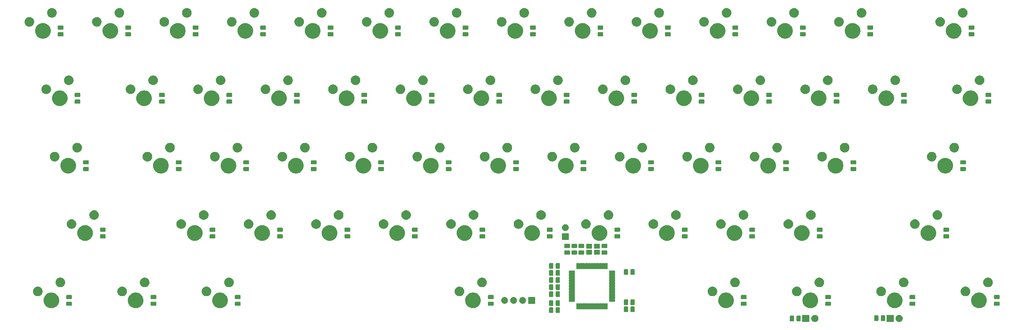
<source format=gbr>
G04 #@! TF.GenerationSoftware,KiCad,Pcbnew,(5.1.2)-2*
G04 #@! TF.CreationDate,2019-08-06T12:27:54+02:00*
G04 #@! TF.ProjectId,keyboard,6b657962-6f61-4726-942e-6b696361645f,A*
G04 #@! TF.SameCoordinates,Original*
G04 #@! TF.FileFunction,Soldermask,Bot*
G04 #@! TF.FilePolarity,Negative*
%FSLAX46Y46*%
G04 Gerber Fmt 4.6, Leading zero omitted, Abs format (unit mm)*
G04 Created by KiCad (PCBNEW (5.1.2)-2) date 2019-08-06 12:27:54*
%MOMM*%
%LPD*%
G04 APERTURE LIST*
%ADD10C,0.100000*%
G04 APERTURE END LIST*
D10*
G36*
X309590402Y-160847646D02*
G01*
X309687156Y-160866892D01*
X309762658Y-160898166D01*
X309869434Y-160942394D01*
X309911978Y-160970821D01*
X310033483Y-161052008D01*
X310172993Y-161191518D01*
X310207359Y-161242950D01*
X310282607Y-161355567D01*
X310358109Y-161537846D01*
X310396600Y-161731351D01*
X310396600Y-161928651D01*
X310358109Y-162122156D01*
X310282607Y-162304435D01*
X310242338Y-162364701D01*
X310172993Y-162468484D01*
X310033483Y-162607994D01*
X309950902Y-162663173D01*
X309869434Y-162717608D01*
X309762658Y-162761836D01*
X309687156Y-162793110D01*
X309590402Y-162812356D01*
X309493650Y-162831601D01*
X309296350Y-162831601D01*
X309199598Y-162812356D01*
X309102844Y-162793110D01*
X309027342Y-162761836D01*
X308920566Y-162717608D01*
X308839098Y-162663173D01*
X308756517Y-162607994D01*
X308617007Y-162468484D01*
X308547662Y-162364701D01*
X308507393Y-162304435D01*
X308431891Y-162122156D01*
X308393400Y-161928651D01*
X308393400Y-161731351D01*
X308431891Y-161537846D01*
X308507393Y-161355567D01*
X308582641Y-161242950D01*
X308617007Y-161191518D01*
X308756517Y-161052008D01*
X308878022Y-160970821D01*
X308920566Y-160942394D01*
X309027342Y-160898166D01*
X309102844Y-160866892D01*
X309199598Y-160847646D01*
X309296350Y-160828401D01*
X309493650Y-160828401D01*
X309590402Y-160847646D01*
X309590402Y-160847646D01*
G37*
G36*
X307856600Y-162831601D02*
G01*
X305853400Y-162831601D01*
X305853400Y-160828401D01*
X307856600Y-160828401D01*
X307856600Y-162831601D01*
X307856600Y-162831601D01*
G37*
G36*
X284106600Y-162831601D02*
G01*
X282103400Y-162831601D01*
X282103400Y-160828401D01*
X284106600Y-160828401D01*
X284106600Y-162831601D01*
X284106600Y-162831601D01*
G37*
G36*
X285840402Y-160847646D02*
G01*
X285937156Y-160866892D01*
X286012658Y-160898166D01*
X286119434Y-160942394D01*
X286161978Y-160970821D01*
X286283483Y-161052008D01*
X286422993Y-161191518D01*
X286457359Y-161242950D01*
X286532607Y-161355567D01*
X286608109Y-161537846D01*
X286646600Y-161731351D01*
X286646600Y-161928651D01*
X286608109Y-162122156D01*
X286532607Y-162304435D01*
X286492338Y-162364701D01*
X286422993Y-162468484D01*
X286283483Y-162607994D01*
X286200902Y-162663173D01*
X286119434Y-162717608D01*
X286012658Y-162761836D01*
X285937156Y-162793110D01*
X285840402Y-162812356D01*
X285743650Y-162831601D01*
X285546350Y-162831601D01*
X285449598Y-162812356D01*
X285352844Y-162793110D01*
X285277342Y-162761836D01*
X285170566Y-162717608D01*
X285089098Y-162663173D01*
X285006517Y-162607994D01*
X284867007Y-162468484D01*
X284797662Y-162364701D01*
X284757393Y-162304435D01*
X284681891Y-162122156D01*
X284643400Y-161928651D01*
X284643400Y-161731351D01*
X284681891Y-161537846D01*
X284757393Y-161355567D01*
X284832641Y-161242950D01*
X284867007Y-161191518D01*
X285006517Y-161052008D01*
X285128022Y-160970821D01*
X285170566Y-160942394D01*
X285277342Y-160898166D01*
X285352844Y-160866892D01*
X285449598Y-160847646D01*
X285546350Y-160828401D01*
X285743650Y-160828401D01*
X285840402Y-160847646D01*
X285840402Y-160847646D01*
G37*
G36*
X281479701Y-161033453D02*
G01*
X281523123Y-161046625D01*
X281563133Y-161068011D01*
X281598207Y-161096794D01*
X281626990Y-161131868D01*
X281648376Y-161171878D01*
X281661548Y-161215300D01*
X281666600Y-161266592D01*
X281666600Y-162393410D01*
X281661548Y-162444702D01*
X281648376Y-162488124D01*
X281626990Y-162528134D01*
X281598207Y-162563208D01*
X281563133Y-162591991D01*
X281523123Y-162613377D01*
X281479701Y-162626549D01*
X281428409Y-162631601D01*
X280726591Y-162631601D01*
X280675299Y-162626549D01*
X280631877Y-162613377D01*
X280591867Y-162591991D01*
X280556793Y-162563208D01*
X280528010Y-162528134D01*
X280506624Y-162488124D01*
X280493452Y-162444702D01*
X280488400Y-162393410D01*
X280488400Y-161266592D01*
X280493452Y-161215300D01*
X280506624Y-161171878D01*
X280528010Y-161131868D01*
X280556793Y-161096794D01*
X280591867Y-161068011D01*
X280631877Y-161046625D01*
X280675299Y-161033453D01*
X280726591Y-161028401D01*
X281428409Y-161028401D01*
X281479701Y-161033453D01*
X281479701Y-161033453D01*
G37*
G36*
X279604701Y-161033453D02*
G01*
X279648123Y-161046625D01*
X279688133Y-161068011D01*
X279723207Y-161096794D01*
X279751990Y-161131868D01*
X279773376Y-161171878D01*
X279786548Y-161215300D01*
X279791600Y-161266592D01*
X279791600Y-162393410D01*
X279786548Y-162444702D01*
X279773376Y-162488124D01*
X279751990Y-162528134D01*
X279723207Y-162563208D01*
X279688133Y-162591991D01*
X279648123Y-162613377D01*
X279604701Y-162626549D01*
X279553409Y-162631601D01*
X278851591Y-162631601D01*
X278800299Y-162626549D01*
X278756877Y-162613377D01*
X278716867Y-162591991D01*
X278681793Y-162563208D01*
X278653010Y-162528134D01*
X278631624Y-162488124D01*
X278618452Y-162444702D01*
X278613400Y-162393410D01*
X278613400Y-161266592D01*
X278618452Y-161215300D01*
X278631624Y-161171878D01*
X278653010Y-161131868D01*
X278681793Y-161096794D01*
X278716867Y-161068011D01*
X278756877Y-161046625D01*
X278800299Y-161033453D01*
X278851591Y-161028401D01*
X279553409Y-161028401D01*
X279604701Y-161033453D01*
X279604701Y-161033453D01*
G37*
G36*
X303354701Y-160953452D02*
G01*
X303398123Y-160966624D01*
X303438133Y-160988010D01*
X303473207Y-161016793D01*
X303501990Y-161051867D01*
X303523376Y-161091877D01*
X303536548Y-161135299D01*
X303541600Y-161186591D01*
X303541600Y-162313409D01*
X303536548Y-162364701D01*
X303523376Y-162408123D01*
X303501990Y-162448133D01*
X303473207Y-162483207D01*
X303438133Y-162511990D01*
X303398123Y-162533376D01*
X303354701Y-162546548D01*
X303303409Y-162551600D01*
X302601591Y-162551600D01*
X302550299Y-162546548D01*
X302506877Y-162533376D01*
X302466867Y-162511990D01*
X302431793Y-162483207D01*
X302403010Y-162448133D01*
X302381624Y-162408123D01*
X302368452Y-162364701D01*
X302363400Y-162313409D01*
X302363400Y-161186591D01*
X302368452Y-161135299D01*
X302381624Y-161091877D01*
X302403010Y-161051867D01*
X302431793Y-161016793D01*
X302466867Y-160988010D01*
X302506877Y-160966624D01*
X302550299Y-160953452D01*
X302601591Y-160948400D01*
X303303409Y-160948400D01*
X303354701Y-160953452D01*
X303354701Y-160953452D01*
G37*
G36*
X305229701Y-160953452D02*
G01*
X305273123Y-160966624D01*
X305313133Y-160988010D01*
X305348207Y-161016793D01*
X305376990Y-161051867D01*
X305398376Y-161091877D01*
X305411548Y-161135299D01*
X305416600Y-161186591D01*
X305416600Y-162313409D01*
X305411548Y-162364701D01*
X305398376Y-162408123D01*
X305376990Y-162448133D01*
X305348207Y-162483207D01*
X305313133Y-162511990D01*
X305273123Y-162533376D01*
X305229701Y-162546548D01*
X305178409Y-162551600D01*
X304476591Y-162551600D01*
X304425299Y-162546548D01*
X304381877Y-162533376D01*
X304341867Y-162511990D01*
X304306793Y-162483207D01*
X304278010Y-162448133D01*
X304256624Y-162408123D01*
X304243452Y-162364701D01*
X304238400Y-162313409D01*
X304238400Y-161186591D01*
X304243452Y-161135299D01*
X304256624Y-161091877D01*
X304278010Y-161051867D01*
X304306793Y-161016793D01*
X304341867Y-160988010D01*
X304381877Y-160966624D01*
X304425299Y-160953452D01*
X304476591Y-160948400D01*
X305178409Y-160948400D01*
X305229701Y-160953452D01*
X305229701Y-160953452D01*
G37*
G36*
X211792201Y-158703452D02*
G01*
X211835623Y-158716624D01*
X211875633Y-158738010D01*
X211910707Y-158766793D01*
X211939490Y-158801867D01*
X211960876Y-158841877D01*
X211974048Y-158885299D01*
X211979100Y-158936591D01*
X211979100Y-160063409D01*
X211974048Y-160114701D01*
X211960876Y-160158123D01*
X211939490Y-160198133D01*
X211910707Y-160233207D01*
X211875633Y-160261990D01*
X211835623Y-160283376D01*
X211792201Y-160296548D01*
X211740909Y-160301600D01*
X211039091Y-160301600D01*
X210987799Y-160296548D01*
X210944377Y-160283376D01*
X210904367Y-160261990D01*
X210869293Y-160233207D01*
X210840510Y-160198133D01*
X210819124Y-160158123D01*
X210805952Y-160114701D01*
X210800900Y-160063409D01*
X210800900Y-158936591D01*
X210805952Y-158885299D01*
X210819124Y-158841877D01*
X210840510Y-158801867D01*
X210869293Y-158766793D01*
X210904367Y-158738010D01*
X210944377Y-158716624D01*
X210987799Y-158703452D01*
X211039091Y-158698400D01*
X211740909Y-158698400D01*
X211792201Y-158703452D01*
X211792201Y-158703452D01*
G37*
G36*
X213667201Y-158703452D02*
G01*
X213710623Y-158716624D01*
X213750633Y-158738010D01*
X213785707Y-158766793D01*
X213814490Y-158801867D01*
X213835876Y-158841877D01*
X213849048Y-158885299D01*
X213854100Y-158936591D01*
X213854100Y-160063409D01*
X213849048Y-160114701D01*
X213835876Y-160158123D01*
X213814490Y-160198133D01*
X213785707Y-160233207D01*
X213750633Y-160261990D01*
X213710623Y-160283376D01*
X213667201Y-160296548D01*
X213615909Y-160301600D01*
X212914091Y-160301600D01*
X212862799Y-160296548D01*
X212819377Y-160283376D01*
X212779367Y-160261990D01*
X212744293Y-160233207D01*
X212715510Y-160198133D01*
X212694124Y-160158123D01*
X212680952Y-160114701D01*
X212675900Y-160063409D01*
X212675900Y-158936591D01*
X212680952Y-158885299D01*
X212694124Y-158841877D01*
X212715510Y-158801867D01*
X212744293Y-158766793D01*
X212779367Y-158738010D01*
X212819377Y-158716624D01*
X212862799Y-158703452D01*
X212914091Y-158698400D01*
X213615909Y-158698400D01*
X213667201Y-158703452D01*
X213667201Y-158703452D01*
G37*
G36*
X234729701Y-158453452D02*
G01*
X234773123Y-158466624D01*
X234813133Y-158488010D01*
X234848207Y-158516793D01*
X234876990Y-158551867D01*
X234898376Y-158591877D01*
X234911548Y-158635299D01*
X234916600Y-158686591D01*
X234916600Y-159813409D01*
X234911548Y-159864701D01*
X234898376Y-159908123D01*
X234876990Y-159948133D01*
X234848207Y-159983207D01*
X234813133Y-160011990D01*
X234773123Y-160033376D01*
X234729701Y-160046548D01*
X234678409Y-160051600D01*
X233976591Y-160051600D01*
X233925299Y-160046548D01*
X233881877Y-160033376D01*
X233841867Y-160011990D01*
X233806793Y-159983207D01*
X233778010Y-159948133D01*
X233756624Y-159908123D01*
X233743452Y-159864701D01*
X233738400Y-159813409D01*
X233738400Y-158686591D01*
X233743452Y-158635299D01*
X233756624Y-158591877D01*
X233778010Y-158551867D01*
X233806793Y-158516793D01*
X233841867Y-158488010D01*
X233881877Y-158466624D01*
X233925299Y-158453452D01*
X233976591Y-158448400D01*
X234678409Y-158448400D01*
X234729701Y-158453452D01*
X234729701Y-158453452D01*
G37*
G36*
X232854701Y-158453452D02*
G01*
X232898123Y-158466624D01*
X232938133Y-158488010D01*
X232973207Y-158516793D01*
X233001990Y-158551867D01*
X233023376Y-158591877D01*
X233036548Y-158635299D01*
X233041600Y-158686591D01*
X233041600Y-159813409D01*
X233036548Y-159864701D01*
X233023376Y-159908123D01*
X233001990Y-159948133D01*
X232973207Y-159983207D01*
X232938133Y-160011990D01*
X232898123Y-160033376D01*
X232854701Y-160046548D01*
X232803409Y-160051600D01*
X232101591Y-160051600D01*
X232050299Y-160046548D01*
X232006877Y-160033376D01*
X231966867Y-160011990D01*
X231931793Y-159983207D01*
X231903010Y-159948133D01*
X231881624Y-159908123D01*
X231868452Y-159864701D01*
X231863400Y-159813409D01*
X231863400Y-158686591D01*
X231868452Y-158635299D01*
X231881624Y-158591877D01*
X231903010Y-158551867D01*
X231931793Y-158516793D01*
X231966867Y-158488010D01*
X232006877Y-158466624D01*
X232050299Y-158453452D01*
X232101591Y-158448400D01*
X232803409Y-158448400D01*
X232854701Y-158453452D01*
X232854701Y-158453452D01*
G37*
G36*
X219165222Y-157576410D02*
G01*
X219188713Y-157583536D01*
X219210356Y-157595104D01*
X219210703Y-157595389D01*
X219231077Y-157609003D01*
X219253716Y-157618380D01*
X219277749Y-157623160D01*
X219302253Y-157623160D01*
X219326287Y-157618379D01*
X219348925Y-157609002D01*
X219369297Y-157595389D01*
X219369644Y-157595104D01*
X219391287Y-157583536D01*
X219414778Y-157576410D01*
X219445340Y-157573400D01*
X219934660Y-157573400D01*
X219965222Y-157576410D01*
X219988713Y-157583536D01*
X220010356Y-157595104D01*
X220010703Y-157595389D01*
X220031077Y-157609003D01*
X220053716Y-157618380D01*
X220077749Y-157623160D01*
X220102253Y-157623160D01*
X220126287Y-157618379D01*
X220148925Y-157609002D01*
X220169297Y-157595389D01*
X220169644Y-157595104D01*
X220191287Y-157583536D01*
X220214778Y-157576410D01*
X220245340Y-157573400D01*
X220734660Y-157573400D01*
X220765222Y-157576410D01*
X220788713Y-157583536D01*
X220810356Y-157595104D01*
X220810703Y-157595389D01*
X220831077Y-157609003D01*
X220853716Y-157618380D01*
X220877749Y-157623160D01*
X220902253Y-157623160D01*
X220926287Y-157618379D01*
X220948925Y-157609002D01*
X220969297Y-157595389D01*
X220969644Y-157595104D01*
X220991287Y-157583536D01*
X221014778Y-157576410D01*
X221045340Y-157573400D01*
X221534660Y-157573400D01*
X221565222Y-157576410D01*
X221588713Y-157583536D01*
X221610356Y-157595104D01*
X221610703Y-157595389D01*
X221631077Y-157609003D01*
X221653716Y-157618380D01*
X221677749Y-157623160D01*
X221702253Y-157623160D01*
X221726287Y-157618379D01*
X221748925Y-157609002D01*
X221769297Y-157595389D01*
X221769644Y-157595104D01*
X221791287Y-157583536D01*
X221814778Y-157576410D01*
X221845340Y-157573400D01*
X222334660Y-157573400D01*
X222365222Y-157576410D01*
X222388713Y-157583536D01*
X222410356Y-157595104D01*
X222410703Y-157595389D01*
X222431077Y-157609003D01*
X222453716Y-157618380D01*
X222477749Y-157623160D01*
X222502253Y-157623160D01*
X222526287Y-157618379D01*
X222548925Y-157609002D01*
X222569297Y-157595389D01*
X222569644Y-157595104D01*
X222591287Y-157583536D01*
X222614778Y-157576410D01*
X222645340Y-157573400D01*
X223134660Y-157573400D01*
X223165222Y-157576410D01*
X223188713Y-157583536D01*
X223210356Y-157595104D01*
X223210703Y-157595389D01*
X223231077Y-157609003D01*
X223253716Y-157618380D01*
X223277749Y-157623160D01*
X223302253Y-157623160D01*
X223326287Y-157618379D01*
X223348925Y-157609002D01*
X223369297Y-157595389D01*
X223369644Y-157595104D01*
X223391287Y-157583536D01*
X223414778Y-157576410D01*
X223445340Y-157573400D01*
X223934660Y-157573400D01*
X223965222Y-157576410D01*
X223988713Y-157583536D01*
X224010356Y-157595104D01*
X224010703Y-157595389D01*
X224031077Y-157609003D01*
X224053716Y-157618380D01*
X224077749Y-157623160D01*
X224102253Y-157623160D01*
X224126287Y-157618379D01*
X224148925Y-157609002D01*
X224169297Y-157595389D01*
X224169644Y-157595104D01*
X224191287Y-157583536D01*
X224214778Y-157576410D01*
X224245340Y-157573400D01*
X224734660Y-157573400D01*
X224765222Y-157576410D01*
X224788713Y-157583536D01*
X224810356Y-157595104D01*
X224810703Y-157595389D01*
X224831077Y-157609003D01*
X224853716Y-157618380D01*
X224877749Y-157623160D01*
X224902253Y-157623160D01*
X224926287Y-157618379D01*
X224948925Y-157609002D01*
X224969297Y-157595389D01*
X224969644Y-157595104D01*
X224991287Y-157583536D01*
X225014778Y-157576410D01*
X225045340Y-157573400D01*
X225534660Y-157573400D01*
X225565222Y-157576410D01*
X225588713Y-157583536D01*
X225610356Y-157595104D01*
X225610703Y-157595389D01*
X225631077Y-157609003D01*
X225653716Y-157618380D01*
X225677749Y-157623160D01*
X225702253Y-157623160D01*
X225726287Y-157618379D01*
X225748925Y-157609002D01*
X225769297Y-157595389D01*
X225769644Y-157595104D01*
X225791287Y-157583536D01*
X225814778Y-157576410D01*
X225845340Y-157573400D01*
X226334660Y-157573400D01*
X226365222Y-157576410D01*
X226388713Y-157583536D01*
X226410356Y-157595104D01*
X226410703Y-157595389D01*
X226431077Y-157609003D01*
X226453716Y-157618380D01*
X226477749Y-157623160D01*
X226502253Y-157623160D01*
X226526287Y-157618379D01*
X226548925Y-157609002D01*
X226569297Y-157595389D01*
X226569644Y-157595104D01*
X226591287Y-157583536D01*
X226614778Y-157576410D01*
X226645340Y-157573400D01*
X227134660Y-157573400D01*
X227165222Y-157576410D01*
X227188713Y-157583536D01*
X227210356Y-157595104D01*
X227229327Y-157610673D01*
X227244896Y-157629644D01*
X227256464Y-157651287D01*
X227263590Y-157674778D01*
X227266600Y-157705340D01*
X227266600Y-159119660D01*
X227263590Y-159150222D01*
X227256464Y-159173713D01*
X227244896Y-159195356D01*
X227229327Y-159214327D01*
X227210356Y-159229896D01*
X227188713Y-159241464D01*
X227165222Y-159248590D01*
X227134660Y-159251600D01*
X226645340Y-159251600D01*
X226614778Y-159248590D01*
X226591287Y-159241464D01*
X226569644Y-159229896D01*
X226569297Y-159229611D01*
X226548923Y-159215997D01*
X226526284Y-159206620D01*
X226502251Y-159201840D01*
X226477747Y-159201840D01*
X226453713Y-159206621D01*
X226431075Y-159215998D01*
X226410703Y-159229611D01*
X226410356Y-159229896D01*
X226388713Y-159241464D01*
X226365222Y-159248590D01*
X226334660Y-159251600D01*
X225845340Y-159251600D01*
X225814778Y-159248590D01*
X225791287Y-159241464D01*
X225769644Y-159229896D01*
X225769297Y-159229611D01*
X225748923Y-159215997D01*
X225726284Y-159206620D01*
X225702251Y-159201840D01*
X225677747Y-159201840D01*
X225653713Y-159206621D01*
X225631075Y-159215998D01*
X225610703Y-159229611D01*
X225610356Y-159229896D01*
X225588713Y-159241464D01*
X225565222Y-159248590D01*
X225534660Y-159251600D01*
X225045340Y-159251600D01*
X225014778Y-159248590D01*
X224991287Y-159241464D01*
X224969644Y-159229896D01*
X224969297Y-159229611D01*
X224948923Y-159215997D01*
X224926284Y-159206620D01*
X224902251Y-159201840D01*
X224877747Y-159201840D01*
X224853713Y-159206621D01*
X224831075Y-159215998D01*
X224810703Y-159229611D01*
X224810356Y-159229896D01*
X224788713Y-159241464D01*
X224765222Y-159248590D01*
X224734660Y-159251600D01*
X224245340Y-159251600D01*
X224214778Y-159248590D01*
X224191287Y-159241464D01*
X224169644Y-159229896D01*
X224169297Y-159229611D01*
X224148923Y-159215997D01*
X224126284Y-159206620D01*
X224102251Y-159201840D01*
X224077747Y-159201840D01*
X224053713Y-159206621D01*
X224031075Y-159215998D01*
X224010703Y-159229611D01*
X224010356Y-159229896D01*
X223988713Y-159241464D01*
X223965222Y-159248590D01*
X223934660Y-159251600D01*
X223445340Y-159251600D01*
X223414778Y-159248590D01*
X223391287Y-159241464D01*
X223369644Y-159229896D01*
X223369297Y-159229611D01*
X223348923Y-159215997D01*
X223326284Y-159206620D01*
X223302251Y-159201840D01*
X223277747Y-159201840D01*
X223253713Y-159206621D01*
X223231075Y-159215998D01*
X223210703Y-159229611D01*
X223210356Y-159229896D01*
X223188713Y-159241464D01*
X223165222Y-159248590D01*
X223134660Y-159251600D01*
X222645340Y-159251600D01*
X222614778Y-159248590D01*
X222591287Y-159241464D01*
X222569644Y-159229896D01*
X222569297Y-159229611D01*
X222548923Y-159215997D01*
X222526284Y-159206620D01*
X222502251Y-159201840D01*
X222477747Y-159201840D01*
X222453713Y-159206621D01*
X222431075Y-159215998D01*
X222410703Y-159229611D01*
X222410356Y-159229896D01*
X222388713Y-159241464D01*
X222365222Y-159248590D01*
X222334660Y-159251600D01*
X221845340Y-159251600D01*
X221814778Y-159248590D01*
X221791287Y-159241464D01*
X221769644Y-159229896D01*
X221769297Y-159229611D01*
X221748923Y-159215997D01*
X221726284Y-159206620D01*
X221702251Y-159201840D01*
X221677747Y-159201840D01*
X221653713Y-159206621D01*
X221631075Y-159215998D01*
X221610703Y-159229611D01*
X221610356Y-159229896D01*
X221588713Y-159241464D01*
X221565222Y-159248590D01*
X221534660Y-159251600D01*
X221045340Y-159251600D01*
X221014778Y-159248590D01*
X220991287Y-159241464D01*
X220969644Y-159229896D01*
X220969297Y-159229611D01*
X220948923Y-159215997D01*
X220926284Y-159206620D01*
X220902251Y-159201840D01*
X220877747Y-159201840D01*
X220853713Y-159206621D01*
X220831075Y-159215998D01*
X220810703Y-159229611D01*
X220810356Y-159229896D01*
X220788713Y-159241464D01*
X220765222Y-159248590D01*
X220734660Y-159251600D01*
X220245340Y-159251600D01*
X220214778Y-159248590D01*
X220191287Y-159241464D01*
X220169644Y-159229896D01*
X220169297Y-159229611D01*
X220148923Y-159215997D01*
X220126284Y-159206620D01*
X220102251Y-159201840D01*
X220077747Y-159201840D01*
X220053713Y-159206621D01*
X220031075Y-159215998D01*
X220010703Y-159229611D01*
X220010356Y-159229896D01*
X219988713Y-159241464D01*
X219965222Y-159248590D01*
X219934660Y-159251600D01*
X219445340Y-159251600D01*
X219414778Y-159248590D01*
X219391287Y-159241464D01*
X219369644Y-159229896D01*
X219369297Y-159229611D01*
X219348923Y-159215997D01*
X219326284Y-159206620D01*
X219302251Y-159201840D01*
X219277747Y-159201840D01*
X219253713Y-159206621D01*
X219231075Y-159215998D01*
X219210703Y-159229611D01*
X219210356Y-159229896D01*
X219188713Y-159241464D01*
X219165222Y-159248590D01*
X219134660Y-159251600D01*
X218645340Y-159251600D01*
X218614778Y-159248590D01*
X218591287Y-159241464D01*
X218569644Y-159229896D01*
X218550673Y-159214327D01*
X218535104Y-159195356D01*
X218523536Y-159173713D01*
X218516410Y-159150222D01*
X218513400Y-159119660D01*
X218513400Y-157705340D01*
X218516410Y-157674778D01*
X218523536Y-157651287D01*
X218535104Y-157629644D01*
X218550673Y-157610673D01*
X218569644Y-157595104D01*
X218591287Y-157583536D01*
X218614778Y-157576410D01*
X218645340Y-157573400D01*
X219134660Y-157573400D01*
X219165222Y-157576410D01*
X219165222Y-157576410D01*
G37*
G36*
X189804511Y-154590704D02*
G01*
X190017183Y-154633007D01*
X190417849Y-154798968D01*
X190778438Y-155039906D01*
X191085095Y-155346563D01*
X191326033Y-155707152D01*
X191491994Y-156107818D01*
X191505364Y-156175036D01*
X191576600Y-156533161D01*
X191576600Y-156966841D01*
X191545421Y-157123590D01*
X191491994Y-157392184D01*
X191326033Y-157792850D01*
X191085095Y-158153439D01*
X190778438Y-158460096D01*
X190417849Y-158701034D01*
X190017183Y-158866995D01*
X189925162Y-158885299D01*
X189591840Y-158951601D01*
X189158160Y-158951601D01*
X188824838Y-158885299D01*
X188732817Y-158866995D01*
X188332151Y-158701034D01*
X187971562Y-158460096D01*
X187664905Y-158153439D01*
X187423967Y-157792850D01*
X187258006Y-157392184D01*
X187204579Y-157123590D01*
X187173400Y-156966841D01*
X187173400Y-156533161D01*
X187244636Y-156175036D01*
X187258006Y-156107818D01*
X187423967Y-155707152D01*
X187664905Y-155346563D01*
X187971562Y-155039906D01*
X188332151Y-154798968D01*
X188732817Y-154633007D01*
X188945489Y-154590704D01*
X189158160Y-154548401D01*
X189591840Y-154548401D01*
X189804511Y-154590704D01*
X189804511Y-154590704D01*
G37*
G36*
X308554511Y-154590704D02*
G01*
X308767183Y-154633007D01*
X309167849Y-154798968D01*
X309528438Y-155039906D01*
X309835095Y-155346563D01*
X310076033Y-155707152D01*
X310241994Y-156107818D01*
X310255364Y-156175036D01*
X310326600Y-156533161D01*
X310326600Y-156966841D01*
X310295421Y-157123590D01*
X310241994Y-157392184D01*
X310076033Y-157792850D01*
X309835095Y-158153439D01*
X309528438Y-158460096D01*
X309167849Y-158701034D01*
X308767183Y-158866995D01*
X308675162Y-158885299D01*
X308341840Y-158951601D01*
X307908160Y-158951601D01*
X307574838Y-158885299D01*
X307482817Y-158866995D01*
X307082151Y-158701034D01*
X306721562Y-158460096D01*
X306414905Y-158153439D01*
X306173967Y-157792850D01*
X306008006Y-157392184D01*
X305954579Y-157123590D01*
X305923400Y-156966841D01*
X305923400Y-156533161D01*
X305994636Y-156175036D01*
X306008006Y-156107818D01*
X306173967Y-155707152D01*
X306414905Y-155346563D01*
X306721562Y-155039906D01*
X307082151Y-154798968D01*
X307482817Y-154633007D01*
X307695489Y-154590704D01*
X307908160Y-154548401D01*
X308341840Y-154548401D01*
X308554511Y-154590704D01*
X308554511Y-154590704D01*
G37*
G36*
X118554510Y-154590704D02*
G01*
X118767182Y-154633007D01*
X119167848Y-154798968D01*
X119528437Y-155039906D01*
X119835094Y-155346563D01*
X120076032Y-155707152D01*
X120241993Y-156107818D01*
X120255363Y-156175036D01*
X120326599Y-156533161D01*
X120326599Y-156966841D01*
X120295420Y-157123590D01*
X120241993Y-157392184D01*
X120076032Y-157792850D01*
X119835094Y-158153439D01*
X119528437Y-158460096D01*
X119167848Y-158701034D01*
X118767182Y-158866995D01*
X118675161Y-158885299D01*
X118341839Y-158951601D01*
X117908159Y-158951601D01*
X117574837Y-158885299D01*
X117482816Y-158866995D01*
X117082150Y-158701034D01*
X116721561Y-158460096D01*
X116414904Y-158153439D01*
X116173966Y-157792850D01*
X116008005Y-157392184D01*
X115954578Y-157123590D01*
X115923399Y-156966841D01*
X115923399Y-156533161D01*
X115994635Y-156175036D01*
X116008005Y-156107818D01*
X116173966Y-155707152D01*
X116414904Y-155346563D01*
X116721561Y-155039906D01*
X117082150Y-154798968D01*
X117482816Y-154633007D01*
X117695488Y-154590704D01*
X117908159Y-154548401D01*
X118341839Y-154548401D01*
X118554510Y-154590704D01*
X118554510Y-154590704D01*
G37*
G36*
X332304510Y-154590704D02*
G01*
X332517182Y-154633007D01*
X332917848Y-154798968D01*
X333278437Y-155039906D01*
X333585094Y-155346563D01*
X333826032Y-155707152D01*
X333991993Y-156107818D01*
X334005363Y-156175036D01*
X334076599Y-156533161D01*
X334076599Y-156966841D01*
X334045420Y-157123590D01*
X333991993Y-157392184D01*
X333826032Y-157792850D01*
X333585094Y-158153439D01*
X333278437Y-158460096D01*
X332917848Y-158701034D01*
X332517182Y-158866995D01*
X332425161Y-158885299D01*
X332091839Y-158951601D01*
X331658159Y-158951601D01*
X331324837Y-158885299D01*
X331232816Y-158866995D01*
X330832150Y-158701034D01*
X330471561Y-158460096D01*
X330164904Y-158153439D01*
X329923966Y-157792850D01*
X329758005Y-157392184D01*
X329704578Y-157123590D01*
X329673399Y-156966841D01*
X329673399Y-156533161D01*
X329744635Y-156175036D01*
X329758005Y-156107818D01*
X329923966Y-155707152D01*
X330164904Y-155346563D01*
X330471561Y-155039906D01*
X330832150Y-154798968D01*
X331232816Y-154633007D01*
X331445488Y-154590704D01*
X331658159Y-154548401D01*
X332091839Y-154548401D01*
X332304510Y-154590704D01*
X332304510Y-154590704D01*
G37*
G36*
X94804510Y-154590704D02*
G01*
X95017182Y-154633007D01*
X95417848Y-154798968D01*
X95778437Y-155039906D01*
X96085094Y-155346563D01*
X96326032Y-155707152D01*
X96491993Y-156107818D01*
X96505363Y-156175036D01*
X96576599Y-156533161D01*
X96576599Y-156966841D01*
X96545420Y-157123590D01*
X96491993Y-157392184D01*
X96326032Y-157792850D01*
X96085094Y-158153439D01*
X95778437Y-158460096D01*
X95417848Y-158701034D01*
X95017182Y-158866995D01*
X94925161Y-158885299D01*
X94591839Y-158951601D01*
X94158159Y-158951601D01*
X93824837Y-158885299D01*
X93732816Y-158866995D01*
X93332150Y-158701034D01*
X92971561Y-158460096D01*
X92664904Y-158153439D01*
X92423966Y-157792850D01*
X92258005Y-157392184D01*
X92204578Y-157123590D01*
X92173399Y-156966841D01*
X92173399Y-156533161D01*
X92244635Y-156175036D01*
X92258005Y-156107818D01*
X92423966Y-155707152D01*
X92664904Y-155346563D01*
X92971561Y-155039906D01*
X93332150Y-154798968D01*
X93732816Y-154633007D01*
X93945488Y-154590704D01*
X94158159Y-154548401D01*
X94591839Y-154548401D01*
X94804510Y-154590704D01*
X94804510Y-154590704D01*
G37*
G36*
X284804511Y-154590704D02*
G01*
X285017183Y-154633007D01*
X285417849Y-154798968D01*
X285778438Y-155039906D01*
X286085095Y-155346563D01*
X286326033Y-155707152D01*
X286491994Y-156107818D01*
X286505364Y-156175036D01*
X286576600Y-156533161D01*
X286576600Y-156966841D01*
X286545421Y-157123590D01*
X286491994Y-157392184D01*
X286326033Y-157792850D01*
X286085095Y-158153439D01*
X285778438Y-158460096D01*
X285417849Y-158701034D01*
X285017183Y-158866995D01*
X284925162Y-158885299D01*
X284591840Y-158951601D01*
X284158160Y-158951601D01*
X283824838Y-158885299D01*
X283732817Y-158866995D01*
X283332151Y-158701034D01*
X282971562Y-158460096D01*
X282664905Y-158153439D01*
X282423967Y-157792850D01*
X282258006Y-157392184D01*
X282204579Y-157123590D01*
X282173400Y-156966841D01*
X282173400Y-156533161D01*
X282244636Y-156175036D01*
X282258006Y-156107818D01*
X282423967Y-155707152D01*
X282664905Y-155346563D01*
X282971562Y-155039906D01*
X283332151Y-154798968D01*
X283732817Y-154633007D01*
X283945489Y-154590704D01*
X284158160Y-154548401D01*
X284591840Y-154548401D01*
X284804511Y-154590704D01*
X284804511Y-154590704D01*
G37*
G36*
X261054511Y-154590704D02*
G01*
X261267183Y-154633007D01*
X261667849Y-154798968D01*
X262028438Y-155039906D01*
X262335095Y-155346563D01*
X262576033Y-155707152D01*
X262741994Y-156107818D01*
X262755364Y-156175036D01*
X262826600Y-156533161D01*
X262826600Y-156966841D01*
X262795421Y-157123590D01*
X262741994Y-157392184D01*
X262576033Y-157792850D01*
X262335095Y-158153439D01*
X262028438Y-158460096D01*
X261667849Y-158701034D01*
X261267183Y-158866995D01*
X261175162Y-158885299D01*
X260841840Y-158951601D01*
X260408160Y-158951601D01*
X260074838Y-158885299D01*
X259982817Y-158866995D01*
X259582151Y-158701034D01*
X259221562Y-158460096D01*
X258914905Y-158153439D01*
X258673967Y-157792850D01*
X258508006Y-157392184D01*
X258454579Y-157123590D01*
X258423400Y-156966841D01*
X258423400Y-156533161D01*
X258494636Y-156175036D01*
X258508006Y-156107818D01*
X258673967Y-155707152D01*
X258914905Y-155346563D01*
X259221562Y-155039906D01*
X259582151Y-154798968D01*
X259982817Y-154633007D01*
X260195489Y-154590704D01*
X260408160Y-154548401D01*
X260841840Y-154548401D01*
X261054511Y-154590704D01*
X261054511Y-154590704D01*
G37*
G36*
X70975747Y-154575036D02*
G01*
X71267182Y-154633006D01*
X71667848Y-154798967D01*
X72028437Y-155039905D01*
X72335094Y-155346562D01*
X72576032Y-155707151D01*
X72741993Y-156107817D01*
X72765346Y-156225222D01*
X72826599Y-156533160D01*
X72826599Y-156966840D01*
X72814986Y-157025222D01*
X72741993Y-157392183D01*
X72576032Y-157792849D01*
X72335094Y-158153438D01*
X72028437Y-158460095D01*
X71667848Y-158701033D01*
X71267182Y-158866994D01*
X71175156Y-158885299D01*
X70841839Y-158951600D01*
X70408159Y-158951600D01*
X70074842Y-158885299D01*
X69982816Y-158866994D01*
X69582150Y-158701033D01*
X69221561Y-158460095D01*
X68914904Y-158153438D01*
X68673966Y-157792849D01*
X68508005Y-157392183D01*
X68435012Y-157025222D01*
X68423399Y-156966840D01*
X68423399Y-156533160D01*
X68484652Y-156225222D01*
X68508005Y-156107817D01*
X68673966Y-155707151D01*
X68914904Y-155346562D01*
X69221561Y-155039905D01*
X69582150Y-154798967D01*
X69982816Y-154633006D01*
X70274251Y-154575036D01*
X70408159Y-154548400D01*
X70841839Y-154548400D01*
X70975747Y-154575036D01*
X70975747Y-154575036D01*
G37*
G36*
X211792201Y-156703452D02*
G01*
X211835623Y-156716624D01*
X211875633Y-156738010D01*
X211910707Y-156766793D01*
X211939490Y-156801867D01*
X211960876Y-156841877D01*
X211974048Y-156885299D01*
X211979100Y-156936591D01*
X211979100Y-158063409D01*
X211974048Y-158114701D01*
X211960876Y-158158123D01*
X211939490Y-158198133D01*
X211910707Y-158233207D01*
X211875633Y-158261990D01*
X211835623Y-158283376D01*
X211792201Y-158296548D01*
X211740909Y-158301600D01*
X211039091Y-158301600D01*
X210987799Y-158296548D01*
X210944377Y-158283376D01*
X210904367Y-158261990D01*
X210869293Y-158233207D01*
X210840510Y-158198133D01*
X210819124Y-158158123D01*
X210805952Y-158114701D01*
X210800900Y-158063409D01*
X210800900Y-156936591D01*
X210805952Y-156885299D01*
X210819124Y-156841877D01*
X210840510Y-156801867D01*
X210869293Y-156766793D01*
X210904367Y-156738010D01*
X210944377Y-156716624D01*
X210987799Y-156703452D01*
X211039091Y-156698400D01*
X211740909Y-156698400D01*
X211792201Y-156703452D01*
X211792201Y-156703452D01*
G37*
G36*
X213667201Y-156703452D02*
G01*
X213710623Y-156716624D01*
X213750633Y-156738010D01*
X213785707Y-156766793D01*
X213814490Y-156801867D01*
X213835876Y-156841877D01*
X213849048Y-156885299D01*
X213854100Y-156936591D01*
X213854100Y-158063409D01*
X213849048Y-158114701D01*
X213835876Y-158158123D01*
X213814490Y-158198133D01*
X213785707Y-158233207D01*
X213750633Y-158261990D01*
X213710623Y-158283376D01*
X213667201Y-158296548D01*
X213615909Y-158301600D01*
X212914091Y-158301600D01*
X212862799Y-158296548D01*
X212819377Y-158283376D01*
X212779367Y-158261990D01*
X212744293Y-158233207D01*
X212715510Y-158198133D01*
X212694124Y-158158123D01*
X212680952Y-158114701D01*
X212675900Y-158063409D01*
X212675900Y-156936591D01*
X212680952Y-156885299D01*
X212694124Y-156841877D01*
X212715510Y-156801867D01*
X212744293Y-156766793D01*
X212779367Y-156738010D01*
X212819377Y-156716624D01*
X212862799Y-156703452D01*
X212914091Y-156698400D01*
X213615909Y-156698400D01*
X213667201Y-156703452D01*
X213667201Y-156703452D01*
G37*
G36*
X313739701Y-157103452D02*
G01*
X313783123Y-157116624D01*
X313823133Y-157138010D01*
X313858207Y-157166793D01*
X313886990Y-157201867D01*
X313908376Y-157241877D01*
X313921548Y-157285299D01*
X313926600Y-157336591D01*
X313926600Y-158038409D01*
X313921548Y-158089701D01*
X313908376Y-158133123D01*
X313886990Y-158173133D01*
X313858207Y-158208207D01*
X313823133Y-158236990D01*
X313783123Y-158258376D01*
X313739701Y-158271548D01*
X313688409Y-158276600D01*
X312561591Y-158276600D01*
X312510299Y-158271548D01*
X312466877Y-158258376D01*
X312426867Y-158236990D01*
X312391793Y-158208207D01*
X312363010Y-158173133D01*
X312341624Y-158133123D01*
X312328452Y-158089701D01*
X312323400Y-158038409D01*
X312323400Y-157336591D01*
X312328452Y-157285299D01*
X312341624Y-157241877D01*
X312363010Y-157201867D01*
X312391793Y-157166793D01*
X312426867Y-157138010D01*
X312466877Y-157116624D01*
X312510299Y-157103452D01*
X312561591Y-157098400D01*
X313688409Y-157098400D01*
X313739701Y-157103452D01*
X313739701Y-157103452D01*
G37*
G36*
X123739701Y-157103452D02*
G01*
X123783123Y-157116624D01*
X123823133Y-157138010D01*
X123858207Y-157166793D01*
X123886990Y-157201867D01*
X123908376Y-157241877D01*
X123921548Y-157285299D01*
X123926600Y-157336591D01*
X123926600Y-158038409D01*
X123921548Y-158089701D01*
X123908376Y-158133123D01*
X123886990Y-158173133D01*
X123858207Y-158208207D01*
X123823133Y-158236990D01*
X123783123Y-158258376D01*
X123739701Y-158271548D01*
X123688409Y-158276600D01*
X122561591Y-158276600D01*
X122510299Y-158271548D01*
X122466877Y-158258376D01*
X122426867Y-158236990D01*
X122391793Y-158208207D01*
X122363010Y-158173133D01*
X122341624Y-158133123D01*
X122328452Y-158089701D01*
X122323400Y-158038409D01*
X122323400Y-157336591D01*
X122328452Y-157285299D01*
X122341624Y-157241877D01*
X122363010Y-157201867D01*
X122391793Y-157166793D01*
X122426867Y-157138010D01*
X122466877Y-157116624D01*
X122510299Y-157103452D01*
X122561591Y-157098400D01*
X123688409Y-157098400D01*
X123739701Y-157103452D01*
X123739701Y-157103452D01*
G37*
G36*
X337489701Y-157103452D02*
G01*
X337533123Y-157116624D01*
X337573133Y-157138010D01*
X337608207Y-157166793D01*
X337636990Y-157201867D01*
X337658376Y-157241877D01*
X337671548Y-157285299D01*
X337676600Y-157336591D01*
X337676600Y-158038409D01*
X337671548Y-158089701D01*
X337658376Y-158133123D01*
X337636990Y-158173133D01*
X337608207Y-158208207D01*
X337573133Y-158236990D01*
X337533123Y-158258376D01*
X337489701Y-158271548D01*
X337438409Y-158276600D01*
X336311591Y-158276600D01*
X336260299Y-158271548D01*
X336216877Y-158258376D01*
X336176867Y-158236990D01*
X336141793Y-158208207D01*
X336113010Y-158173133D01*
X336091624Y-158133123D01*
X336078452Y-158089701D01*
X336073400Y-158038409D01*
X336073400Y-157336591D01*
X336078452Y-157285299D01*
X336091624Y-157241877D01*
X336113010Y-157201867D01*
X336141793Y-157166793D01*
X336176867Y-157138010D01*
X336216877Y-157116624D01*
X336260299Y-157103452D01*
X336311591Y-157098400D01*
X337438409Y-157098400D01*
X337489701Y-157103452D01*
X337489701Y-157103452D01*
G37*
G36*
X289989701Y-157103452D02*
G01*
X290033123Y-157116624D01*
X290073133Y-157138010D01*
X290108207Y-157166793D01*
X290136990Y-157201867D01*
X290158376Y-157241877D01*
X290171548Y-157285299D01*
X290176600Y-157336591D01*
X290176600Y-158038409D01*
X290171548Y-158089701D01*
X290158376Y-158133123D01*
X290136990Y-158173133D01*
X290108207Y-158208207D01*
X290073133Y-158236990D01*
X290033123Y-158258376D01*
X289989701Y-158271548D01*
X289938409Y-158276600D01*
X288811591Y-158276600D01*
X288760299Y-158271548D01*
X288716877Y-158258376D01*
X288676867Y-158236990D01*
X288641793Y-158208207D01*
X288613010Y-158173133D01*
X288591624Y-158133123D01*
X288578452Y-158089701D01*
X288573400Y-158038409D01*
X288573400Y-157336591D01*
X288578452Y-157285299D01*
X288591624Y-157241877D01*
X288613010Y-157201867D01*
X288641793Y-157166793D01*
X288676867Y-157138010D01*
X288716877Y-157116624D01*
X288760299Y-157103452D01*
X288811591Y-157098400D01*
X289938409Y-157098400D01*
X289989701Y-157103452D01*
X289989701Y-157103452D01*
G37*
G36*
X266239701Y-157103452D02*
G01*
X266283123Y-157116624D01*
X266323133Y-157138010D01*
X266358207Y-157166793D01*
X266386990Y-157201867D01*
X266408376Y-157241877D01*
X266421548Y-157285299D01*
X266426600Y-157336591D01*
X266426600Y-158038409D01*
X266421548Y-158089701D01*
X266408376Y-158133123D01*
X266386990Y-158173133D01*
X266358207Y-158208207D01*
X266323133Y-158236990D01*
X266283123Y-158258376D01*
X266239701Y-158271548D01*
X266188409Y-158276600D01*
X265061591Y-158276600D01*
X265010299Y-158271548D01*
X264966877Y-158258376D01*
X264926867Y-158236990D01*
X264891793Y-158208207D01*
X264863010Y-158173133D01*
X264841624Y-158133123D01*
X264828452Y-158089701D01*
X264823400Y-158038409D01*
X264823400Y-157336591D01*
X264828452Y-157285299D01*
X264841624Y-157241877D01*
X264863010Y-157201867D01*
X264891793Y-157166793D01*
X264926867Y-157138010D01*
X264966877Y-157116624D01*
X265010299Y-157103452D01*
X265061591Y-157098400D01*
X266188409Y-157098400D01*
X266239701Y-157103452D01*
X266239701Y-157103452D01*
G37*
G36*
X194989701Y-157103452D02*
G01*
X195033123Y-157116624D01*
X195073133Y-157138010D01*
X195108207Y-157166793D01*
X195136990Y-157201867D01*
X195158376Y-157241877D01*
X195171548Y-157285299D01*
X195176600Y-157336591D01*
X195176600Y-158038409D01*
X195171548Y-158089701D01*
X195158376Y-158133123D01*
X195136990Y-158173133D01*
X195108207Y-158208207D01*
X195073133Y-158236990D01*
X195033123Y-158258376D01*
X194989701Y-158271548D01*
X194938409Y-158276600D01*
X193811591Y-158276600D01*
X193760299Y-158271548D01*
X193716877Y-158258376D01*
X193676867Y-158236990D01*
X193641793Y-158208207D01*
X193613010Y-158173133D01*
X193591624Y-158133123D01*
X193578452Y-158089701D01*
X193573400Y-158038409D01*
X193573400Y-157336591D01*
X193578452Y-157285299D01*
X193591624Y-157241877D01*
X193613010Y-157201867D01*
X193641793Y-157166793D01*
X193676867Y-157138010D01*
X193716877Y-157116624D01*
X193760299Y-157103452D01*
X193811591Y-157098400D01*
X194938409Y-157098400D01*
X194989701Y-157103452D01*
X194989701Y-157103452D01*
G37*
G36*
X99989701Y-157103452D02*
G01*
X100033123Y-157116624D01*
X100073133Y-157138010D01*
X100108207Y-157166793D01*
X100136990Y-157201867D01*
X100158376Y-157241877D01*
X100171548Y-157285299D01*
X100176600Y-157336591D01*
X100176600Y-158038409D01*
X100171548Y-158089701D01*
X100158376Y-158133123D01*
X100136990Y-158173133D01*
X100108207Y-158208207D01*
X100073133Y-158236990D01*
X100033123Y-158258376D01*
X99989701Y-158271548D01*
X99938409Y-158276600D01*
X98811591Y-158276600D01*
X98760299Y-158271548D01*
X98716877Y-158258376D01*
X98676867Y-158236990D01*
X98641793Y-158208207D01*
X98613010Y-158173133D01*
X98591624Y-158133123D01*
X98578452Y-158089701D01*
X98573400Y-158038409D01*
X98573400Y-157336591D01*
X98578452Y-157285299D01*
X98591624Y-157241877D01*
X98613010Y-157201867D01*
X98641793Y-157166793D01*
X98676867Y-157138010D01*
X98716877Y-157116624D01*
X98760299Y-157103452D01*
X98811591Y-157098400D01*
X99938409Y-157098400D01*
X99989701Y-157103452D01*
X99989701Y-157103452D01*
G37*
G36*
X76239701Y-157103452D02*
G01*
X76283123Y-157116624D01*
X76323133Y-157138010D01*
X76358207Y-157166793D01*
X76386990Y-157201867D01*
X76408376Y-157241877D01*
X76421548Y-157285299D01*
X76426600Y-157336591D01*
X76426600Y-158038409D01*
X76421548Y-158089701D01*
X76408376Y-158133123D01*
X76386990Y-158173133D01*
X76358207Y-158208207D01*
X76323133Y-158236990D01*
X76283123Y-158258376D01*
X76239701Y-158271548D01*
X76188409Y-158276600D01*
X75061591Y-158276600D01*
X75010299Y-158271548D01*
X74966877Y-158258376D01*
X74926867Y-158236990D01*
X74891793Y-158208207D01*
X74863010Y-158173133D01*
X74841624Y-158133123D01*
X74828452Y-158089701D01*
X74823400Y-158038409D01*
X74823400Y-157336591D01*
X74828452Y-157285299D01*
X74841624Y-157241877D01*
X74863010Y-157201867D01*
X74891793Y-157166793D01*
X74926867Y-157138010D01*
X74966877Y-157116624D01*
X75010299Y-157103452D01*
X75061591Y-157098400D01*
X76188409Y-157098400D01*
X76239701Y-157103452D01*
X76239701Y-157103452D01*
G37*
G36*
X232854701Y-156453452D02*
G01*
X232898123Y-156466624D01*
X232938133Y-156488010D01*
X232973207Y-156516793D01*
X233001990Y-156551867D01*
X233023376Y-156591877D01*
X233036548Y-156635299D01*
X233041600Y-156686591D01*
X233041600Y-157813409D01*
X233036548Y-157864701D01*
X233023376Y-157908123D01*
X233001990Y-157948133D01*
X232973207Y-157983207D01*
X232938133Y-158011990D01*
X232898123Y-158033376D01*
X232854701Y-158046548D01*
X232803409Y-158051600D01*
X232101591Y-158051600D01*
X232050299Y-158046548D01*
X232006877Y-158033376D01*
X231966867Y-158011990D01*
X231931793Y-157983207D01*
X231903010Y-157948133D01*
X231881624Y-157908123D01*
X231868452Y-157864701D01*
X231863400Y-157813409D01*
X231863400Y-156686591D01*
X231868452Y-156635299D01*
X231881624Y-156591877D01*
X231903010Y-156551867D01*
X231931793Y-156516793D01*
X231966867Y-156488010D01*
X232006877Y-156466624D01*
X232050299Y-156453452D01*
X232101591Y-156448400D01*
X232803409Y-156448400D01*
X232854701Y-156453452D01*
X232854701Y-156453452D01*
G37*
G36*
X234729701Y-156453452D02*
G01*
X234773123Y-156466624D01*
X234813133Y-156488010D01*
X234848207Y-156516793D01*
X234876990Y-156551867D01*
X234898376Y-156591877D01*
X234911548Y-156635299D01*
X234916600Y-156686591D01*
X234916600Y-157813409D01*
X234911548Y-157864701D01*
X234898376Y-157908123D01*
X234876990Y-157948133D01*
X234848207Y-157983207D01*
X234813133Y-158011990D01*
X234773123Y-158033376D01*
X234729701Y-158046548D01*
X234678409Y-158051600D01*
X233976591Y-158051600D01*
X233925299Y-158046548D01*
X233881877Y-158033376D01*
X233841867Y-158011990D01*
X233806793Y-157983207D01*
X233778010Y-157948133D01*
X233756624Y-157908123D01*
X233743452Y-157864701D01*
X233738400Y-157813409D01*
X233738400Y-156686591D01*
X233743452Y-156635299D01*
X233756624Y-156591877D01*
X233778010Y-156551867D01*
X233806793Y-156516793D01*
X233841867Y-156488010D01*
X233881877Y-156466624D01*
X233925299Y-156453452D01*
X233976591Y-156448400D01*
X234678409Y-156448400D01*
X234729701Y-156453452D01*
X234729701Y-156453452D01*
G37*
G36*
X206841600Y-157701600D02*
G01*
X204938400Y-157701600D01*
X204938400Y-155798400D01*
X206841600Y-155798400D01*
X206841600Y-157701600D01*
X206841600Y-157701600D01*
G37*
G36*
X198363346Y-155802990D02*
G01*
X198456546Y-155812169D01*
X198635923Y-155866583D01*
X198635926Y-155866584D01*
X198723594Y-155913444D01*
X198801238Y-155954945D01*
X198846259Y-155991893D01*
X198946139Y-156073861D01*
X199019628Y-156163409D01*
X199065055Y-156218762D01*
X199092632Y-156270356D01*
X199153416Y-156384074D01*
X199153417Y-156384077D01*
X199207831Y-156563454D01*
X199226204Y-156750000D01*
X199207831Y-156936546D01*
X199157200Y-157103452D01*
X199153416Y-157115926D01*
X199136250Y-157148041D01*
X199065055Y-157281238D01*
X199028107Y-157326259D01*
X198946139Y-157426139D01*
X198846259Y-157508107D01*
X198801238Y-157545055D01*
X198723594Y-157586556D01*
X198635926Y-157633416D01*
X198635923Y-157633417D01*
X198456546Y-157687831D01*
X198363346Y-157697010D01*
X198316747Y-157701600D01*
X198223253Y-157701600D01*
X198176654Y-157697010D01*
X198083454Y-157687831D01*
X197904077Y-157633417D01*
X197904074Y-157633416D01*
X197816406Y-157586556D01*
X197738762Y-157545055D01*
X197693741Y-157508107D01*
X197593861Y-157426139D01*
X197511893Y-157326259D01*
X197474945Y-157281238D01*
X197403750Y-157148041D01*
X197386584Y-157115926D01*
X197382800Y-157103452D01*
X197332169Y-156936546D01*
X197313796Y-156750000D01*
X197332169Y-156563454D01*
X197386583Y-156384077D01*
X197386584Y-156384074D01*
X197447368Y-156270356D01*
X197474945Y-156218762D01*
X197520372Y-156163409D01*
X197593861Y-156073861D01*
X197693741Y-155991893D01*
X197738762Y-155954945D01*
X197816406Y-155913444D01*
X197904074Y-155866584D01*
X197904077Y-155866583D01*
X198083454Y-155812169D01*
X198176654Y-155802990D01*
X198223253Y-155798400D01*
X198316747Y-155798400D01*
X198363346Y-155802990D01*
X198363346Y-155802990D01*
G37*
G36*
X200903346Y-155802990D02*
G01*
X200996546Y-155812169D01*
X201175923Y-155866583D01*
X201175926Y-155866584D01*
X201263594Y-155913444D01*
X201341238Y-155954945D01*
X201386259Y-155991893D01*
X201486139Y-156073861D01*
X201559628Y-156163409D01*
X201605055Y-156218762D01*
X201632632Y-156270356D01*
X201693416Y-156384074D01*
X201693417Y-156384077D01*
X201747831Y-156563454D01*
X201766204Y-156750000D01*
X201747831Y-156936546D01*
X201697200Y-157103452D01*
X201693416Y-157115926D01*
X201676250Y-157148041D01*
X201605055Y-157281238D01*
X201568107Y-157326259D01*
X201486139Y-157426139D01*
X201386259Y-157508107D01*
X201341238Y-157545055D01*
X201263594Y-157586556D01*
X201175926Y-157633416D01*
X201175923Y-157633417D01*
X200996546Y-157687831D01*
X200903346Y-157697010D01*
X200856747Y-157701600D01*
X200763253Y-157701600D01*
X200716654Y-157697010D01*
X200623454Y-157687831D01*
X200444077Y-157633417D01*
X200444074Y-157633416D01*
X200356406Y-157586556D01*
X200278762Y-157545055D01*
X200233741Y-157508107D01*
X200133861Y-157426139D01*
X200051893Y-157326259D01*
X200014945Y-157281238D01*
X199943750Y-157148041D01*
X199926584Y-157115926D01*
X199922800Y-157103452D01*
X199872169Y-156936546D01*
X199853796Y-156750000D01*
X199872169Y-156563454D01*
X199926583Y-156384077D01*
X199926584Y-156384074D01*
X199987368Y-156270356D01*
X200014945Y-156218762D01*
X200060372Y-156163409D01*
X200133861Y-156073861D01*
X200233741Y-155991893D01*
X200278762Y-155954945D01*
X200356406Y-155913444D01*
X200444074Y-155866584D01*
X200444077Y-155866583D01*
X200623454Y-155812169D01*
X200716654Y-155802990D01*
X200763253Y-155798400D01*
X200856747Y-155798400D01*
X200903346Y-155802990D01*
X200903346Y-155802990D01*
G37*
G36*
X203443346Y-155802990D02*
G01*
X203536546Y-155812169D01*
X203715923Y-155866583D01*
X203715926Y-155866584D01*
X203803594Y-155913444D01*
X203881238Y-155954945D01*
X203926259Y-155991893D01*
X204026139Y-156073861D01*
X204099628Y-156163409D01*
X204145055Y-156218762D01*
X204172632Y-156270356D01*
X204233416Y-156384074D01*
X204233417Y-156384077D01*
X204287831Y-156563454D01*
X204306204Y-156750000D01*
X204287831Y-156936546D01*
X204237200Y-157103452D01*
X204233416Y-157115926D01*
X204216250Y-157148041D01*
X204145055Y-157281238D01*
X204108107Y-157326259D01*
X204026139Y-157426139D01*
X203926259Y-157508107D01*
X203881238Y-157545055D01*
X203803594Y-157586556D01*
X203715926Y-157633416D01*
X203715923Y-157633417D01*
X203536546Y-157687831D01*
X203443346Y-157697010D01*
X203396747Y-157701600D01*
X203303253Y-157701600D01*
X203256654Y-157697010D01*
X203163454Y-157687831D01*
X202984077Y-157633417D01*
X202984074Y-157633416D01*
X202896406Y-157586556D01*
X202818762Y-157545055D01*
X202773741Y-157508107D01*
X202673861Y-157426139D01*
X202591893Y-157326259D01*
X202554945Y-157281238D01*
X202483750Y-157148041D01*
X202466584Y-157115926D01*
X202462800Y-157103452D01*
X202412169Y-156936546D01*
X202393796Y-156750000D01*
X202412169Y-156563454D01*
X202466583Y-156384077D01*
X202466584Y-156384074D01*
X202527368Y-156270356D01*
X202554945Y-156218762D01*
X202600372Y-156163409D01*
X202673861Y-156073861D01*
X202773741Y-155991893D01*
X202818762Y-155954945D01*
X202896406Y-155913444D01*
X202984074Y-155866584D01*
X202984077Y-155866583D01*
X203163454Y-155812169D01*
X203256654Y-155802990D01*
X203303253Y-155798400D01*
X203396747Y-155798400D01*
X203443346Y-155802990D01*
X203443346Y-155802990D01*
G37*
G36*
X217965222Y-148376410D02*
G01*
X217988713Y-148383536D01*
X218010356Y-148395104D01*
X218029327Y-148410673D01*
X218044896Y-148429644D01*
X218056464Y-148451287D01*
X218063590Y-148474778D01*
X218066600Y-148505340D01*
X218066600Y-148994660D01*
X218063590Y-149025222D01*
X218056464Y-149048713D01*
X218044896Y-149070356D01*
X218044611Y-149070703D01*
X218030997Y-149091077D01*
X218021620Y-149113716D01*
X218016840Y-149137749D01*
X218016840Y-149162253D01*
X218021621Y-149186287D01*
X218030998Y-149208925D01*
X218044611Y-149229297D01*
X218044896Y-149229644D01*
X218056464Y-149251287D01*
X218063590Y-149274778D01*
X218066600Y-149305340D01*
X218066600Y-149794660D01*
X218063590Y-149825222D01*
X218056464Y-149848713D01*
X218044896Y-149870356D01*
X218044611Y-149870703D01*
X218030997Y-149891077D01*
X218021620Y-149913716D01*
X218016840Y-149937749D01*
X218016840Y-149962253D01*
X218021621Y-149986287D01*
X218030998Y-150008925D01*
X218044611Y-150029297D01*
X218044896Y-150029644D01*
X218056464Y-150051287D01*
X218063590Y-150074778D01*
X218066600Y-150105340D01*
X218066600Y-150594660D01*
X218063590Y-150625222D01*
X218056464Y-150648713D01*
X218044896Y-150670356D01*
X218044611Y-150670703D01*
X218030997Y-150691077D01*
X218021620Y-150713716D01*
X218016840Y-150737749D01*
X218016840Y-150762253D01*
X218021621Y-150786287D01*
X218030998Y-150808925D01*
X218044611Y-150829297D01*
X218044896Y-150829644D01*
X218056464Y-150851287D01*
X218063590Y-150874778D01*
X218066600Y-150905340D01*
X218066600Y-151394660D01*
X218063590Y-151425222D01*
X218056464Y-151448713D01*
X218044896Y-151470356D01*
X218044611Y-151470703D01*
X218030997Y-151491077D01*
X218021620Y-151513716D01*
X218016840Y-151537749D01*
X218016840Y-151562253D01*
X218021621Y-151586287D01*
X218030998Y-151608925D01*
X218044611Y-151629297D01*
X218044896Y-151629644D01*
X218056464Y-151651287D01*
X218063590Y-151674778D01*
X218066600Y-151705340D01*
X218066600Y-152194660D01*
X218063590Y-152225222D01*
X218056464Y-152248713D01*
X218044896Y-152270356D01*
X218044611Y-152270703D01*
X218030997Y-152291077D01*
X218021620Y-152313716D01*
X218016840Y-152337749D01*
X218016840Y-152362253D01*
X218021621Y-152386287D01*
X218030998Y-152408925D01*
X218044611Y-152429297D01*
X218044896Y-152429644D01*
X218056464Y-152451287D01*
X218063590Y-152474778D01*
X218066600Y-152505340D01*
X218066600Y-152994660D01*
X218063590Y-153025222D01*
X218056464Y-153048713D01*
X218044896Y-153070356D01*
X218044611Y-153070703D01*
X218030997Y-153091077D01*
X218021620Y-153113716D01*
X218016840Y-153137749D01*
X218016840Y-153162253D01*
X218021621Y-153186287D01*
X218030998Y-153208925D01*
X218044611Y-153229297D01*
X218044896Y-153229644D01*
X218056464Y-153251287D01*
X218063590Y-153274778D01*
X218066600Y-153305340D01*
X218066600Y-153794660D01*
X218063590Y-153825222D01*
X218056464Y-153848713D01*
X218044896Y-153870356D01*
X218044611Y-153870703D01*
X218030997Y-153891077D01*
X218021620Y-153913716D01*
X218016840Y-153937749D01*
X218016840Y-153962253D01*
X218021621Y-153986287D01*
X218030998Y-154008925D01*
X218044611Y-154029297D01*
X218044896Y-154029644D01*
X218056464Y-154051287D01*
X218063590Y-154074778D01*
X218066600Y-154105340D01*
X218066600Y-154594660D01*
X218063590Y-154625222D01*
X218056464Y-154648713D01*
X218044896Y-154670356D01*
X218044611Y-154670703D01*
X218030997Y-154691077D01*
X218021620Y-154713716D01*
X218016840Y-154737749D01*
X218016840Y-154762253D01*
X218021621Y-154786287D01*
X218030998Y-154808925D01*
X218044611Y-154829297D01*
X218044896Y-154829644D01*
X218056464Y-154851287D01*
X218063590Y-154874778D01*
X218066600Y-154905340D01*
X218066600Y-155394660D01*
X218063590Y-155425222D01*
X218056464Y-155448713D01*
X218044896Y-155470356D01*
X218044611Y-155470703D01*
X218030997Y-155491077D01*
X218021620Y-155513716D01*
X218016840Y-155537749D01*
X218016840Y-155562253D01*
X218021621Y-155586287D01*
X218030998Y-155608925D01*
X218044611Y-155629297D01*
X218044896Y-155629644D01*
X218056464Y-155651287D01*
X218063590Y-155674778D01*
X218066600Y-155705340D01*
X218066600Y-156194660D01*
X218063590Y-156225222D01*
X218056464Y-156248713D01*
X218044896Y-156270356D01*
X218044611Y-156270703D01*
X218030997Y-156291077D01*
X218021620Y-156313716D01*
X218016840Y-156337749D01*
X218016840Y-156362253D01*
X218021621Y-156386287D01*
X218030998Y-156408925D01*
X218044611Y-156429297D01*
X218044896Y-156429644D01*
X218056464Y-156451287D01*
X218063590Y-156474778D01*
X218066600Y-156505340D01*
X218066600Y-156994660D01*
X218063590Y-157025222D01*
X218056464Y-157048713D01*
X218044896Y-157070356D01*
X218029327Y-157089327D01*
X218010356Y-157104896D01*
X217988713Y-157116464D01*
X217965222Y-157123590D01*
X217934660Y-157126600D01*
X216520340Y-157126600D01*
X216489778Y-157123590D01*
X216466287Y-157116464D01*
X216444644Y-157104896D01*
X216425673Y-157089327D01*
X216410104Y-157070356D01*
X216398536Y-157048713D01*
X216391410Y-157025222D01*
X216388400Y-156994660D01*
X216388400Y-156505340D01*
X216391410Y-156474778D01*
X216398536Y-156451287D01*
X216410104Y-156429644D01*
X216410389Y-156429297D01*
X216424003Y-156408923D01*
X216433380Y-156386284D01*
X216438160Y-156362251D01*
X216438160Y-156337747D01*
X216433379Y-156313713D01*
X216424002Y-156291075D01*
X216410389Y-156270703D01*
X216410104Y-156270356D01*
X216398536Y-156248713D01*
X216391410Y-156225222D01*
X216388400Y-156194660D01*
X216388400Y-155705340D01*
X216391410Y-155674778D01*
X216398536Y-155651287D01*
X216410104Y-155629644D01*
X216410389Y-155629297D01*
X216424003Y-155608923D01*
X216433380Y-155586284D01*
X216438160Y-155562251D01*
X216438160Y-155537747D01*
X216433379Y-155513713D01*
X216424002Y-155491075D01*
X216410389Y-155470703D01*
X216410104Y-155470356D01*
X216398536Y-155448713D01*
X216391410Y-155425222D01*
X216388400Y-155394660D01*
X216388400Y-154905340D01*
X216391410Y-154874778D01*
X216398536Y-154851287D01*
X216410104Y-154829644D01*
X216410389Y-154829297D01*
X216424003Y-154808923D01*
X216433380Y-154786284D01*
X216438160Y-154762251D01*
X216438160Y-154737747D01*
X216433379Y-154713713D01*
X216424002Y-154691075D01*
X216410389Y-154670703D01*
X216410104Y-154670356D01*
X216398536Y-154648713D01*
X216391410Y-154625222D01*
X216388400Y-154594660D01*
X216388400Y-154105340D01*
X216391410Y-154074778D01*
X216398536Y-154051287D01*
X216410104Y-154029644D01*
X216410389Y-154029297D01*
X216424003Y-154008923D01*
X216433380Y-153986284D01*
X216438160Y-153962251D01*
X216438160Y-153937747D01*
X216433379Y-153913713D01*
X216424002Y-153891075D01*
X216410389Y-153870703D01*
X216410104Y-153870356D01*
X216398536Y-153848713D01*
X216391410Y-153825222D01*
X216388400Y-153794660D01*
X216388400Y-153305340D01*
X216391410Y-153274778D01*
X216398536Y-153251287D01*
X216410104Y-153229644D01*
X216410389Y-153229297D01*
X216424003Y-153208923D01*
X216433380Y-153186284D01*
X216438160Y-153162251D01*
X216438160Y-153137747D01*
X216433379Y-153113713D01*
X216424002Y-153091075D01*
X216410389Y-153070703D01*
X216410104Y-153070356D01*
X216398536Y-153048713D01*
X216391410Y-153025222D01*
X216388400Y-152994660D01*
X216388400Y-152505340D01*
X216391410Y-152474778D01*
X216398536Y-152451287D01*
X216410104Y-152429644D01*
X216410389Y-152429297D01*
X216424003Y-152408923D01*
X216433380Y-152386284D01*
X216438160Y-152362251D01*
X216438160Y-152337747D01*
X216433379Y-152313713D01*
X216424002Y-152291075D01*
X216410389Y-152270703D01*
X216410104Y-152270356D01*
X216398536Y-152248713D01*
X216391410Y-152225222D01*
X216388400Y-152194660D01*
X216388400Y-151705340D01*
X216391410Y-151674778D01*
X216398536Y-151651287D01*
X216410104Y-151629644D01*
X216410389Y-151629297D01*
X216424003Y-151608923D01*
X216433380Y-151586284D01*
X216438160Y-151562251D01*
X216438160Y-151537747D01*
X216433379Y-151513713D01*
X216424002Y-151491075D01*
X216410389Y-151470703D01*
X216410104Y-151470356D01*
X216398536Y-151448713D01*
X216391410Y-151425222D01*
X216388400Y-151394660D01*
X216388400Y-150905340D01*
X216391410Y-150874778D01*
X216398536Y-150851287D01*
X216410104Y-150829644D01*
X216410389Y-150829297D01*
X216424003Y-150808923D01*
X216433380Y-150786284D01*
X216438160Y-150762251D01*
X216438160Y-150737747D01*
X216433379Y-150713713D01*
X216424002Y-150691075D01*
X216410389Y-150670703D01*
X216410104Y-150670356D01*
X216398536Y-150648713D01*
X216391410Y-150625222D01*
X216388400Y-150594660D01*
X216388400Y-150105340D01*
X216391410Y-150074778D01*
X216398536Y-150051287D01*
X216410104Y-150029644D01*
X216410389Y-150029297D01*
X216424003Y-150008923D01*
X216433380Y-149986284D01*
X216438160Y-149962251D01*
X216438160Y-149937747D01*
X216433379Y-149913713D01*
X216424002Y-149891075D01*
X216410389Y-149870703D01*
X216410104Y-149870356D01*
X216398536Y-149848713D01*
X216391410Y-149825222D01*
X216388400Y-149794660D01*
X216388400Y-149305340D01*
X216391410Y-149274778D01*
X216398536Y-149251287D01*
X216410104Y-149229644D01*
X216410389Y-149229297D01*
X216424003Y-149208923D01*
X216433380Y-149186284D01*
X216438160Y-149162251D01*
X216438160Y-149137747D01*
X216433379Y-149113713D01*
X216424002Y-149091075D01*
X216410389Y-149070703D01*
X216410104Y-149070356D01*
X216398536Y-149048713D01*
X216391410Y-149025222D01*
X216388400Y-148994660D01*
X216388400Y-148505340D01*
X216391410Y-148474778D01*
X216398536Y-148451287D01*
X216410104Y-148429644D01*
X216425673Y-148410673D01*
X216444644Y-148395104D01*
X216466287Y-148383536D01*
X216489778Y-148376410D01*
X216520340Y-148373400D01*
X217934660Y-148373400D01*
X217965222Y-148376410D01*
X217965222Y-148376410D01*
G37*
G36*
X229290222Y-148376410D02*
G01*
X229313713Y-148383536D01*
X229335356Y-148395104D01*
X229354327Y-148410673D01*
X229369896Y-148429644D01*
X229381464Y-148451287D01*
X229388590Y-148474778D01*
X229391600Y-148505340D01*
X229391600Y-148994660D01*
X229388590Y-149025222D01*
X229381464Y-149048713D01*
X229369896Y-149070356D01*
X229369611Y-149070703D01*
X229355997Y-149091077D01*
X229346620Y-149113716D01*
X229341840Y-149137749D01*
X229341840Y-149162253D01*
X229346621Y-149186287D01*
X229355998Y-149208925D01*
X229369611Y-149229297D01*
X229369896Y-149229644D01*
X229381464Y-149251287D01*
X229388590Y-149274778D01*
X229391600Y-149305340D01*
X229391600Y-149794660D01*
X229388590Y-149825222D01*
X229381464Y-149848713D01*
X229369896Y-149870356D01*
X229369611Y-149870703D01*
X229355997Y-149891077D01*
X229346620Y-149913716D01*
X229341840Y-149937749D01*
X229341840Y-149962253D01*
X229346621Y-149986287D01*
X229355998Y-150008925D01*
X229369611Y-150029297D01*
X229369896Y-150029644D01*
X229381464Y-150051287D01*
X229388590Y-150074778D01*
X229391600Y-150105340D01*
X229391600Y-150594660D01*
X229388590Y-150625222D01*
X229381464Y-150648713D01*
X229369896Y-150670356D01*
X229369611Y-150670703D01*
X229355997Y-150691077D01*
X229346620Y-150713716D01*
X229341840Y-150737749D01*
X229341840Y-150762253D01*
X229346621Y-150786287D01*
X229355998Y-150808925D01*
X229369611Y-150829297D01*
X229369896Y-150829644D01*
X229381464Y-150851287D01*
X229388590Y-150874778D01*
X229391600Y-150905340D01*
X229391600Y-151394660D01*
X229388590Y-151425222D01*
X229381464Y-151448713D01*
X229369896Y-151470356D01*
X229369611Y-151470703D01*
X229355997Y-151491077D01*
X229346620Y-151513716D01*
X229341840Y-151537749D01*
X229341840Y-151562253D01*
X229346621Y-151586287D01*
X229355998Y-151608925D01*
X229369611Y-151629297D01*
X229369896Y-151629644D01*
X229381464Y-151651287D01*
X229388590Y-151674778D01*
X229391600Y-151705340D01*
X229391600Y-152194660D01*
X229388590Y-152225222D01*
X229381464Y-152248713D01*
X229369896Y-152270356D01*
X229369611Y-152270703D01*
X229355997Y-152291077D01*
X229346620Y-152313716D01*
X229341840Y-152337749D01*
X229341840Y-152362253D01*
X229346621Y-152386287D01*
X229355998Y-152408925D01*
X229369611Y-152429297D01*
X229369896Y-152429644D01*
X229381464Y-152451287D01*
X229388590Y-152474778D01*
X229391600Y-152505340D01*
X229391600Y-152994660D01*
X229388590Y-153025222D01*
X229381464Y-153048713D01*
X229369896Y-153070356D01*
X229369611Y-153070703D01*
X229355997Y-153091077D01*
X229346620Y-153113716D01*
X229341840Y-153137749D01*
X229341840Y-153162253D01*
X229346621Y-153186287D01*
X229355998Y-153208925D01*
X229369611Y-153229297D01*
X229369896Y-153229644D01*
X229381464Y-153251287D01*
X229388590Y-153274778D01*
X229391600Y-153305340D01*
X229391600Y-153794660D01*
X229388590Y-153825222D01*
X229381464Y-153848713D01*
X229369896Y-153870356D01*
X229369611Y-153870703D01*
X229355997Y-153891077D01*
X229346620Y-153913716D01*
X229341840Y-153937749D01*
X229341840Y-153962253D01*
X229346621Y-153986287D01*
X229355998Y-154008925D01*
X229369611Y-154029297D01*
X229369896Y-154029644D01*
X229381464Y-154051287D01*
X229388590Y-154074778D01*
X229391600Y-154105340D01*
X229391600Y-154594660D01*
X229388590Y-154625222D01*
X229381464Y-154648713D01*
X229369896Y-154670356D01*
X229369611Y-154670703D01*
X229355997Y-154691077D01*
X229346620Y-154713716D01*
X229341840Y-154737749D01*
X229341840Y-154762253D01*
X229346621Y-154786287D01*
X229355998Y-154808925D01*
X229369611Y-154829297D01*
X229369896Y-154829644D01*
X229381464Y-154851287D01*
X229388590Y-154874778D01*
X229391600Y-154905340D01*
X229391600Y-155394660D01*
X229388590Y-155425222D01*
X229381464Y-155448713D01*
X229369896Y-155470356D01*
X229369611Y-155470703D01*
X229355997Y-155491077D01*
X229346620Y-155513716D01*
X229341840Y-155537749D01*
X229341840Y-155562253D01*
X229346621Y-155586287D01*
X229355998Y-155608925D01*
X229369611Y-155629297D01*
X229369896Y-155629644D01*
X229381464Y-155651287D01*
X229388590Y-155674778D01*
X229391600Y-155705340D01*
X229391600Y-156194660D01*
X229388590Y-156225222D01*
X229381464Y-156248713D01*
X229369896Y-156270356D01*
X229369611Y-156270703D01*
X229355997Y-156291077D01*
X229346620Y-156313716D01*
X229341840Y-156337749D01*
X229341840Y-156362253D01*
X229346621Y-156386287D01*
X229355998Y-156408925D01*
X229369611Y-156429297D01*
X229369896Y-156429644D01*
X229381464Y-156451287D01*
X229388590Y-156474778D01*
X229391600Y-156505340D01*
X229391600Y-156994660D01*
X229388590Y-157025222D01*
X229381464Y-157048713D01*
X229369896Y-157070356D01*
X229354327Y-157089327D01*
X229335356Y-157104896D01*
X229313713Y-157116464D01*
X229290222Y-157123590D01*
X229259660Y-157126600D01*
X227845340Y-157126600D01*
X227814778Y-157123590D01*
X227791287Y-157116464D01*
X227769644Y-157104896D01*
X227750673Y-157089327D01*
X227735104Y-157070356D01*
X227723536Y-157048713D01*
X227716410Y-157025222D01*
X227713400Y-156994660D01*
X227713400Y-156505340D01*
X227716410Y-156474778D01*
X227723536Y-156451287D01*
X227735104Y-156429644D01*
X227735389Y-156429297D01*
X227749003Y-156408923D01*
X227758380Y-156386284D01*
X227763160Y-156362251D01*
X227763160Y-156337747D01*
X227758379Y-156313713D01*
X227749002Y-156291075D01*
X227735389Y-156270703D01*
X227735104Y-156270356D01*
X227723536Y-156248713D01*
X227716410Y-156225222D01*
X227713400Y-156194660D01*
X227713400Y-155705340D01*
X227716410Y-155674778D01*
X227723536Y-155651287D01*
X227735104Y-155629644D01*
X227735389Y-155629297D01*
X227749003Y-155608923D01*
X227758380Y-155586284D01*
X227763160Y-155562251D01*
X227763160Y-155537747D01*
X227758379Y-155513713D01*
X227749002Y-155491075D01*
X227735389Y-155470703D01*
X227735104Y-155470356D01*
X227723536Y-155448713D01*
X227716410Y-155425222D01*
X227713400Y-155394660D01*
X227713400Y-154905340D01*
X227716410Y-154874778D01*
X227723536Y-154851287D01*
X227735104Y-154829644D01*
X227735389Y-154829297D01*
X227749003Y-154808923D01*
X227758380Y-154786284D01*
X227763160Y-154762251D01*
X227763160Y-154737747D01*
X227758379Y-154713713D01*
X227749002Y-154691075D01*
X227735389Y-154670703D01*
X227735104Y-154670356D01*
X227723536Y-154648713D01*
X227716410Y-154625222D01*
X227713400Y-154594660D01*
X227713400Y-154105340D01*
X227716410Y-154074778D01*
X227723536Y-154051287D01*
X227735104Y-154029644D01*
X227735389Y-154029297D01*
X227749003Y-154008923D01*
X227758380Y-153986284D01*
X227763160Y-153962251D01*
X227763160Y-153937747D01*
X227758379Y-153913713D01*
X227749002Y-153891075D01*
X227735389Y-153870703D01*
X227735104Y-153870356D01*
X227723536Y-153848713D01*
X227716410Y-153825222D01*
X227713400Y-153794660D01*
X227713400Y-153305340D01*
X227716410Y-153274778D01*
X227723536Y-153251287D01*
X227735104Y-153229644D01*
X227735389Y-153229297D01*
X227749003Y-153208923D01*
X227758380Y-153186284D01*
X227763160Y-153162251D01*
X227763160Y-153137747D01*
X227758379Y-153113713D01*
X227749002Y-153091075D01*
X227735389Y-153070703D01*
X227735104Y-153070356D01*
X227723536Y-153048713D01*
X227716410Y-153025222D01*
X227713400Y-152994660D01*
X227713400Y-152505340D01*
X227716410Y-152474778D01*
X227723536Y-152451287D01*
X227735104Y-152429644D01*
X227735389Y-152429297D01*
X227749003Y-152408923D01*
X227758380Y-152386284D01*
X227763160Y-152362251D01*
X227763160Y-152337747D01*
X227758379Y-152313713D01*
X227749002Y-152291075D01*
X227735389Y-152270703D01*
X227735104Y-152270356D01*
X227723536Y-152248713D01*
X227716410Y-152225222D01*
X227713400Y-152194660D01*
X227713400Y-151705340D01*
X227716410Y-151674778D01*
X227723536Y-151651287D01*
X227735104Y-151629644D01*
X227735389Y-151629297D01*
X227749003Y-151608923D01*
X227758380Y-151586284D01*
X227763160Y-151562251D01*
X227763160Y-151537747D01*
X227758379Y-151513713D01*
X227749002Y-151491075D01*
X227735389Y-151470703D01*
X227735104Y-151470356D01*
X227723536Y-151448713D01*
X227716410Y-151425222D01*
X227713400Y-151394660D01*
X227713400Y-150905340D01*
X227716410Y-150874778D01*
X227723536Y-150851287D01*
X227735104Y-150829644D01*
X227735389Y-150829297D01*
X227749003Y-150808923D01*
X227758380Y-150786284D01*
X227763160Y-150762251D01*
X227763160Y-150737747D01*
X227758379Y-150713713D01*
X227749002Y-150691075D01*
X227735389Y-150670703D01*
X227735104Y-150670356D01*
X227723536Y-150648713D01*
X227716410Y-150625222D01*
X227713400Y-150594660D01*
X227713400Y-150105340D01*
X227716410Y-150074778D01*
X227723536Y-150051287D01*
X227735104Y-150029644D01*
X227735389Y-150029297D01*
X227749003Y-150008923D01*
X227758380Y-149986284D01*
X227763160Y-149962251D01*
X227763160Y-149937747D01*
X227758379Y-149913713D01*
X227749002Y-149891075D01*
X227735389Y-149870703D01*
X227735104Y-149870356D01*
X227723536Y-149848713D01*
X227716410Y-149825222D01*
X227713400Y-149794660D01*
X227713400Y-149305340D01*
X227716410Y-149274778D01*
X227723536Y-149251287D01*
X227735104Y-149229644D01*
X227735389Y-149229297D01*
X227749003Y-149208923D01*
X227758380Y-149186284D01*
X227763160Y-149162251D01*
X227763160Y-149137747D01*
X227758379Y-149113713D01*
X227749002Y-149091075D01*
X227735389Y-149070703D01*
X227735104Y-149070356D01*
X227723536Y-149048713D01*
X227716410Y-149025222D01*
X227713400Y-148994660D01*
X227713400Y-148505340D01*
X227716410Y-148474778D01*
X227723536Y-148451287D01*
X227735104Y-148429644D01*
X227750673Y-148410673D01*
X227769644Y-148395104D01*
X227791287Y-148383536D01*
X227814778Y-148376410D01*
X227845340Y-148373400D01*
X229259660Y-148373400D01*
X229290222Y-148376410D01*
X229290222Y-148376410D01*
G37*
G36*
X337489701Y-155228452D02*
G01*
X337533123Y-155241624D01*
X337573133Y-155263010D01*
X337608207Y-155291793D01*
X337636990Y-155326867D01*
X337658376Y-155366877D01*
X337671548Y-155410299D01*
X337676600Y-155461591D01*
X337676600Y-156163409D01*
X337671548Y-156214701D01*
X337658376Y-156258123D01*
X337636990Y-156298133D01*
X337608207Y-156333207D01*
X337573133Y-156361990D01*
X337533123Y-156383376D01*
X337489701Y-156396548D01*
X337438409Y-156401600D01*
X336311591Y-156401600D01*
X336260299Y-156396548D01*
X336216877Y-156383376D01*
X336176867Y-156361990D01*
X336141793Y-156333207D01*
X336113010Y-156298133D01*
X336091624Y-156258123D01*
X336078452Y-156214701D01*
X336073400Y-156163409D01*
X336073400Y-155461591D01*
X336078452Y-155410299D01*
X336091624Y-155366877D01*
X336113010Y-155326867D01*
X336141793Y-155291793D01*
X336176867Y-155263010D01*
X336216877Y-155241624D01*
X336260299Y-155228452D01*
X336311591Y-155223400D01*
X337438409Y-155223400D01*
X337489701Y-155228452D01*
X337489701Y-155228452D01*
G37*
G36*
X289989701Y-155228452D02*
G01*
X290033123Y-155241624D01*
X290073133Y-155263010D01*
X290108207Y-155291793D01*
X290136990Y-155326867D01*
X290158376Y-155366877D01*
X290171548Y-155410299D01*
X290176600Y-155461591D01*
X290176600Y-156163409D01*
X290171548Y-156214701D01*
X290158376Y-156258123D01*
X290136990Y-156298133D01*
X290108207Y-156333207D01*
X290073133Y-156361990D01*
X290033123Y-156383376D01*
X289989701Y-156396548D01*
X289938409Y-156401600D01*
X288811591Y-156401600D01*
X288760299Y-156396548D01*
X288716877Y-156383376D01*
X288676867Y-156361990D01*
X288641793Y-156333207D01*
X288613010Y-156298133D01*
X288591624Y-156258123D01*
X288578452Y-156214701D01*
X288573400Y-156163409D01*
X288573400Y-155461591D01*
X288578452Y-155410299D01*
X288591624Y-155366877D01*
X288613010Y-155326867D01*
X288641793Y-155291793D01*
X288676867Y-155263010D01*
X288716877Y-155241624D01*
X288760299Y-155228452D01*
X288811591Y-155223400D01*
X289938409Y-155223400D01*
X289989701Y-155228452D01*
X289989701Y-155228452D01*
G37*
G36*
X266239701Y-155228452D02*
G01*
X266283123Y-155241624D01*
X266323133Y-155263010D01*
X266358207Y-155291793D01*
X266386990Y-155326867D01*
X266408376Y-155366877D01*
X266421548Y-155410299D01*
X266426600Y-155461591D01*
X266426600Y-156163409D01*
X266421548Y-156214701D01*
X266408376Y-156258123D01*
X266386990Y-156298133D01*
X266358207Y-156333207D01*
X266323133Y-156361990D01*
X266283123Y-156383376D01*
X266239701Y-156396548D01*
X266188409Y-156401600D01*
X265061591Y-156401600D01*
X265010299Y-156396548D01*
X264966877Y-156383376D01*
X264926867Y-156361990D01*
X264891793Y-156333207D01*
X264863010Y-156298133D01*
X264841624Y-156258123D01*
X264828452Y-156214701D01*
X264823400Y-156163409D01*
X264823400Y-155461591D01*
X264828452Y-155410299D01*
X264841624Y-155366877D01*
X264863010Y-155326867D01*
X264891793Y-155291793D01*
X264926867Y-155263010D01*
X264966877Y-155241624D01*
X265010299Y-155228452D01*
X265061591Y-155223400D01*
X266188409Y-155223400D01*
X266239701Y-155228452D01*
X266239701Y-155228452D01*
G37*
G36*
X76239701Y-155228452D02*
G01*
X76283123Y-155241624D01*
X76323133Y-155263010D01*
X76358207Y-155291793D01*
X76386990Y-155326867D01*
X76408376Y-155366877D01*
X76421548Y-155410299D01*
X76426600Y-155461591D01*
X76426600Y-156163409D01*
X76421548Y-156214701D01*
X76408376Y-156258123D01*
X76386990Y-156298133D01*
X76358207Y-156333207D01*
X76323133Y-156361990D01*
X76283123Y-156383376D01*
X76239701Y-156396548D01*
X76188409Y-156401600D01*
X75061591Y-156401600D01*
X75010299Y-156396548D01*
X74966877Y-156383376D01*
X74926867Y-156361990D01*
X74891793Y-156333207D01*
X74863010Y-156298133D01*
X74841624Y-156258123D01*
X74828452Y-156214701D01*
X74823400Y-156163409D01*
X74823400Y-155461591D01*
X74828452Y-155410299D01*
X74841624Y-155366877D01*
X74863010Y-155326867D01*
X74891793Y-155291793D01*
X74926867Y-155263010D01*
X74966877Y-155241624D01*
X75010299Y-155228452D01*
X75061591Y-155223400D01*
X76188409Y-155223400D01*
X76239701Y-155228452D01*
X76239701Y-155228452D01*
G37*
G36*
X194989701Y-155228452D02*
G01*
X195033123Y-155241624D01*
X195073133Y-155263010D01*
X195108207Y-155291793D01*
X195136990Y-155326867D01*
X195158376Y-155366877D01*
X195171548Y-155410299D01*
X195176600Y-155461591D01*
X195176600Y-156163409D01*
X195171548Y-156214701D01*
X195158376Y-156258123D01*
X195136990Y-156298133D01*
X195108207Y-156333207D01*
X195073133Y-156361990D01*
X195033123Y-156383376D01*
X194989701Y-156396548D01*
X194938409Y-156401600D01*
X193811591Y-156401600D01*
X193760299Y-156396548D01*
X193716877Y-156383376D01*
X193676867Y-156361990D01*
X193641793Y-156333207D01*
X193613010Y-156298133D01*
X193591624Y-156258123D01*
X193578452Y-156214701D01*
X193573400Y-156163409D01*
X193573400Y-155461591D01*
X193578452Y-155410299D01*
X193591624Y-155366877D01*
X193613010Y-155326867D01*
X193641793Y-155291793D01*
X193676867Y-155263010D01*
X193716877Y-155241624D01*
X193760299Y-155228452D01*
X193811591Y-155223400D01*
X194938409Y-155223400D01*
X194989701Y-155228452D01*
X194989701Y-155228452D01*
G37*
G36*
X99989701Y-155228452D02*
G01*
X100033123Y-155241624D01*
X100073133Y-155263010D01*
X100108207Y-155291793D01*
X100136990Y-155326867D01*
X100158376Y-155366877D01*
X100171548Y-155410299D01*
X100176600Y-155461591D01*
X100176600Y-156163409D01*
X100171548Y-156214701D01*
X100158376Y-156258123D01*
X100136990Y-156298133D01*
X100108207Y-156333207D01*
X100073133Y-156361990D01*
X100033123Y-156383376D01*
X99989701Y-156396548D01*
X99938409Y-156401600D01*
X98811591Y-156401600D01*
X98760299Y-156396548D01*
X98716877Y-156383376D01*
X98676867Y-156361990D01*
X98641793Y-156333207D01*
X98613010Y-156298133D01*
X98591624Y-156258123D01*
X98578452Y-156214701D01*
X98573400Y-156163409D01*
X98573400Y-155461591D01*
X98578452Y-155410299D01*
X98591624Y-155366877D01*
X98613010Y-155326867D01*
X98641793Y-155291793D01*
X98676867Y-155263010D01*
X98716877Y-155241624D01*
X98760299Y-155228452D01*
X98811591Y-155223400D01*
X99938409Y-155223400D01*
X99989701Y-155228452D01*
X99989701Y-155228452D01*
G37*
G36*
X123739701Y-155228452D02*
G01*
X123783123Y-155241624D01*
X123823133Y-155263010D01*
X123858207Y-155291793D01*
X123886990Y-155326867D01*
X123908376Y-155366877D01*
X123921548Y-155410299D01*
X123926600Y-155461591D01*
X123926600Y-156163409D01*
X123921548Y-156214701D01*
X123908376Y-156258123D01*
X123886990Y-156298133D01*
X123858207Y-156333207D01*
X123823133Y-156361990D01*
X123783123Y-156383376D01*
X123739701Y-156396548D01*
X123688409Y-156401600D01*
X122561591Y-156401600D01*
X122510299Y-156396548D01*
X122466877Y-156383376D01*
X122426867Y-156361990D01*
X122391793Y-156333207D01*
X122363010Y-156298133D01*
X122341624Y-156258123D01*
X122328452Y-156214701D01*
X122323400Y-156163409D01*
X122323400Y-155461591D01*
X122328452Y-155410299D01*
X122341624Y-155366877D01*
X122363010Y-155326867D01*
X122391793Y-155291793D01*
X122426867Y-155263010D01*
X122466877Y-155241624D01*
X122510299Y-155228452D01*
X122561591Y-155223400D01*
X123688409Y-155223400D01*
X123739701Y-155228452D01*
X123739701Y-155228452D01*
G37*
G36*
X313739701Y-155228452D02*
G01*
X313783123Y-155241624D01*
X313823133Y-155263010D01*
X313858207Y-155291793D01*
X313886990Y-155326867D01*
X313908376Y-155366877D01*
X313921548Y-155410299D01*
X313926600Y-155461591D01*
X313926600Y-156163409D01*
X313921548Y-156214701D01*
X313908376Y-156258123D01*
X313886990Y-156298133D01*
X313858207Y-156333207D01*
X313823133Y-156361990D01*
X313783123Y-156383376D01*
X313739701Y-156396548D01*
X313688409Y-156401600D01*
X312561591Y-156401600D01*
X312510299Y-156396548D01*
X312466877Y-156383376D01*
X312426867Y-156361990D01*
X312391793Y-156333207D01*
X312363010Y-156298133D01*
X312341624Y-156258123D01*
X312328452Y-156214701D01*
X312323400Y-156163409D01*
X312323400Y-155461591D01*
X312328452Y-155410299D01*
X312341624Y-155366877D01*
X312363010Y-155326867D01*
X312391793Y-155291793D01*
X312426867Y-155263010D01*
X312466877Y-155241624D01*
X312510299Y-155228452D01*
X312561591Y-155223400D01*
X313688409Y-155223400D01*
X313739701Y-155228452D01*
X313739701Y-155228452D01*
G37*
G36*
X213667201Y-154203452D02*
G01*
X213710623Y-154216624D01*
X213750633Y-154238010D01*
X213785707Y-154266793D01*
X213814490Y-154301867D01*
X213835876Y-154341877D01*
X213849048Y-154385299D01*
X213854100Y-154436591D01*
X213854100Y-155563409D01*
X213849048Y-155614701D01*
X213835876Y-155658123D01*
X213814490Y-155698133D01*
X213785707Y-155733207D01*
X213750633Y-155761990D01*
X213710623Y-155783376D01*
X213667201Y-155796548D01*
X213615909Y-155801600D01*
X212914091Y-155801600D01*
X212862799Y-155796548D01*
X212819377Y-155783376D01*
X212779367Y-155761990D01*
X212744293Y-155733207D01*
X212715510Y-155698133D01*
X212694124Y-155658123D01*
X212680952Y-155614701D01*
X212675900Y-155563409D01*
X212675900Y-154436591D01*
X212680952Y-154385299D01*
X212694124Y-154341877D01*
X212715510Y-154301867D01*
X212744293Y-154266793D01*
X212779367Y-154238010D01*
X212819377Y-154216624D01*
X212862799Y-154203452D01*
X212914091Y-154198400D01*
X213615909Y-154198400D01*
X213667201Y-154203452D01*
X213667201Y-154203452D01*
G37*
G36*
X211792201Y-154203452D02*
G01*
X211835623Y-154216624D01*
X211875633Y-154238010D01*
X211910707Y-154266793D01*
X211939490Y-154301867D01*
X211960876Y-154341877D01*
X211974048Y-154385299D01*
X211979100Y-154436591D01*
X211979100Y-155563409D01*
X211974048Y-155614701D01*
X211960876Y-155658123D01*
X211939490Y-155698133D01*
X211910707Y-155733207D01*
X211875633Y-155761990D01*
X211835623Y-155783376D01*
X211792201Y-155796548D01*
X211740909Y-155801600D01*
X211039091Y-155801600D01*
X210987799Y-155796548D01*
X210944377Y-155783376D01*
X210904367Y-155761990D01*
X210869293Y-155733207D01*
X210840510Y-155698133D01*
X210819124Y-155658123D01*
X210805952Y-155614701D01*
X210800900Y-155563409D01*
X210800900Y-154436591D01*
X210805952Y-154385299D01*
X210819124Y-154341877D01*
X210840510Y-154301867D01*
X210869293Y-154266793D01*
X210904367Y-154238010D01*
X210944377Y-154216624D01*
X210987799Y-154203452D01*
X211039091Y-154198400D01*
X211740909Y-154198400D01*
X211792201Y-154203452D01*
X211792201Y-154203452D01*
G37*
G36*
X90828683Y-152884372D02*
G01*
X90959246Y-152910342D01*
X91205222Y-153012228D01*
X91259825Y-153048713D01*
X91426592Y-153160143D01*
X91614855Y-153348406D01*
X91762772Y-153569778D01*
X91864658Y-153815754D01*
X91916599Y-154076880D01*
X91916599Y-154343122D01*
X91864658Y-154604248D01*
X91762772Y-154850224D01*
X91663937Y-154998140D01*
X91614856Y-155071595D01*
X91426593Y-155259858D01*
X91406863Y-155273041D01*
X91205222Y-155407774D01*
X90959246Y-155509660D01*
X90828683Y-155535631D01*
X90698121Y-155561601D01*
X90431877Y-155561601D01*
X90301315Y-155535631D01*
X90170752Y-155509660D01*
X89924776Y-155407774D01*
X89723135Y-155273041D01*
X89703405Y-155259858D01*
X89515142Y-155071595D01*
X89466061Y-154998140D01*
X89367226Y-154850224D01*
X89265340Y-154604248D01*
X89213399Y-154343122D01*
X89213399Y-154076880D01*
X89265340Y-153815754D01*
X89367226Y-153569778D01*
X89515143Y-153348406D01*
X89703404Y-153160145D01*
X89703407Y-153160143D01*
X89870173Y-153048713D01*
X89924776Y-153012228D01*
X90170752Y-152910342D01*
X90301315Y-152884372D01*
X90431877Y-152858401D01*
X90698121Y-152858401D01*
X90828683Y-152884372D01*
X90828683Y-152884372D01*
G37*
G36*
X304578684Y-152884372D02*
G01*
X304709247Y-152910342D01*
X304955223Y-153012228D01*
X305009826Y-153048713D01*
X305176593Y-153160143D01*
X305364856Y-153348406D01*
X305512773Y-153569778D01*
X305614659Y-153815754D01*
X305666600Y-154076880D01*
X305666600Y-154343122D01*
X305614659Y-154604248D01*
X305512773Y-154850224D01*
X305413938Y-154998140D01*
X305364857Y-155071595D01*
X305176594Y-155259858D01*
X305156864Y-155273041D01*
X304955223Y-155407774D01*
X304709247Y-155509660D01*
X304578684Y-155535630D01*
X304448122Y-155561601D01*
X304181878Y-155561601D01*
X304051316Y-155535631D01*
X303920753Y-155509660D01*
X303674777Y-155407774D01*
X303473136Y-155273041D01*
X303453406Y-155259858D01*
X303265143Y-155071595D01*
X303216062Y-154998140D01*
X303117227Y-154850224D01*
X303015341Y-154604248D01*
X302963400Y-154343122D01*
X302963400Y-154076880D01*
X303015341Y-153815754D01*
X303117227Y-153569778D01*
X303265144Y-153348406D01*
X303453405Y-153160145D01*
X303453408Y-153160143D01*
X303620174Y-153048713D01*
X303674777Y-153012228D01*
X303920753Y-152910342D01*
X304051316Y-152884372D01*
X304181878Y-152858401D01*
X304448122Y-152858401D01*
X304578684Y-152884372D01*
X304578684Y-152884372D01*
G37*
G36*
X328328683Y-152884372D02*
G01*
X328459246Y-152910342D01*
X328705222Y-153012228D01*
X328759825Y-153048713D01*
X328926592Y-153160143D01*
X329114855Y-153348406D01*
X329262772Y-153569778D01*
X329364658Y-153815754D01*
X329416599Y-154076880D01*
X329416599Y-154343122D01*
X329364658Y-154604248D01*
X329262772Y-154850224D01*
X329163937Y-154998140D01*
X329114856Y-155071595D01*
X328926593Y-155259858D01*
X328906863Y-155273041D01*
X328705222Y-155407774D01*
X328459246Y-155509660D01*
X328328683Y-155535630D01*
X328198121Y-155561601D01*
X327931877Y-155561601D01*
X327801315Y-155535631D01*
X327670752Y-155509660D01*
X327424776Y-155407774D01*
X327223135Y-155273041D01*
X327203405Y-155259858D01*
X327015142Y-155071595D01*
X326966061Y-154998140D01*
X326867226Y-154850224D01*
X326765340Y-154604248D01*
X326713399Y-154343122D01*
X326713399Y-154076880D01*
X326765340Y-153815754D01*
X326867226Y-153569778D01*
X327015143Y-153348406D01*
X327203404Y-153160145D01*
X327203407Y-153160143D01*
X327370173Y-153048713D01*
X327424776Y-153012228D01*
X327670752Y-152910342D01*
X327801315Y-152884372D01*
X327931877Y-152858401D01*
X328198121Y-152858401D01*
X328328683Y-152884372D01*
X328328683Y-152884372D01*
G37*
G36*
X257078684Y-152884372D02*
G01*
X257209247Y-152910342D01*
X257455223Y-153012228D01*
X257509826Y-153048713D01*
X257676593Y-153160143D01*
X257864856Y-153348406D01*
X258012773Y-153569778D01*
X258114659Y-153815754D01*
X258166600Y-154076880D01*
X258166600Y-154343122D01*
X258114659Y-154604248D01*
X258012773Y-154850224D01*
X257913938Y-154998140D01*
X257864857Y-155071595D01*
X257676594Y-155259858D01*
X257656864Y-155273041D01*
X257455223Y-155407774D01*
X257209247Y-155509660D01*
X257078684Y-155535631D01*
X256948122Y-155561601D01*
X256681878Y-155561601D01*
X256551316Y-155535631D01*
X256420753Y-155509660D01*
X256174777Y-155407774D01*
X255973136Y-155273041D01*
X255953406Y-155259858D01*
X255765143Y-155071595D01*
X255716062Y-154998140D01*
X255617227Y-154850224D01*
X255515341Y-154604248D01*
X255463400Y-154343122D01*
X255463400Y-154076880D01*
X255515341Y-153815754D01*
X255617227Y-153569778D01*
X255765144Y-153348406D01*
X255953405Y-153160145D01*
X255953408Y-153160143D01*
X256120174Y-153048713D01*
X256174777Y-153012228D01*
X256420753Y-152910342D01*
X256551316Y-152884372D01*
X256681878Y-152858401D01*
X256948122Y-152858401D01*
X257078684Y-152884372D01*
X257078684Y-152884372D01*
G37*
G36*
X114578683Y-152884372D02*
G01*
X114709246Y-152910342D01*
X114955222Y-153012228D01*
X115009825Y-153048713D01*
X115176592Y-153160143D01*
X115364855Y-153348406D01*
X115512772Y-153569778D01*
X115614658Y-153815754D01*
X115666599Y-154076880D01*
X115666599Y-154343122D01*
X115614658Y-154604248D01*
X115512772Y-154850224D01*
X115413937Y-154998140D01*
X115364856Y-155071595D01*
X115176593Y-155259858D01*
X115156863Y-155273041D01*
X114955222Y-155407774D01*
X114709246Y-155509660D01*
X114578683Y-155535631D01*
X114448121Y-155561601D01*
X114181877Y-155561601D01*
X114051315Y-155535631D01*
X113920752Y-155509660D01*
X113674776Y-155407774D01*
X113473135Y-155273041D01*
X113453405Y-155259858D01*
X113265142Y-155071595D01*
X113216061Y-154998140D01*
X113117226Y-154850224D01*
X113015340Y-154604248D01*
X112963399Y-154343122D01*
X112963399Y-154076880D01*
X113015340Y-153815754D01*
X113117226Y-153569778D01*
X113265143Y-153348406D01*
X113453404Y-153160145D01*
X113453407Y-153160143D01*
X113620173Y-153048713D01*
X113674776Y-153012228D01*
X113920752Y-152910342D01*
X114051315Y-152884372D01*
X114181877Y-152858401D01*
X114448121Y-152858401D01*
X114578683Y-152884372D01*
X114578683Y-152884372D01*
G37*
G36*
X280828684Y-152884372D02*
G01*
X280959247Y-152910342D01*
X281205223Y-153012228D01*
X281259826Y-153048713D01*
X281426593Y-153160143D01*
X281614856Y-153348406D01*
X281762773Y-153569778D01*
X281864659Y-153815754D01*
X281916600Y-154076880D01*
X281916600Y-154343122D01*
X281864659Y-154604248D01*
X281762773Y-154850224D01*
X281663938Y-154998140D01*
X281614857Y-155071595D01*
X281426594Y-155259858D01*
X281406864Y-155273041D01*
X281205223Y-155407774D01*
X280959247Y-155509660D01*
X280828684Y-155535631D01*
X280698122Y-155561601D01*
X280431878Y-155561601D01*
X280301316Y-155535631D01*
X280170753Y-155509660D01*
X279924777Y-155407774D01*
X279723136Y-155273041D01*
X279703406Y-155259858D01*
X279515143Y-155071595D01*
X279466062Y-154998140D01*
X279367227Y-154850224D01*
X279265341Y-154604248D01*
X279213400Y-154343122D01*
X279213400Y-154076880D01*
X279265341Y-153815754D01*
X279367227Y-153569778D01*
X279515144Y-153348406D01*
X279703405Y-153160145D01*
X279703408Y-153160143D01*
X279870174Y-153048713D01*
X279924777Y-153012228D01*
X280170753Y-152910342D01*
X280301316Y-152884372D01*
X280431878Y-152858401D01*
X280698122Y-152858401D01*
X280828684Y-152884372D01*
X280828684Y-152884372D01*
G37*
G36*
X185828684Y-152884372D02*
G01*
X185959247Y-152910342D01*
X186205223Y-153012228D01*
X186259826Y-153048713D01*
X186426593Y-153160143D01*
X186614856Y-153348406D01*
X186762773Y-153569778D01*
X186864659Y-153815754D01*
X186916600Y-154076880D01*
X186916600Y-154343122D01*
X186864659Y-154604248D01*
X186762773Y-154850224D01*
X186663938Y-154998140D01*
X186614857Y-155071595D01*
X186426594Y-155259858D01*
X186406864Y-155273041D01*
X186205223Y-155407774D01*
X185959247Y-155509660D01*
X185828684Y-155535631D01*
X185698122Y-155561601D01*
X185431878Y-155561601D01*
X185301316Y-155535631D01*
X185170753Y-155509660D01*
X184924777Y-155407774D01*
X184723136Y-155273041D01*
X184703406Y-155259858D01*
X184515143Y-155071595D01*
X184466062Y-154998140D01*
X184367227Y-154850224D01*
X184265341Y-154604248D01*
X184213400Y-154343122D01*
X184213400Y-154076880D01*
X184265341Y-153815754D01*
X184367227Y-153569778D01*
X184515144Y-153348406D01*
X184703405Y-153160145D01*
X184703408Y-153160143D01*
X184870174Y-153048713D01*
X184924777Y-153012228D01*
X185170753Y-152910342D01*
X185301316Y-152884372D01*
X185431878Y-152858401D01*
X185698122Y-152858401D01*
X185828684Y-152884372D01*
X185828684Y-152884372D01*
G37*
G36*
X67078683Y-152884370D02*
G01*
X67209246Y-152910341D01*
X67455222Y-153012227D01*
X67578899Y-153094866D01*
X67676593Y-153160143D01*
X67864856Y-153348406D01*
X67913937Y-153421861D01*
X68012772Y-153569777D01*
X68114658Y-153815753D01*
X68121214Y-153848713D01*
X68166599Y-154076878D01*
X68166599Y-154343122D01*
X68158209Y-154385299D01*
X68114658Y-154604247D01*
X68012772Y-154850223D01*
X67962831Y-154924964D01*
X67864856Y-155071594D01*
X67676593Y-155259857D01*
X67628797Y-155291793D01*
X67455222Y-155407773D01*
X67209246Y-155509659D01*
X67078683Y-155535630D01*
X66948121Y-155561600D01*
X66681877Y-155561600D01*
X66551315Y-155535630D01*
X66420752Y-155509659D01*
X66174776Y-155407773D01*
X66001201Y-155291793D01*
X65953405Y-155259857D01*
X65765142Y-155071594D01*
X65667167Y-154924964D01*
X65617226Y-154850223D01*
X65515340Y-154604247D01*
X65471789Y-154385299D01*
X65463399Y-154343122D01*
X65463399Y-154076878D01*
X65508784Y-153848713D01*
X65515340Y-153815753D01*
X65617226Y-153569777D01*
X65716061Y-153421861D01*
X65765142Y-153348406D01*
X65953405Y-153160143D01*
X66051099Y-153094866D01*
X66174776Y-153012227D01*
X66420752Y-152910341D01*
X66551315Y-152884370D01*
X66681877Y-152858400D01*
X66948121Y-152858400D01*
X67078683Y-152884370D01*
X67078683Y-152884370D01*
G37*
G36*
X211792201Y-152203452D02*
G01*
X211835623Y-152216624D01*
X211875633Y-152238010D01*
X211910707Y-152266793D01*
X211939490Y-152301867D01*
X211960876Y-152341877D01*
X211974048Y-152385299D01*
X211979100Y-152436591D01*
X211979100Y-153563409D01*
X211974048Y-153614701D01*
X211960876Y-153658123D01*
X211939490Y-153698133D01*
X211910707Y-153733207D01*
X211875633Y-153761990D01*
X211835623Y-153783376D01*
X211792201Y-153796548D01*
X211740909Y-153801600D01*
X211039091Y-153801600D01*
X210987799Y-153796548D01*
X210944377Y-153783376D01*
X210904367Y-153761990D01*
X210869293Y-153733207D01*
X210840510Y-153698133D01*
X210819124Y-153658123D01*
X210805952Y-153614701D01*
X210800900Y-153563409D01*
X210800900Y-152436591D01*
X210805952Y-152385299D01*
X210819124Y-152341877D01*
X210840510Y-152301867D01*
X210869293Y-152266793D01*
X210904367Y-152238010D01*
X210944377Y-152216624D01*
X210987799Y-152203452D01*
X211039091Y-152198400D01*
X211740909Y-152198400D01*
X211792201Y-152203452D01*
X211792201Y-152203452D01*
G37*
G36*
X213667201Y-152203452D02*
G01*
X213710623Y-152216624D01*
X213750633Y-152238010D01*
X213785707Y-152266793D01*
X213814490Y-152301867D01*
X213835876Y-152341877D01*
X213849048Y-152385299D01*
X213854100Y-152436591D01*
X213854100Y-153563409D01*
X213849048Y-153614701D01*
X213835876Y-153658123D01*
X213814490Y-153698133D01*
X213785707Y-153733207D01*
X213750633Y-153761990D01*
X213710623Y-153783376D01*
X213667201Y-153796548D01*
X213615909Y-153801600D01*
X212914091Y-153801600D01*
X212862799Y-153796548D01*
X212819377Y-153783376D01*
X212779367Y-153761990D01*
X212744293Y-153733207D01*
X212715510Y-153698133D01*
X212694124Y-153658123D01*
X212680952Y-153614701D01*
X212675900Y-153563409D01*
X212675900Y-152436591D01*
X212680952Y-152385299D01*
X212694124Y-152341877D01*
X212715510Y-152301867D01*
X212744293Y-152266793D01*
X212779367Y-152238010D01*
X212819377Y-152216624D01*
X212862799Y-152203452D01*
X212914091Y-152198400D01*
X213615909Y-152198400D01*
X213667201Y-152203452D01*
X213667201Y-152203452D01*
G37*
G36*
X334666142Y-150341877D02*
G01*
X334809246Y-150370342D01*
X335055222Y-150472228D01*
X335086234Y-150492950D01*
X335276593Y-150620144D01*
X335464856Y-150808407D01*
X335465202Y-150808925D01*
X335612772Y-151029778D01*
X335714658Y-151275754D01*
X335714658Y-151275755D01*
X335761992Y-151513716D01*
X335766599Y-151536880D01*
X335766599Y-151803122D01*
X335714658Y-152064248D01*
X335612772Y-152310224D01*
X335529074Y-152435486D01*
X335464857Y-152531594D01*
X335276594Y-152719857D01*
X335055222Y-152867774D01*
X334809246Y-152969660D01*
X334683562Y-152994660D01*
X334548121Y-153021601D01*
X334281877Y-153021601D01*
X334146436Y-152994660D01*
X334020752Y-152969660D01*
X333774776Y-152867774D01*
X333553404Y-152719857D01*
X333365143Y-152531596D01*
X333365142Y-152531594D01*
X333300924Y-152435486D01*
X333217226Y-152310224D01*
X333115340Y-152064248D01*
X333063399Y-151803122D01*
X333063399Y-151536880D01*
X333068007Y-151513716D01*
X333115340Y-151275755D01*
X333115340Y-151275754D01*
X333217226Y-151029778D01*
X333364796Y-150808925D01*
X333365142Y-150808407D01*
X333553405Y-150620144D01*
X333743764Y-150492950D01*
X333774776Y-150472228D01*
X334020752Y-150370342D01*
X334163856Y-150341877D01*
X334281877Y-150318401D01*
X334548121Y-150318401D01*
X334666142Y-150341877D01*
X334666142Y-150341877D01*
G37*
G36*
X310916143Y-150341877D02*
G01*
X311059247Y-150370342D01*
X311305223Y-150472228D01*
X311336235Y-150492950D01*
X311526594Y-150620144D01*
X311714857Y-150808407D01*
X311715203Y-150808925D01*
X311862773Y-151029778D01*
X311964659Y-151275754D01*
X311964659Y-151275755D01*
X312011993Y-151513716D01*
X312016600Y-151536880D01*
X312016600Y-151803122D01*
X311964659Y-152064248D01*
X311862773Y-152310224D01*
X311779075Y-152435486D01*
X311714858Y-152531594D01*
X311526595Y-152719857D01*
X311305223Y-152867774D01*
X311059247Y-152969660D01*
X310933563Y-152994660D01*
X310798122Y-153021601D01*
X310531878Y-153021601D01*
X310396437Y-152994660D01*
X310270753Y-152969660D01*
X310024777Y-152867774D01*
X309803405Y-152719857D01*
X309615144Y-152531596D01*
X309615143Y-152531594D01*
X309550925Y-152435486D01*
X309467227Y-152310224D01*
X309365341Y-152064248D01*
X309313400Y-151803122D01*
X309313400Y-151536880D01*
X309318008Y-151513716D01*
X309365341Y-151275755D01*
X309365341Y-151275754D01*
X309467227Y-151029778D01*
X309614797Y-150808925D01*
X309615143Y-150808407D01*
X309803406Y-150620144D01*
X309993765Y-150492950D01*
X310024777Y-150472228D01*
X310270753Y-150370342D01*
X310413857Y-150341877D01*
X310531878Y-150318401D01*
X310798122Y-150318401D01*
X310916143Y-150341877D01*
X310916143Y-150341877D01*
G37*
G36*
X287166143Y-150341877D02*
G01*
X287309247Y-150370342D01*
X287555223Y-150472228D01*
X287586235Y-150492950D01*
X287776594Y-150620144D01*
X287964857Y-150808407D01*
X287965203Y-150808925D01*
X288112773Y-151029778D01*
X288214659Y-151275754D01*
X288214659Y-151275755D01*
X288261993Y-151513716D01*
X288266600Y-151536880D01*
X288266600Y-151803122D01*
X288214659Y-152064248D01*
X288112773Y-152310224D01*
X288029075Y-152435486D01*
X287964858Y-152531594D01*
X287776595Y-152719857D01*
X287555223Y-152867774D01*
X287309247Y-152969660D01*
X287183563Y-152994660D01*
X287048122Y-153021601D01*
X286781878Y-153021601D01*
X286646437Y-152994660D01*
X286520753Y-152969660D01*
X286274777Y-152867774D01*
X286053405Y-152719857D01*
X285865144Y-152531596D01*
X285865143Y-152531594D01*
X285800925Y-152435486D01*
X285717227Y-152310224D01*
X285615341Y-152064248D01*
X285563400Y-151803122D01*
X285563400Y-151536880D01*
X285568008Y-151513716D01*
X285615341Y-151275755D01*
X285615341Y-151275754D01*
X285717227Y-151029778D01*
X285864797Y-150808925D01*
X285865143Y-150808407D01*
X286053406Y-150620144D01*
X286243765Y-150492950D01*
X286274777Y-150472228D01*
X286520753Y-150370342D01*
X286663857Y-150341877D01*
X286781878Y-150318401D01*
X287048122Y-150318401D01*
X287166143Y-150341877D01*
X287166143Y-150341877D01*
G37*
G36*
X263416143Y-150341877D02*
G01*
X263559247Y-150370342D01*
X263805223Y-150472228D01*
X263836235Y-150492950D01*
X264026594Y-150620144D01*
X264214857Y-150808407D01*
X264215203Y-150808925D01*
X264362773Y-151029778D01*
X264464659Y-151275754D01*
X264464659Y-151275755D01*
X264511993Y-151513716D01*
X264516600Y-151536880D01*
X264516600Y-151803122D01*
X264464659Y-152064248D01*
X264362773Y-152310224D01*
X264279075Y-152435486D01*
X264214858Y-152531594D01*
X264026595Y-152719857D01*
X263805223Y-152867774D01*
X263559247Y-152969660D01*
X263433563Y-152994660D01*
X263298122Y-153021601D01*
X263031878Y-153021601D01*
X262896437Y-152994660D01*
X262770753Y-152969660D01*
X262524777Y-152867774D01*
X262303405Y-152719857D01*
X262115144Y-152531596D01*
X262115143Y-152531594D01*
X262050925Y-152435486D01*
X261967227Y-152310224D01*
X261865341Y-152064248D01*
X261813400Y-151803122D01*
X261813400Y-151536880D01*
X261818008Y-151513716D01*
X261865341Y-151275755D01*
X261865341Y-151275754D01*
X261967227Y-151029778D01*
X262114797Y-150808925D01*
X262115143Y-150808407D01*
X262303406Y-150620144D01*
X262493765Y-150492950D01*
X262524777Y-150472228D01*
X262770753Y-150370342D01*
X262913857Y-150341877D01*
X263031878Y-150318401D01*
X263298122Y-150318401D01*
X263416143Y-150341877D01*
X263416143Y-150341877D01*
G37*
G36*
X97166142Y-150341877D02*
G01*
X97309246Y-150370342D01*
X97555222Y-150472228D01*
X97586234Y-150492950D01*
X97776593Y-150620144D01*
X97964856Y-150808407D01*
X97965202Y-150808925D01*
X98112772Y-151029778D01*
X98214658Y-151275754D01*
X98214658Y-151275755D01*
X98261992Y-151513716D01*
X98266599Y-151536880D01*
X98266599Y-151803122D01*
X98214658Y-152064248D01*
X98112772Y-152310224D01*
X98029074Y-152435486D01*
X97964857Y-152531594D01*
X97776594Y-152719857D01*
X97555222Y-152867774D01*
X97309246Y-152969660D01*
X97183562Y-152994660D01*
X97048121Y-153021601D01*
X96781877Y-153021601D01*
X96646436Y-152994660D01*
X96520752Y-152969660D01*
X96274776Y-152867774D01*
X96053404Y-152719857D01*
X95865143Y-152531596D01*
X95865142Y-152531594D01*
X95800924Y-152435486D01*
X95717226Y-152310224D01*
X95615340Y-152064248D01*
X95563399Y-151803122D01*
X95563399Y-151536880D01*
X95568007Y-151513716D01*
X95615340Y-151275755D01*
X95615340Y-151275754D01*
X95717226Y-151029778D01*
X95864796Y-150808925D01*
X95865142Y-150808407D01*
X96053405Y-150620144D01*
X96243764Y-150492950D01*
X96274776Y-150472228D01*
X96520752Y-150370342D01*
X96663856Y-150341877D01*
X96781877Y-150318401D01*
X97048121Y-150318401D01*
X97166142Y-150341877D01*
X97166142Y-150341877D01*
G37*
G36*
X120916142Y-150341877D02*
G01*
X121059246Y-150370342D01*
X121305222Y-150472228D01*
X121336234Y-150492950D01*
X121526593Y-150620144D01*
X121714856Y-150808407D01*
X121715202Y-150808925D01*
X121862772Y-151029778D01*
X121964658Y-151275754D01*
X121964658Y-151275755D01*
X122011992Y-151513716D01*
X122016599Y-151536880D01*
X122016599Y-151803122D01*
X121964658Y-152064248D01*
X121862772Y-152310224D01*
X121779074Y-152435486D01*
X121714857Y-152531594D01*
X121526594Y-152719857D01*
X121305222Y-152867774D01*
X121059246Y-152969660D01*
X120933562Y-152994660D01*
X120798121Y-153021601D01*
X120531877Y-153021601D01*
X120396436Y-152994660D01*
X120270752Y-152969660D01*
X120024776Y-152867774D01*
X119803404Y-152719857D01*
X119615143Y-152531596D01*
X119615142Y-152531594D01*
X119550924Y-152435486D01*
X119467226Y-152310224D01*
X119365340Y-152064248D01*
X119313399Y-151803122D01*
X119313399Y-151536880D01*
X119318007Y-151513716D01*
X119365340Y-151275755D01*
X119365340Y-151275754D01*
X119467226Y-151029778D01*
X119614796Y-150808925D01*
X119615142Y-150808407D01*
X119803405Y-150620144D01*
X119993764Y-150492950D01*
X120024776Y-150472228D01*
X120270752Y-150370342D01*
X120413856Y-150341877D01*
X120531877Y-150318401D01*
X120798121Y-150318401D01*
X120916142Y-150341877D01*
X120916142Y-150341877D01*
G37*
G36*
X192166143Y-150341877D02*
G01*
X192309247Y-150370342D01*
X192555223Y-150472228D01*
X192586235Y-150492950D01*
X192776594Y-150620144D01*
X192964857Y-150808407D01*
X192965203Y-150808925D01*
X193112773Y-151029778D01*
X193214659Y-151275754D01*
X193214659Y-151275755D01*
X193261993Y-151513716D01*
X193266600Y-151536880D01*
X193266600Y-151803122D01*
X193214659Y-152064248D01*
X193112773Y-152310224D01*
X193029075Y-152435486D01*
X192964858Y-152531594D01*
X192776595Y-152719857D01*
X192555223Y-152867774D01*
X192309247Y-152969660D01*
X192183563Y-152994660D01*
X192048122Y-153021601D01*
X191781878Y-153021601D01*
X191646437Y-152994660D01*
X191520753Y-152969660D01*
X191274777Y-152867774D01*
X191053405Y-152719857D01*
X190865144Y-152531596D01*
X190865143Y-152531594D01*
X190800925Y-152435486D01*
X190717227Y-152310224D01*
X190615341Y-152064248D01*
X190563400Y-151803122D01*
X190563400Y-151536880D01*
X190568008Y-151513716D01*
X190615341Y-151275755D01*
X190615341Y-151275754D01*
X190717227Y-151029778D01*
X190864797Y-150808925D01*
X190865143Y-150808407D01*
X191053406Y-150620144D01*
X191243765Y-150492950D01*
X191274777Y-150472228D01*
X191520753Y-150370342D01*
X191663857Y-150341877D01*
X191781878Y-150318401D01*
X192048122Y-150318401D01*
X192166143Y-150341877D01*
X192166143Y-150341877D01*
G37*
G36*
X73416147Y-150341877D02*
G01*
X73559246Y-150370341D01*
X73805222Y-150472227D01*
X73953138Y-150571062D01*
X74026593Y-150620143D01*
X74214856Y-150808406D01*
X74228317Y-150828552D01*
X74362772Y-151029777D01*
X74464658Y-151275753D01*
X74488310Y-151394660D01*
X74514555Y-151526600D01*
X74516599Y-151536879D01*
X74516599Y-151803121D01*
X74464658Y-152064247D01*
X74362772Y-152310223D01*
X74283209Y-152429297D01*
X74214856Y-152531594D01*
X74026593Y-152719857D01*
X73953138Y-152768938D01*
X73805222Y-152867773D01*
X73559246Y-152969659D01*
X73433557Y-152994660D01*
X73298121Y-153021600D01*
X73031877Y-153021600D01*
X72896441Y-152994660D01*
X72770752Y-152969659D01*
X72524776Y-152867773D01*
X72376860Y-152768938D01*
X72303405Y-152719857D01*
X72115142Y-152531594D01*
X72046789Y-152429297D01*
X71967226Y-152310223D01*
X71865340Y-152064247D01*
X71813399Y-151803121D01*
X71813399Y-151536879D01*
X71815444Y-151526600D01*
X71841688Y-151394660D01*
X71865340Y-151275753D01*
X71967226Y-151029777D01*
X72101681Y-150828552D01*
X72115142Y-150808406D01*
X72303405Y-150620143D01*
X72376860Y-150571062D01*
X72524776Y-150472227D01*
X72770752Y-150370341D01*
X72913851Y-150341877D01*
X73031877Y-150318400D01*
X73298121Y-150318400D01*
X73416147Y-150341877D01*
X73416147Y-150341877D01*
G37*
G36*
X213667201Y-150203452D02*
G01*
X213710623Y-150216624D01*
X213750633Y-150238010D01*
X213785707Y-150266793D01*
X213814490Y-150301867D01*
X213835876Y-150341877D01*
X213849048Y-150385299D01*
X213854100Y-150436591D01*
X213854100Y-151563409D01*
X213849048Y-151614701D01*
X213835876Y-151658123D01*
X213814490Y-151698133D01*
X213785707Y-151733207D01*
X213750633Y-151761990D01*
X213710623Y-151783376D01*
X213667201Y-151796548D01*
X213615909Y-151801600D01*
X212914091Y-151801600D01*
X212862799Y-151796548D01*
X212819377Y-151783376D01*
X212779367Y-151761990D01*
X212744293Y-151733207D01*
X212715510Y-151698133D01*
X212694124Y-151658123D01*
X212680952Y-151614701D01*
X212675900Y-151563409D01*
X212675900Y-150436591D01*
X212680952Y-150385299D01*
X212694124Y-150341877D01*
X212715510Y-150301867D01*
X212744293Y-150266793D01*
X212779367Y-150238010D01*
X212819377Y-150216624D01*
X212862799Y-150203452D01*
X212914091Y-150198400D01*
X213615909Y-150198400D01*
X213667201Y-150203452D01*
X213667201Y-150203452D01*
G37*
G36*
X211792201Y-150203452D02*
G01*
X211835623Y-150216624D01*
X211875633Y-150238010D01*
X211910707Y-150266793D01*
X211939490Y-150301867D01*
X211960876Y-150341877D01*
X211974048Y-150385299D01*
X211979100Y-150436591D01*
X211979100Y-151563409D01*
X211974048Y-151614701D01*
X211960876Y-151658123D01*
X211939490Y-151698133D01*
X211910707Y-151733207D01*
X211875633Y-151761990D01*
X211835623Y-151783376D01*
X211792201Y-151796548D01*
X211740909Y-151801600D01*
X211039091Y-151801600D01*
X210987799Y-151796548D01*
X210944377Y-151783376D01*
X210904367Y-151761990D01*
X210869293Y-151733207D01*
X210840510Y-151698133D01*
X210819124Y-151658123D01*
X210805952Y-151614701D01*
X210800900Y-151563409D01*
X210800900Y-150436591D01*
X210805952Y-150385299D01*
X210819124Y-150341877D01*
X210840510Y-150301867D01*
X210869293Y-150266793D01*
X210904367Y-150238010D01*
X210944377Y-150216624D01*
X210987799Y-150203452D01*
X211039091Y-150198400D01*
X211740909Y-150198400D01*
X211792201Y-150203452D01*
X211792201Y-150203452D01*
G37*
G36*
X211792201Y-148203452D02*
G01*
X211835623Y-148216624D01*
X211875633Y-148238010D01*
X211910707Y-148266793D01*
X211939490Y-148301867D01*
X211960876Y-148341877D01*
X211974048Y-148385299D01*
X211979100Y-148436591D01*
X211979100Y-149563409D01*
X211974048Y-149614701D01*
X211960876Y-149658123D01*
X211939490Y-149698133D01*
X211910707Y-149733207D01*
X211875633Y-149761990D01*
X211835623Y-149783376D01*
X211792201Y-149796548D01*
X211740909Y-149801600D01*
X211039091Y-149801600D01*
X210987799Y-149796548D01*
X210944377Y-149783376D01*
X210904367Y-149761990D01*
X210869293Y-149733207D01*
X210840510Y-149698133D01*
X210819124Y-149658123D01*
X210805952Y-149614701D01*
X210800900Y-149563409D01*
X210800900Y-148436591D01*
X210805952Y-148385299D01*
X210819124Y-148341877D01*
X210840510Y-148301867D01*
X210869293Y-148266793D01*
X210904367Y-148238010D01*
X210944377Y-148216624D01*
X210987799Y-148203452D01*
X211039091Y-148198400D01*
X211740909Y-148198400D01*
X211792201Y-148203452D01*
X211792201Y-148203452D01*
G37*
G36*
X213667201Y-148203452D02*
G01*
X213710623Y-148216624D01*
X213750633Y-148238010D01*
X213785707Y-148266793D01*
X213814490Y-148301867D01*
X213835876Y-148341877D01*
X213849048Y-148385299D01*
X213854100Y-148436591D01*
X213854100Y-149563409D01*
X213849048Y-149614701D01*
X213835876Y-149658123D01*
X213814490Y-149698133D01*
X213785707Y-149733207D01*
X213750633Y-149761990D01*
X213710623Y-149783376D01*
X213667201Y-149796548D01*
X213615909Y-149801600D01*
X212914091Y-149801600D01*
X212862799Y-149796548D01*
X212819377Y-149783376D01*
X212779367Y-149761990D01*
X212744293Y-149733207D01*
X212715510Y-149698133D01*
X212694124Y-149658123D01*
X212680952Y-149614701D01*
X212675900Y-149563409D01*
X212675900Y-148436591D01*
X212680952Y-148385299D01*
X212694124Y-148341877D01*
X212715510Y-148301867D01*
X212744293Y-148266793D01*
X212779367Y-148238010D01*
X212819377Y-148216624D01*
X212862799Y-148203452D01*
X212914091Y-148198400D01*
X213615909Y-148198400D01*
X213667201Y-148203452D01*
X213667201Y-148203452D01*
G37*
G36*
X232854701Y-147953452D02*
G01*
X232898123Y-147966624D01*
X232938133Y-147988010D01*
X232973207Y-148016793D01*
X233001990Y-148051867D01*
X233023376Y-148091877D01*
X233036548Y-148135299D01*
X233041600Y-148186591D01*
X233041600Y-149313409D01*
X233036548Y-149364701D01*
X233023376Y-149408123D01*
X233001990Y-149448133D01*
X232973207Y-149483207D01*
X232938133Y-149511990D01*
X232898123Y-149533376D01*
X232854701Y-149546548D01*
X232803409Y-149551600D01*
X232101591Y-149551600D01*
X232050299Y-149546548D01*
X232006877Y-149533376D01*
X231966867Y-149511990D01*
X231931793Y-149483207D01*
X231903010Y-149448133D01*
X231881624Y-149408123D01*
X231868452Y-149364701D01*
X231863400Y-149313409D01*
X231863400Y-148186591D01*
X231868452Y-148135299D01*
X231881624Y-148091877D01*
X231903010Y-148051867D01*
X231931793Y-148016793D01*
X231966867Y-147988010D01*
X232006877Y-147966624D01*
X232050299Y-147953452D01*
X232101591Y-147948400D01*
X232803409Y-147948400D01*
X232854701Y-147953452D01*
X232854701Y-147953452D01*
G37*
G36*
X234729701Y-147953452D02*
G01*
X234773123Y-147966624D01*
X234813133Y-147988010D01*
X234848207Y-148016793D01*
X234876990Y-148051867D01*
X234898376Y-148091877D01*
X234911548Y-148135299D01*
X234916600Y-148186591D01*
X234916600Y-149313409D01*
X234911548Y-149364701D01*
X234898376Y-149408123D01*
X234876990Y-149448133D01*
X234848207Y-149483207D01*
X234813133Y-149511990D01*
X234773123Y-149533376D01*
X234729701Y-149546548D01*
X234678409Y-149551600D01*
X233976591Y-149551600D01*
X233925299Y-149546548D01*
X233881877Y-149533376D01*
X233841867Y-149511990D01*
X233806793Y-149483207D01*
X233778010Y-149448133D01*
X233756624Y-149408123D01*
X233743452Y-149364701D01*
X233738400Y-149313409D01*
X233738400Y-148186591D01*
X233743452Y-148135299D01*
X233756624Y-148091877D01*
X233778010Y-148051867D01*
X233806793Y-148016793D01*
X233841867Y-147988010D01*
X233881877Y-147966624D01*
X233925299Y-147953452D01*
X233976591Y-147948400D01*
X234678409Y-147948400D01*
X234729701Y-147953452D01*
X234729701Y-147953452D01*
G37*
G36*
X219165222Y-146251410D02*
G01*
X219188713Y-146258536D01*
X219210356Y-146270104D01*
X219210703Y-146270389D01*
X219231077Y-146284003D01*
X219253716Y-146293380D01*
X219277749Y-146298160D01*
X219302253Y-146298160D01*
X219326287Y-146293379D01*
X219348925Y-146284002D01*
X219369297Y-146270389D01*
X219369644Y-146270104D01*
X219391287Y-146258536D01*
X219414778Y-146251410D01*
X219445340Y-146248400D01*
X219934660Y-146248400D01*
X219965222Y-146251410D01*
X219988713Y-146258536D01*
X220010356Y-146270104D01*
X220010703Y-146270389D01*
X220031077Y-146284003D01*
X220053716Y-146293380D01*
X220077749Y-146298160D01*
X220102253Y-146298160D01*
X220126287Y-146293379D01*
X220148925Y-146284002D01*
X220169297Y-146270389D01*
X220169644Y-146270104D01*
X220191287Y-146258536D01*
X220214778Y-146251410D01*
X220245340Y-146248400D01*
X220734660Y-146248400D01*
X220765222Y-146251410D01*
X220788713Y-146258536D01*
X220810356Y-146270104D01*
X220810703Y-146270389D01*
X220831077Y-146284003D01*
X220853716Y-146293380D01*
X220877749Y-146298160D01*
X220902253Y-146298160D01*
X220926287Y-146293379D01*
X220948925Y-146284002D01*
X220969297Y-146270389D01*
X220969644Y-146270104D01*
X220991287Y-146258536D01*
X221014778Y-146251410D01*
X221045340Y-146248400D01*
X221534660Y-146248400D01*
X221565222Y-146251410D01*
X221588713Y-146258536D01*
X221610356Y-146270104D01*
X221610703Y-146270389D01*
X221631077Y-146284003D01*
X221653716Y-146293380D01*
X221677749Y-146298160D01*
X221702253Y-146298160D01*
X221726287Y-146293379D01*
X221748925Y-146284002D01*
X221769297Y-146270389D01*
X221769644Y-146270104D01*
X221791287Y-146258536D01*
X221814778Y-146251410D01*
X221845340Y-146248400D01*
X222334660Y-146248400D01*
X222365222Y-146251410D01*
X222388713Y-146258536D01*
X222410356Y-146270104D01*
X222410703Y-146270389D01*
X222431077Y-146284003D01*
X222453716Y-146293380D01*
X222477749Y-146298160D01*
X222502253Y-146298160D01*
X222526287Y-146293379D01*
X222548925Y-146284002D01*
X222569297Y-146270389D01*
X222569644Y-146270104D01*
X222591287Y-146258536D01*
X222614778Y-146251410D01*
X222645340Y-146248400D01*
X223134660Y-146248400D01*
X223165222Y-146251410D01*
X223188713Y-146258536D01*
X223210356Y-146270104D01*
X223210703Y-146270389D01*
X223231077Y-146284003D01*
X223253716Y-146293380D01*
X223277749Y-146298160D01*
X223302253Y-146298160D01*
X223326287Y-146293379D01*
X223348925Y-146284002D01*
X223369297Y-146270389D01*
X223369644Y-146270104D01*
X223391287Y-146258536D01*
X223414778Y-146251410D01*
X223445340Y-146248400D01*
X223934660Y-146248400D01*
X223965222Y-146251410D01*
X223988713Y-146258536D01*
X224010356Y-146270104D01*
X224010703Y-146270389D01*
X224031077Y-146284003D01*
X224053716Y-146293380D01*
X224077749Y-146298160D01*
X224102253Y-146298160D01*
X224126287Y-146293379D01*
X224148925Y-146284002D01*
X224169297Y-146270389D01*
X224169644Y-146270104D01*
X224191287Y-146258536D01*
X224214778Y-146251410D01*
X224245340Y-146248400D01*
X224734660Y-146248400D01*
X224765222Y-146251410D01*
X224788713Y-146258536D01*
X224810356Y-146270104D01*
X224810703Y-146270389D01*
X224831077Y-146284003D01*
X224853716Y-146293380D01*
X224877749Y-146298160D01*
X224902253Y-146298160D01*
X224926287Y-146293379D01*
X224948925Y-146284002D01*
X224969297Y-146270389D01*
X224969644Y-146270104D01*
X224991287Y-146258536D01*
X225014778Y-146251410D01*
X225045340Y-146248400D01*
X225534660Y-146248400D01*
X225565222Y-146251410D01*
X225588713Y-146258536D01*
X225610356Y-146270104D01*
X225610703Y-146270389D01*
X225631077Y-146284003D01*
X225653716Y-146293380D01*
X225677749Y-146298160D01*
X225702253Y-146298160D01*
X225726287Y-146293379D01*
X225748925Y-146284002D01*
X225769297Y-146270389D01*
X225769644Y-146270104D01*
X225791287Y-146258536D01*
X225814778Y-146251410D01*
X225845340Y-146248400D01*
X226334660Y-146248400D01*
X226365222Y-146251410D01*
X226388713Y-146258536D01*
X226410356Y-146270104D01*
X226410703Y-146270389D01*
X226431077Y-146284003D01*
X226453716Y-146293380D01*
X226477749Y-146298160D01*
X226502253Y-146298160D01*
X226526287Y-146293379D01*
X226548925Y-146284002D01*
X226569297Y-146270389D01*
X226569644Y-146270104D01*
X226591287Y-146258536D01*
X226614778Y-146251410D01*
X226645340Y-146248400D01*
X227134660Y-146248400D01*
X227165222Y-146251410D01*
X227188713Y-146258536D01*
X227210356Y-146270104D01*
X227229327Y-146285673D01*
X227244896Y-146304644D01*
X227256464Y-146326287D01*
X227263590Y-146349778D01*
X227266600Y-146380340D01*
X227266600Y-147794660D01*
X227263590Y-147825222D01*
X227256464Y-147848713D01*
X227244896Y-147870356D01*
X227229327Y-147889327D01*
X227210356Y-147904896D01*
X227188713Y-147916464D01*
X227165222Y-147923590D01*
X227134660Y-147926600D01*
X226645340Y-147926600D01*
X226614778Y-147923590D01*
X226591287Y-147916464D01*
X226569644Y-147904896D01*
X226569297Y-147904611D01*
X226548923Y-147890997D01*
X226526284Y-147881620D01*
X226502251Y-147876840D01*
X226477747Y-147876840D01*
X226453713Y-147881621D01*
X226431075Y-147890998D01*
X226410703Y-147904611D01*
X226410356Y-147904896D01*
X226388713Y-147916464D01*
X226365222Y-147923590D01*
X226334660Y-147926600D01*
X225845340Y-147926600D01*
X225814778Y-147923590D01*
X225791287Y-147916464D01*
X225769644Y-147904896D01*
X225769297Y-147904611D01*
X225748923Y-147890997D01*
X225726284Y-147881620D01*
X225702251Y-147876840D01*
X225677747Y-147876840D01*
X225653713Y-147881621D01*
X225631075Y-147890998D01*
X225610703Y-147904611D01*
X225610356Y-147904896D01*
X225588713Y-147916464D01*
X225565222Y-147923590D01*
X225534660Y-147926600D01*
X225045340Y-147926600D01*
X225014778Y-147923590D01*
X224991287Y-147916464D01*
X224969644Y-147904896D01*
X224969297Y-147904611D01*
X224948923Y-147890997D01*
X224926284Y-147881620D01*
X224902251Y-147876840D01*
X224877747Y-147876840D01*
X224853713Y-147881621D01*
X224831075Y-147890998D01*
X224810703Y-147904611D01*
X224810356Y-147904896D01*
X224788713Y-147916464D01*
X224765222Y-147923590D01*
X224734660Y-147926600D01*
X224245340Y-147926600D01*
X224214778Y-147923590D01*
X224191287Y-147916464D01*
X224169644Y-147904896D01*
X224169297Y-147904611D01*
X224148923Y-147890997D01*
X224126284Y-147881620D01*
X224102251Y-147876840D01*
X224077747Y-147876840D01*
X224053713Y-147881621D01*
X224031075Y-147890998D01*
X224010703Y-147904611D01*
X224010356Y-147904896D01*
X223988713Y-147916464D01*
X223965222Y-147923590D01*
X223934660Y-147926600D01*
X223445340Y-147926600D01*
X223414778Y-147923590D01*
X223391287Y-147916464D01*
X223369644Y-147904896D01*
X223369297Y-147904611D01*
X223348923Y-147890997D01*
X223326284Y-147881620D01*
X223302251Y-147876840D01*
X223277747Y-147876840D01*
X223253713Y-147881621D01*
X223231075Y-147890998D01*
X223210703Y-147904611D01*
X223210356Y-147904896D01*
X223188713Y-147916464D01*
X223165222Y-147923590D01*
X223134660Y-147926600D01*
X222645340Y-147926600D01*
X222614778Y-147923590D01*
X222591287Y-147916464D01*
X222569644Y-147904896D01*
X222569297Y-147904611D01*
X222548923Y-147890997D01*
X222526284Y-147881620D01*
X222502251Y-147876840D01*
X222477747Y-147876840D01*
X222453713Y-147881621D01*
X222431075Y-147890998D01*
X222410703Y-147904611D01*
X222410356Y-147904896D01*
X222388713Y-147916464D01*
X222365222Y-147923590D01*
X222334660Y-147926600D01*
X221845340Y-147926600D01*
X221814778Y-147923590D01*
X221791287Y-147916464D01*
X221769644Y-147904896D01*
X221769297Y-147904611D01*
X221748923Y-147890997D01*
X221726284Y-147881620D01*
X221702251Y-147876840D01*
X221677747Y-147876840D01*
X221653713Y-147881621D01*
X221631075Y-147890998D01*
X221610703Y-147904611D01*
X221610356Y-147904896D01*
X221588713Y-147916464D01*
X221565222Y-147923590D01*
X221534660Y-147926600D01*
X221045340Y-147926600D01*
X221014778Y-147923590D01*
X220991287Y-147916464D01*
X220969644Y-147904896D01*
X220969297Y-147904611D01*
X220948923Y-147890997D01*
X220926284Y-147881620D01*
X220902251Y-147876840D01*
X220877747Y-147876840D01*
X220853713Y-147881621D01*
X220831075Y-147890998D01*
X220810703Y-147904611D01*
X220810356Y-147904896D01*
X220788713Y-147916464D01*
X220765222Y-147923590D01*
X220734660Y-147926600D01*
X220245340Y-147926600D01*
X220214778Y-147923590D01*
X220191287Y-147916464D01*
X220169644Y-147904896D01*
X220169297Y-147904611D01*
X220148923Y-147890997D01*
X220126284Y-147881620D01*
X220102251Y-147876840D01*
X220077747Y-147876840D01*
X220053713Y-147881621D01*
X220031075Y-147890998D01*
X220010703Y-147904611D01*
X220010356Y-147904896D01*
X219988713Y-147916464D01*
X219965222Y-147923590D01*
X219934660Y-147926600D01*
X219445340Y-147926600D01*
X219414778Y-147923590D01*
X219391287Y-147916464D01*
X219369644Y-147904896D01*
X219369297Y-147904611D01*
X219348923Y-147890997D01*
X219326284Y-147881620D01*
X219302251Y-147876840D01*
X219277747Y-147876840D01*
X219253713Y-147881621D01*
X219231075Y-147890998D01*
X219210703Y-147904611D01*
X219210356Y-147904896D01*
X219188713Y-147916464D01*
X219165222Y-147923590D01*
X219134660Y-147926600D01*
X218645340Y-147926600D01*
X218614778Y-147923590D01*
X218591287Y-147916464D01*
X218569644Y-147904896D01*
X218550673Y-147889327D01*
X218535104Y-147870356D01*
X218523536Y-147848713D01*
X218516410Y-147825222D01*
X218513400Y-147794660D01*
X218513400Y-146380340D01*
X218516410Y-146349778D01*
X218523536Y-146326287D01*
X218535104Y-146304644D01*
X218550673Y-146285673D01*
X218569644Y-146270104D01*
X218591287Y-146258536D01*
X218614778Y-146251410D01*
X218645340Y-146248400D01*
X219134660Y-146248400D01*
X219165222Y-146251410D01*
X219165222Y-146251410D01*
G37*
G36*
X211792201Y-146203452D02*
G01*
X211835623Y-146216624D01*
X211875633Y-146238010D01*
X211910707Y-146266793D01*
X211939490Y-146301867D01*
X211960876Y-146341877D01*
X211974048Y-146385299D01*
X211979100Y-146436591D01*
X211979100Y-147563409D01*
X211974048Y-147614701D01*
X211960876Y-147658123D01*
X211939490Y-147698133D01*
X211910707Y-147733207D01*
X211875633Y-147761990D01*
X211835623Y-147783376D01*
X211792201Y-147796548D01*
X211740909Y-147801600D01*
X211039091Y-147801600D01*
X210987799Y-147796548D01*
X210944377Y-147783376D01*
X210904367Y-147761990D01*
X210869293Y-147733207D01*
X210840510Y-147698133D01*
X210819124Y-147658123D01*
X210805952Y-147614701D01*
X210800900Y-147563409D01*
X210800900Y-146436591D01*
X210805952Y-146385299D01*
X210819124Y-146341877D01*
X210840510Y-146301867D01*
X210869293Y-146266793D01*
X210904367Y-146238010D01*
X210944377Y-146216624D01*
X210987799Y-146203452D01*
X211039091Y-146198400D01*
X211740909Y-146198400D01*
X211792201Y-146203452D01*
X211792201Y-146203452D01*
G37*
G36*
X213667201Y-146203452D02*
G01*
X213710623Y-146216624D01*
X213750633Y-146238010D01*
X213785707Y-146266793D01*
X213814490Y-146301867D01*
X213835876Y-146341877D01*
X213849048Y-146385299D01*
X213854100Y-146436591D01*
X213854100Y-147563409D01*
X213849048Y-147614701D01*
X213835876Y-147658123D01*
X213814490Y-147698133D01*
X213785707Y-147733207D01*
X213750633Y-147761990D01*
X213710623Y-147783376D01*
X213667201Y-147796548D01*
X213615909Y-147801600D01*
X212914091Y-147801600D01*
X212862799Y-147796548D01*
X212819377Y-147783376D01*
X212779367Y-147761990D01*
X212744293Y-147733207D01*
X212715510Y-147698133D01*
X212694124Y-147658123D01*
X212680952Y-147614701D01*
X212675900Y-147563409D01*
X212675900Y-146436591D01*
X212680952Y-146385299D01*
X212694124Y-146341877D01*
X212715510Y-146301867D01*
X212744293Y-146266793D01*
X212779367Y-146238010D01*
X212819377Y-146216624D01*
X212862799Y-146203452D01*
X212914091Y-146198400D01*
X213615909Y-146198400D01*
X213667201Y-146203452D01*
X213667201Y-146203452D01*
G37*
G36*
X222841600Y-143864100D02*
G01*
X221238400Y-143864100D01*
X221238400Y-142460900D01*
X222841600Y-142460900D01*
X222841600Y-143864100D01*
X222841600Y-143864100D01*
G37*
G36*
X225041600Y-143864100D02*
G01*
X223438400Y-143864100D01*
X223438400Y-142460900D01*
X225041600Y-142460900D01*
X225041600Y-143864100D01*
X225041600Y-143864100D01*
G37*
G36*
X227004701Y-142665952D02*
G01*
X227048123Y-142679124D01*
X227088133Y-142700510D01*
X227123207Y-142729293D01*
X227151990Y-142764367D01*
X227173376Y-142804377D01*
X227186548Y-142847799D01*
X227191600Y-142899091D01*
X227191600Y-143600909D01*
X227186548Y-143652201D01*
X227173376Y-143695623D01*
X227151990Y-143735633D01*
X227123207Y-143770707D01*
X227088133Y-143799490D01*
X227048123Y-143820876D01*
X227004701Y-143834048D01*
X226953409Y-143839100D01*
X225826591Y-143839100D01*
X225775299Y-143834048D01*
X225731877Y-143820876D01*
X225691867Y-143799490D01*
X225656793Y-143770707D01*
X225628010Y-143735633D01*
X225606624Y-143695623D01*
X225593452Y-143652201D01*
X225588400Y-143600909D01*
X225588400Y-142899091D01*
X225593452Y-142847799D01*
X225606624Y-142804377D01*
X225628010Y-142764367D01*
X225656793Y-142729293D01*
X225691867Y-142700510D01*
X225731877Y-142679124D01*
X225775299Y-142665952D01*
X225826591Y-142660900D01*
X226953409Y-142660900D01*
X227004701Y-142665952D01*
X227004701Y-142665952D01*
G37*
G36*
X220504701Y-142665952D02*
G01*
X220548123Y-142679124D01*
X220588133Y-142700510D01*
X220623207Y-142729293D01*
X220651990Y-142764367D01*
X220673376Y-142804377D01*
X220686548Y-142847799D01*
X220691600Y-142899091D01*
X220691600Y-143600909D01*
X220686548Y-143652201D01*
X220673376Y-143695623D01*
X220651990Y-143735633D01*
X220623207Y-143770707D01*
X220588133Y-143799490D01*
X220548123Y-143820876D01*
X220504701Y-143834048D01*
X220453409Y-143839100D01*
X219326591Y-143839100D01*
X219275299Y-143834048D01*
X219231877Y-143820876D01*
X219191867Y-143799490D01*
X219156793Y-143770707D01*
X219128010Y-143735633D01*
X219106624Y-143695623D01*
X219093452Y-143652201D01*
X219088400Y-143600909D01*
X219088400Y-142899091D01*
X219093452Y-142847799D01*
X219106624Y-142804377D01*
X219128010Y-142764367D01*
X219156793Y-142729293D01*
X219191867Y-142700510D01*
X219231877Y-142679124D01*
X219275299Y-142665952D01*
X219326591Y-142660900D01*
X220453409Y-142660900D01*
X220504701Y-142665952D01*
X220504701Y-142665952D01*
G37*
G36*
X218504701Y-142665952D02*
G01*
X218548123Y-142679124D01*
X218588133Y-142700510D01*
X218623207Y-142729293D01*
X218651990Y-142764367D01*
X218673376Y-142804377D01*
X218686548Y-142847799D01*
X218691600Y-142899091D01*
X218691600Y-143600909D01*
X218686548Y-143652201D01*
X218673376Y-143695623D01*
X218651990Y-143735633D01*
X218623207Y-143770707D01*
X218588133Y-143799490D01*
X218548123Y-143820876D01*
X218504701Y-143834048D01*
X218453409Y-143839100D01*
X217326591Y-143839100D01*
X217275299Y-143834048D01*
X217231877Y-143820876D01*
X217191867Y-143799490D01*
X217156793Y-143770707D01*
X217128010Y-143735633D01*
X217106624Y-143695623D01*
X217093452Y-143652201D01*
X217088400Y-143600909D01*
X217088400Y-142899091D01*
X217093452Y-142847799D01*
X217106624Y-142804377D01*
X217128010Y-142764367D01*
X217156793Y-142729293D01*
X217191867Y-142700510D01*
X217231877Y-142679124D01*
X217275299Y-142665952D01*
X217326591Y-142660900D01*
X218453409Y-142660900D01*
X218504701Y-142665952D01*
X218504701Y-142665952D01*
G37*
G36*
X216504701Y-142665952D02*
G01*
X216548123Y-142679124D01*
X216588133Y-142700510D01*
X216623207Y-142729293D01*
X216651990Y-142764367D01*
X216673376Y-142804377D01*
X216686548Y-142847799D01*
X216691600Y-142899091D01*
X216691600Y-143600909D01*
X216686548Y-143652201D01*
X216673376Y-143695623D01*
X216651990Y-143735633D01*
X216623207Y-143770707D01*
X216588133Y-143799490D01*
X216548123Y-143820876D01*
X216504701Y-143834048D01*
X216453409Y-143839100D01*
X215326591Y-143839100D01*
X215275299Y-143834048D01*
X215231877Y-143820876D01*
X215191867Y-143799490D01*
X215156793Y-143770707D01*
X215128010Y-143735633D01*
X215106624Y-143695623D01*
X215093452Y-143652201D01*
X215088400Y-143600909D01*
X215088400Y-142899091D01*
X215093452Y-142847799D01*
X215106624Y-142804377D01*
X215128010Y-142764367D01*
X215156793Y-142729293D01*
X215191867Y-142700510D01*
X215231877Y-142679124D01*
X215275299Y-142665952D01*
X215326591Y-142660900D01*
X216453409Y-142660900D01*
X216504701Y-142665952D01*
X216504701Y-142665952D01*
G37*
G36*
X222841600Y-142164100D02*
G01*
X221238400Y-142164100D01*
X221238400Y-140760900D01*
X222841600Y-140760900D01*
X222841600Y-142164100D01*
X222841600Y-142164100D01*
G37*
G36*
X225041600Y-142164100D02*
G01*
X223438400Y-142164100D01*
X223438400Y-140760900D01*
X225041600Y-140760900D01*
X225041600Y-142164100D01*
X225041600Y-142164100D01*
G37*
G36*
X220504701Y-140790952D02*
G01*
X220548123Y-140804124D01*
X220588133Y-140825510D01*
X220623207Y-140854293D01*
X220651990Y-140889367D01*
X220673376Y-140929377D01*
X220686548Y-140972799D01*
X220691600Y-141024091D01*
X220691600Y-141725909D01*
X220686548Y-141777201D01*
X220673376Y-141820623D01*
X220651990Y-141860633D01*
X220623207Y-141895707D01*
X220588133Y-141924490D01*
X220548123Y-141945876D01*
X220504701Y-141959048D01*
X220453409Y-141964100D01*
X219326591Y-141964100D01*
X219275299Y-141959048D01*
X219231877Y-141945876D01*
X219191867Y-141924490D01*
X219156793Y-141895707D01*
X219128010Y-141860633D01*
X219106624Y-141820623D01*
X219093452Y-141777201D01*
X219088400Y-141725909D01*
X219088400Y-141024091D01*
X219093452Y-140972799D01*
X219106624Y-140929377D01*
X219128010Y-140889367D01*
X219156793Y-140854293D01*
X219191867Y-140825510D01*
X219231877Y-140804124D01*
X219275299Y-140790952D01*
X219326591Y-140785900D01*
X220453409Y-140785900D01*
X220504701Y-140790952D01*
X220504701Y-140790952D01*
G37*
G36*
X218504701Y-140790952D02*
G01*
X218548123Y-140804124D01*
X218588133Y-140825510D01*
X218623207Y-140854293D01*
X218651990Y-140889367D01*
X218673376Y-140929377D01*
X218686548Y-140972799D01*
X218691600Y-141024091D01*
X218691600Y-141725909D01*
X218686548Y-141777201D01*
X218673376Y-141820623D01*
X218651990Y-141860633D01*
X218623207Y-141895707D01*
X218588133Y-141924490D01*
X218548123Y-141945876D01*
X218504701Y-141959048D01*
X218453409Y-141964100D01*
X217326591Y-141964100D01*
X217275299Y-141959048D01*
X217231877Y-141945876D01*
X217191867Y-141924490D01*
X217156793Y-141895707D01*
X217128010Y-141860633D01*
X217106624Y-141820623D01*
X217093452Y-141777201D01*
X217088400Y-141725909D01*
X217088400Y-141024091D01*
X217093452Y-140972799D01*
X217106624Y-140929377D01*
X217128010Y-140889367D01*
X217156793Y-140854293D01*
X217191867Y-140825510D01*
X217231877Y-140804124D01*
X217275299Y-140790952D01*
X217326591Y-140785900D01*
X218453409Y-140785900D01*
X218504701Y-140790952D01*
X218504701Y-140790952D01*
G37*
G36*
X227004701Y-140790952D02*
G01*
X227048123Y-140804124D01*
X227088133Y-140825510D01*
X227123207Y-140854293D01*
X227151990Y-140889367D01*
X227173376Y-140929377D01*
X227186548Y-140972799D01*
X227191600Y-141024091D01*
X227191600Y-141725909D01*
X227186548Y-141777201D01*
X227173376Y-141820623D01*
X227151990Y-141860633D01*
X227123207Y-141895707D01*
X227088133Y-141924490D01*
X227048123Y-141945876D01*
X227004701Y-141959048D01*
X226953409Y-141964100D01*
X225826591Y-141964100D01*
X225775299Y-141959048D01*
X225731877Y-141945876D01*
X225691867Y-141924490D01*
X225656793Y-141895707D01*
X225628010Y-141860633D01*
X225606624Y-141820623D01*
X225593452Y-141777201D01*
X225588400Y-141725909D01*
X225588400Y-141024091D01*
X225593452Y-140972799D01*
X225606624Y-140929377D01*
X225628010Y-140889367D01*
X225656793Y-140854293D01*
X225691867Y-140825510D01*
X225731877Y-140804124D01*
X225775299Y-140790952D01*
X225826591Y-140785900D01*
X226953409Y-140785900D01*
X227004701Y-140790952D01*
X227004701Y-140790952D01*
G37*
G36*
X216504701Y-140790952D02*
G01*
X216548123Y-140804124D01*
X216588133Y-140825510D01*
X216623207Y-140854293D01*
X216651990Y-140889367D01*
X216673376Y-140929377D01*
X216686548Y-140972799D01*
X216691600Y-141024091D01*
X216691600Y-141725909D01*
X216686548Y-141777201D01*
X216673376Y-141820623D01*
X216651990Y-141860633D01*
X216623207Y-141895707D01*
X216588133Y-141924490D01*
X216548123Y-141945876D01*
X216504701Y-141959048D01*
X216453409Y-141964100D01*
X215326591Y-141964100D01*
X215275299Y-141959048D01*
X215231877Y-141945876D01*
X215191867Y-141924490D01*
X215156793Y-141895707D01*
X215128010Y-141860633D01*
X215106624Y-141820623D01*
X215093452Y-141777201D01*
X215088400Y-141725909D01*
X215088400Y-141024091D01*
X215093452Y-140972799D01*
X215106624Y-140929377D01*
X215128010Y-140889367D01*
X215156793Y-140854293D01*
X215191867Y-140825510D01*
X215231877Y-140804124D01*
X215275299Y-140790952D01*
X215326591Y-140785900D01*
X216453409Y-140785900D01*
X216504701Y-140790952D01*
X216504701Y-140790952D01*
G37*
G36*
X168429511Y-135590704D02*
G01*
X168642183Y-135633007D01*
X169042849Y-135798968D01*
X169403438Y-136039906D01*
X169710095Y-136346563D01*
X169951033Y-136707152D01*
X170116994Y-137107818D01*
X170201600Y-137533162D01*
X170201600Y-137966840D01*
X170116994Y-138392184D01*
X169951033Y-138792850D01*
X169710095Y-139153439D01*
X169403438Y-139460096D01*
X169042849Y-139701034D01*
X168642183Y-139866995D01*
X168429511Y-139909298D01*
X168216840Y-139951601D01*
X167783160Y-139951601D01*
X167570489Y-139909298D01*
X167357817Y-139866995D01*
X166957151Y-139701034D01*
X166596562Y-139460096D01*
X166289905Y-139153439D01*
X166048967Y-138792850D01*
X165883006Y-138392184D01*
X165798400Y-137966840D01*
X165798400Y-137533162D01*
X165883006Y-137107818D01*
X166048967Y-136707152D01*
X166289905Y-136346563D01*
X166596562Y-136039906D01*
X166957151Y-135798968D01*
X167357817Y-135633007D01*
X167570489Y-135590704D01*
X167783160Y-135548401D01*
X168216840Y-135548401D01*
X168429511Y-135590704D01*
X168429511Y-135590704D01*
G37*
G36*
X206429511Y-135590704D02*
G01*
X206642183Y-135633007D01*
X207042849Y-135798968D01*
X207403438Y-136039906D01*
X207710095Y-136346563D01*
X207951033Y-136707152D01*
X208116994Y-137107818D01*
X208201600Y-137533162D01*
X208201600Y-137966840D01*
X208116994Y-138392184D01*
X207951033Y-138792850D01*
X207710095Y-139153439D01*
X207403438Y-139460096D01*
X207042849Y-139701034D01*
X206642183Y-139866995D01*
X206429511Y-139909298D01*
X206216840Y-139951601D01*
X205783160Y-139951601D01*
X205570489Y-139909298D01*
X205357817Y-139866995D01*
X204957151Y-139701034D01*
X204596562Y-139460096D01*
X204289905Y-139153439D01*
X204048967Y-138792850D01*
X203883006Y-138392184D01*
X203798400Y-137966840D01*
X203798400Y-137533162D01*
X203883006Y-137107818D01*
X204048967Y-136707152D01*
X204289905Y-136346563D01*
X204596562Y-136039906D01*
X204957151Y-135798968D01*
X205357817Y-135633007D01*
X205570489Y-135590704D01*
X205783160Y-135548401D01*
X206216840Y-135548401D01*
X206429511Y-135590704D01*
X206429511Y-135590704D01*
G37*
G36*
X263429511Y-135590704D02*
G01*
X263642183Y-135633007D01*
X264042849Y-135798968D01*
X264403438Y-136039906D01*
X264710095Y-136346563D01*
X264951033Y-136707152D01*
X265116994Y-137107818D01*
X265201600Y-137533162D01*
X265201600Y-137966840D01*
X265116994Y-138392184D01*
X264951033Y-138792850D01*
X264710095Y-139153439D01*
X264403438Y-139460096D01*
X264042849Y-139701034D01*
X263642183Y-139866995D01*
X263429511Y-139909298D01*
X263216840Y-139951601D01*
X262783160Y-139951601D01*
X262570489Y-139909298D01*
X262357817Y-139866995D01*
X261957151Y-139701034D01*
X261596562Y-139460096D01*
X261289905Y-139153439D01*
X261048967Y-138792850D01*
X260883006Y-138392184D01*
X260798400Y-137966840D01*
X260798400Y-137533162D01*
X260883006Y-137107818D01*
X261048967Y-136707152D01*
X261289905Y-136346563D01*
X261596562Y-136039906D01*
X261957151Y-135798968D01*
X262357817Y-135633007D01*
X262570489Y-135590704D01*
X262783160Y-135548401D01*
X263216840Y-135548401D01*
X263429511Y-135590704D01*
X263429511Y-135590704D01*
G37*
G36*
X282429511Y-135590704D02*
G01*
X282642183Y-135633007D01*
X283042849Y-135798968D01*
X283403438Y-136039906D01*
X283710095Y-136346563D01*
X283951033Y-136707152D01*
X284116994Y-137107818D01*
X284201600Y-137533162D01*
X284201600Y-137966840D01*
X284116994Y-138392184D01*
X283951033Y-138792850D01*
X283710095Y-139153439D01*
X283403438Y-139460096D01*
X283042849Y-139701034D01*
X282642183Y-139866995D01*
X282429511Y-139909298D01*
X282216840Y-139951601D01*
X281783160Y-139951601D01*
X281570489Y-139909298D01*
X281357817Y-139866995D01*
X280957151Y-139701034D01*
X280596562Y-139460096D01*
X280289905Y-139153439D01*
X280048967Y-138792850D01*
X279883006Y-138392184D01*
X279798400Y-137966840D01*
X279798400Y-137533162D01*
X279883006Y-137107818D01*
X280048967Y-136707152D01*
X280289905Y-136346563D01*
X280596562Y-136039906D01*
X280957151Y-135798968D01*
X281357817Y-135633007D01*
X281570489Y-135590704D01*
X281783160Y-135548401D01*
X282216840Y-135548401D01*
X282429511Y-135590704D01*
X282429511Y-135590704D01*
G37*
G36*
X187429511Y-135590704D02*
G01*
X187642183Y-135633007D01*
X188042849Y-135798968D01*
X188403438Y-136039906D01*
X188710095Y-136346563D01*
X188951033Y-136707152D01*
X189116994Y-137107818D01*
X189201600Y-137533162D01*
X189201600Y-137966840D01*
X189116994Y-138392184D01*
X188951033Y-138792850D01*
X188710095Y-139153439D01*
X188403438Y-139460096D01*
X188042849Y-139701034D01*
X187642183Y-139866995D01*
X187429511Y-139909298D01*
X187216840Y-139951601D01*
X186783160Y-139951601D01*
X186570489Y-139909298D01*
X186357817Y-139866995D01*
X185957151Y-139701034D01*
X185596562Y-139460096D01*
X185289905Y-139153439D01*
X185048967Y-138792850D01*
X184883006Y-138392184D01*
X184798400Y-137966840D01*
X184798400Y-137533162D01*
X184883006Y-137107818D01*
X185048967Y-136707152D01*
X185289905Y-136346563D01*
X185596562Y-136039906D01*
X185957151Y-135798968D01*
X186357817Y-135633007D01*
X186570489Y-135590704D01*
X186783160Y-135548401D01*
X187216840Y-135548401D01*
X187429511Y-135590704D01*
X187429511Y-135590704D01*
G37*
G36*
X318054511Y-135590704D02*
G01*
X318267183Y-135633007D01*
X318667849Y-135798968D01*
X319028438Y-136039906D01*
X319335095Y-136346563D01*
X319576033Y-136707152D01*
X319741994Y-137107818D01*
X319826600Y-137533162D01*
X319826600Y-137966840D01*
X319741994Y-138392184D01*
X319576033Y-138792850D01*
X319335095Y-139153439D01*
X319028438Y-139460096D01*
X318667849Y-139701034D01*
X318267183Y-139866995D01*
X318054511Y-139909298D01*
X317841840Y-139951601D01*
X317408160Y-139951601D01*
X317195489Y-139909298D01*
X316982817Y-139866995D01*
X316582151Y-139701034D01*
X316221562Y-139460096D01*
X315914905Y-139153439D01*
X315673967Y-138792850D01*
X315508006Y-138392184D01*
X315423400Y-137966840D01*
X315423400Y-137533162D01*
X315508006Y-137107818D01*
X315673967Y-136707152D01*
X315914905Y-136346563D01*
X316221562Y-136039906D01*
X316582151Y-135798968D01*
X316982817Y-135633007D01*
X317195489Y-135590704D01*
X317408160Y-135548401D01*
X317841840Y-135548401D01*
X318054511Y-135590704D01*
X318054511Y-135590704D01*
G37*
G36*
X244429511Y-135590704D02*
G01*
X244642183Y-135633007D01*
X245042849Y-135798968D01*
X245403438Y-136039906D01*
X245710095Y-136346563D01*
X245951033Y-136707152D01*
X246116994Y-137107818D01*
X246201600Y-137533162D01*
X246201600Y-137966840D01*
X246116994Y-138392184D01*
X245951033Y-138792850D01*
X245710095Y-139153439D01*
X245403438Y-139460096D01*
X245042849Y-139701034D01*
X244642183Y-139866995D01*
X244429511Y-139909298D01*
X244216840Y-139951601D01*
X243783160Y-139951601D01*
X243570489Y-139909298D01*
X243357817Y-139866995D01*
X242957151Y-139701034D01*
X242596562Y-139460096D01*
X242289905Y-139153439D01*
X242048967Y-138792850D01*
X241883006Y-138392184D01*
X241798400Y-137966840D01*
X241798400Y-137533162D01*
X241883006Y-137107818D01*
X242048967Y-136707152D01*
X242289905Y-136346563D01*
X242596562Y-136039906D01*
X242957151Y-135798968D01*
X243357817Y-135633007D01*
X243570489Y-135590704D01*
X243783160Y-135548401D01*
X244216840Y-135548401D01*
X244429511Y-135590704D01*
X244429511Y-135590704D01*
G37*
G36*
X225429511Y-135590704D02*
G01*
X225642183Y-135633007D01*
X226042849Y-135798968D01*
X226403438Y-136039906D01*
X226710095Y-136346563D01*
X226951033Y-136707152D01*
X227116994Y-137107818D01*
X227201600Y-137533162D01*
X227201600Y-137966840D01*
X227116994Y-138392184D01*
X226951033Y-138792850D01*
X226710095Y-139153439D01*
X226403438Y-139460096D01*
X226042849Y-139701034D01*
X225642183Y-139866995D01*
X225429511Y-139909298D01*
X225216840Y-139951601D01*
X224783160Y-139951601D01*
X224570489Y-139909298D01*
X224357817Y-139866995D01*
X223957151Y-139701034D01*
X223596562Y-139460096D01*
X223289905Y-139153439D01*
X223048967Y-138792850D01*
X222883006Y-138392184D01*
X222798400Y-137966840D01*
X222798400Y-137533162D01*
X222883006Y-137107818D01*
X223048967Y-136707152D01*
X223289905Y-136346563D01*
X223596562Y-136039906D01*
X223957151Y-135798968D01*
X224357817Y-135633007D01*
X224570489Y-135590704D01*
X224783160Y-135548401D01*
X225216840Y-135548401D01*
X225429511Y-135590704D01*
X225429511Y-135590704D01*
G37*
G36*
X80554510Y-135590704D02*
G01*
X80767182Y-135633007D01*
X81167848Y-135798968D01*
X81528437Y-136039906D01*
X81835094Y-136346563D01*
X82076032Y-136707152D01*
X82241993Y-137107818D01*
X82326599Y-137533162D01*
X82326599Y-137966840D01*
X82241993Y-138392184D01*
X82076032Y-138792850D01*
X81835094Y-139153439D01*
X81528437Y-139460096D01*
X81167848Y-139701034D01*
X80767182Y-139866995D01*
X80554510Y-139909298D01*
X80341839Y-139951601D01*
X79908159Y-139951601D01*
X79695488Y-139909298D01*
X79482816Y-139866995D01*
X79082150Y-139701034D01*
X78721561Y-139460096D01*
X78414904Y-139153439D01*
X78173966Y-138792850D01*
X78008005Y-138392184D01*
X77923399Y-137966840D01*
X77923399Y-137533162D01*
X78008005Y-137107818D01*
X78173966Y-136707152D01*
X78414904Y-136346563D01*
X78721561Y-136039906D01*
X79082150Y-135798968D01*
X79482816Y-135633007D01*
X79695488Y-135590704D01*
X79908159Y-135548401D01*
X80341839Y-135548401D01*
X80554510Y-135590704D01*
X80554510Y-135590704D01*
G37*
G36*
X111429510Y-135590704D02*
G01*
X111642182Y-135633007D01*
X112042848Y-135798968D01*
X112403437Y-136039906D01*
X112710094Y-136346563D01*
X112951032Y-136707152D01*
X113116993Y-137107818D01*
X113201599Y-137533162D01*
X113201599Y-137966840D01*
X113116993Y-138392184D01*
X112951032Y-138792850D01*
X112710094Y-139153439D01*
X112403437Y-139460096D01*
X112042848Y-139701034D01*
X111642182Y-139866995D01*
X111429510Y-139909298D01*
X111216839Y-139951601D01*
X110783159Y-139951601D01*
X110570488Y-139909298D01*
X110357816Y-139866995D01*
X109957150Y-139701034D01*
X109596561Y-139460096D01*
X109289904Y-139153439D01*
X109048966Y-138792850D01*
X108883005Y-138392184D01*
X108798399Y-137966840D01*
X108798399Y-137533162D01*
X108883005Y-137107818D01*
X109048966Y-136707152D01*
X109289904Y-136346563D01*
X109596561Y-136039906D01*
X109957150Y-135798968D01*
X110357816Y-135633007D01*
X110570488Y-135590704D01*
X110783159Y-135548401D01*
X111216839Y-135548401D01*
X111429510Y-135590704D01*
X111429510Y-135590704D01*
G37*
G36*
X149429510Y-135590704D02*
G01*
X149642182Y-135633007D01*
X150042848Y-135798968D01*
X150403437Y-136039906D01*
X150710094Y-136346563D01*
X150951032Y-136707152D01*
X151116993Y-137107818D01*
X151201599Y-137533162D01*
X151201599Y-137966840D01*
X151116993Y-138392184D01*
X150951032Y-138792850D01*
X150710094Y-139153439D01*
X150403437Y-139460096D01*
X150042848Y-139701034D01*
X149642182Y-139866995D01*
X149429510Y-139909298D01*
X149216839Y-139951601D01*
X148783159Y-139951601D01*
X148570488Y-139909298D01*
X148357816Y-139866995D01*
X147957150Y-139701034D01*
X147596561Y-139460096D01*
X147289904Y-139153439D01*
X147048966Y-138792850D01*
X146883005Y-138392184D01*
X146798399Y-137966840D01*
X146798399Y-137533162D01*
X146883005Y-137107818D01*
X147048966Y-136707152D01*
X147289904Y-136346563D01*
X147596561Y-136039906D01*
X147957150Y-135798968D01*
X148357816Y-135633007D01*
X148570488Y-135590704D01*
X148783159Y-135548401D01*
X149216839Y-135548401D01*
X149429510Y-135590704D01*
X149429510Y-135590704D01*
G37*
G36*
X130429510Y-135590704D02*
G01*
X130642182Y-135633007D01*
X131042848Y-135798968D01*
X131403437Y-136039906D01*
X131710094Y-136346563D01*
X131951032Y-136707152D01*
X132116993Y-137107818D01*
X132201599Y-137533162D01*
X132201599Y-137966840D01*
X132116993Y-138392184D01*
X131951032Y-138792850D01*
X131710094Y-139153439D01*
X131403437Y-139460096D01*
X131042848Y-139701034D01*
X130642182Y-139866995D01*
X130429510Y-139909298D01*
X130216839Y-139951601D01*
X129783159Y-139951601D01*
X129570488Y-139909298D01*
X129357816Y-139866995D01*
X128957150Y-139701034D01*
X128596561Y-139460096D01*
X128289904Y-139153439D01*
X128048966Y-138792850D01*
X127883005Y-138392184D01*
X127798399Y-137966840D01*
X127798399Y-137533162D01*
X127883005Y-137107818D01*
X128048966Y-136707152D01*
X128289904Y-136346563D01*
X128596561Y-136039906D01*
X128957150Y-135798968D01*
X129357816Y-135633007D01*
X129570488Y-135590704D01*
X129783159Y-135548401D01*
X130216839Y-135548401D01*
X130429510Y-135590704D01*
X130429510Y-135590704D01*
G37*
G36*
X216341600Y-139701600D02*
G01*
X214438400Y-139701600D01*
X214438400Y-137798400D01*
X216341600Y-137798400D01*
X216341600Y-139701600D01*
X216341600Y-139701600D01*
G37*
G36*
X135614701Y-138103452D02*
G01*
X135658123Y-138116624D01*
X135698133Y-138138010D01*
X135733207Y-138166793D01*
X135761990Y-138201867D01*
X135783376Y-138241877D01*
X135796548Y-138285299D01*
X135801600Y-138336591D01*
X135801600Y-139038409D01*
X135796548Y-139089701D01*
X135783376Y-139133123D01*
X135761990Y-139173133D01*
X135733207Y-139208207D01*
X135698133Y-139236990D01*
X135658123Y-139258376D01*
X135614701Y-139271548D01*
X135563409Y-139276600D01*
X134436591Y-139276600D01*
X134385299Y-139271548D01*
X134341877Y-139258376D01*
X134301867Y-139236990D01*
X134266793Y-139208207D01*
X134238010Y-139173133D01*
X134216624Y-139133123D01*
X134203452Y-139089701D01*
X134198400Y-139038409D01*
X134198400Y-138336591D01*
X134203452Y-138285299D01*
X134216624Y-138241877D01*
X134238010Y-138201867D01*
X134266793Y-138166793D01*
X134301867Y-138138010D01*
X134341877Y-138116624D01*
X134385299Y-138103452D01*
X134436591Y-138098400D01*
X135563409Y-138098400D01*
X135614701Y-138103452D01*
X135614701Y-138103452D01*
G37*
G36*
X287614701Y-138103452D02*
G01*
X287658123Y-138116624D01*
X287698133Y-138138010D01*
X287733207Y-138166793D01*
X287761990Y-138201867D01*
X287783376Y-138241877D01*
X287796548Y-138285299D01*
X287801600Y-138336591D01*
X287801600Y-139038409D01*
X287796548Y-139089701D01*
X287783376Y-139133123D01*
X287761990Y-139173133D01*
X287733207Y-139208207D01*
X287698133Y-139236990D01*
X287658123Y-139258376D01*
X287614701Y-139271548D01*
X287563409Y-139276600D01*
X286436591Y-139276600D01*
X286385299Y-139271548D01*
X286341877Y-139258376D01*
X286301867Y-139236990D01*
X286266793Y-139208207D01*
X286238010Y-139173133D01*
X286216624Y-139133123D01*
X286203452Y-139089701D01*
X286198400Y-139038409D01*
X286198400Y-138336591D01*
X286203452Y-138285299D01*
X286216624Y-138241877D01*
X286238010Y-138201867D01*
X286266793Y-138166793D01*
X286301867Y-138138010D01*
X286341877Y-138116624D01*
X286385299Y-138103452D01*
X286436591Y-138098400D01*
X287563409Y-138098400D01*
X287614701Y-138103452D01*
X287614701Y-138103452D01*
G37*
G36*
X192614701Y-138103452D02*
G01*
X192658123Y-138116624D01*
X192698133Y-138138010D01*
X192733207Y-138166793D01*
X192761990Y-138201867D01*
X192783376Y-138241877D01*
X192796548Y-138285299D01*
X192801600Y-138336591D01*
X192801600Y-139038409D01*
X192796548Y-139089701D01*
X192783376Y-139133123D01*
X192761990Y-139173133D01*
X192733207Y-139208207D01*
X192698133Y-139236990D01*
X192658123Y-139258376D01*
X192614701Y-139271548D01*
X192563409Y-139276600D01*
X191436591Y-139276600D01*
X191385299Y-139271548D01*
X191341877Y-139258376D01*
X191301867Y-139236990D01*
X191266793Y-139208207D01*
X191238010Y-139173133D01*
X191216624Y-139133123D01*
X191203452Y-139089701D01*
X191198400Y-139038409D01*
X191198400Y-138336591D01*
X191203452Y-138285299D01*
X191216624Y-138241877D01*
X191238010Y-138201867D01*
X191266793Y-138166793D01*
X191301867Y-138138010D01*
X191341877Y-138116624D01*
X191385299Y-138103452D01*
X191436591Y-138098400D01*
X192563409Y-138098400D01*
X192614701Y-138103452D01*
X192614701Y-138103452D01*
G37*
G36*
X173614701Y-138103452D02*
G01*
X173658123Y-138116624D01*
X173698133Y-138138010D01*
X173733207Y-138166793D01*
X173761990Y-138201867D01*
X173783376Y-138241877D01*
X173796548Y-138285299D01*
X173801600Y-138336591D01*
X173801600Y-139038409D01*
X173796548Y-139089701D01*
X173783376Y-139133123D01*
X173761990Y-139173133D01*
X173733207Y-139208207D01*
X173698133Y-139236990D01*
X173658123Y-139258376D01*
X173614701Y-139271548D01*
X173563409Y-139276600D01*
X172436591Y-139276600D01*
X172385299Y-139271548D01*
X172341877Y-139258376D01*
X172301867Y-139236990D01*
X172266793Y-139208207D01*
X172238010Y-139173133D01*
X172216624Y-139133123D01*
X172203452Y-139089701D01*
X172198400Y-139038409D01*
X172198400Y-138336591D01*
X172203452Y-138285299D01*
X172216624Y-138241877D01*
X172238010Y-138201867D01*
X172266793Y-138166793D01*
X172301867Y-138138010D01*
X172341877Y-138116624D01*
X172385299Y-138103452D01*
X172436591Y-138098400D01*
X173563409Y-138098400D01*
X173614701Y-138103452D01*
X173614701Y-138103452D01*
G37*
G36*
X268614701Y-138103452D02*
G01*
X268658123Y-138116624D01*
X268698133Y-138138010D01*
X268733207Y-138166793D01*
X268761990Y-138201867D01*
X268783376Y-138241877D01*
X268796548Y-138285299D01*
X268801600Y-138336591D01*
X268801600Y-139038409D01*
X268796548Y-139089701D01*
X268783376Y-139133123D01*
X268761990Y-139173133D01*
X268733207Y-139208207D01*
X268698133Y-139236990D01*
X268658123Y-139258376D01*
X268614701Y-139271548D01*
X268563409Y-139276600D01*
X267436591Y-139276600D01*
X267385299Y-139271548D01*
X267341877Y-139258376D01*
X267301867Y-139236990D01*
X267266793Y-139208207D01*
X267238010Y-139173133D01*
X267216624Y-139133123D01*
X267203452Y-139089701D01*
X267198400Y-139038409D01*
X267198400Y-138336591D01*
X267203452Y-138285299D01*
X267216624Y-138241877D01*
X267238010Y-138201867D01*
X267266793Y-138166793D01*
X267301867Y-138138010D01*
X267341877Y-138116624D01*
X267385299Y-138103452D01*
X267436591Y-138098400D01*
X268563409Y-138098400D01*
X268614701Y-138103452D01*
X268614701Y-138103452D01*
G37*
G36*
X85739701Y-138103452D02*
G01*
X85783123Y-138116624D01*
X85823133Y-138138010D01*
X85858207Y-138166793D01*
X85886990Y-138201867D01*
X85908376Y-138241877D01*
X85921548Y-138285299D01*
X85926600Y-138336591D01*
X85926600Y-139038409D01*
X85921548Y-139089701D01*
X85908376Y-139133123D01*
X85886990Y-139173133D01*
X85858207Y-139208207D01*
X85823133Y-139236990D01*
X85783123Y-139258376D01*
X85739701Y-139271548D01*
X85688409Y-139276600D01*
X84561591Y-139276600D01*
X84510299Y-139271548D01*
X84466877Y-139258376D01*
X84426867Y-139236990D01*
X84391793Y-139208207D01*
X84363010Y-139173133D01*
X84341624Y-139133123D01*
X84328452Y-139089701D01*
X84323400Y-139038409D01*
X84323400Y-138336591D01*
X84328452Y-138285299D01*
X84341624Y-138241877D01*
X84363010Y-138201867D01*
X84391793Y-138166793D01*
X84426867Y-138138010D01*
X84466877Y-138116624D01*
X84510299Y-138103452D01*
X84561591Y-138098400D01*
X85688409Y-138098400D01*
X85739701Y-138103452D01*
X85739701Y-138103452D01*
G37*
G36*
X249614701Y-138103452D02*
G01*
X249658123Y-138116624D01*
X249698133Y-138138010D01*
X249733207Y-138166793D01*
X249761990Y-138201867D01*
X249783376Y-138241877D01*
X249796548Y-138285299D01*
X249801600Y-138336591D01*
X249801600Y-139038409D01*
X249796548Y-139089701D01*
X249783376Y-139133123D01*
X249761990Y-139173133D01*
X249733207Y-139208207D01*
X249698133Y-139236990D01*
X249658123Y-139258376D01*
X249614701Y-139271548D01*
X249563409Y-139276600D01*
X248436591Y-139276600D01*
X248385299Y-139271548D01*
X248341877Y-139258376D01*
X248301867Y-139236990D01*
X248266793Y-139208207D01*
X248238010Y-139173133D01*
X248216624Y-139133123D01*
X248203452Y-139089701D01*
X248198400Y-139038409D01*
X248198400Y-138336591D01*
X248203452Y-138285299D01*
X248216624Y-138241877D01*
X248238010Y-138201867D01*
X248266793Y-138166793D01*
X248301867Y-138138010D01*
X248341877Y-138116624D01*
X248385299Y-138103452D01*
X248436591Y-138098400D01*
X249563409Y-138098400D01*
X249614701Y-138103452D01*
X249614701Y-138103452D01*
G37*
G36*
X154614701Y-138103452D02*
G01*
X154658123Y-138116624D01*
X154698133Y-138138010D01*
X154733207Y-138166793D01*
X154761990Y-138201867D01*
X154783376Y-138241877D01*
X154796548Y-138285299D01*
X154801600Y-138336591D01*
X154801600Y-139038409D01*
X154796548Y-139089701D01*
X154783376Y-139133123D01*
X154761990Y-139173133D01*
X154733207Y-139208207D01*
X154698133Y-139236990D01*
X154658123Y-139258376D01*
X154614701Y-139271548D01*
X154563409Y-139276600D01*
X153436591Y-139276600D01*
X153385299Y-139271548D01*
X153341877Y-139258376D01*
X153301867Y-139236990D01*
X153266793Y-139208207D01*
X153238010Y-139173133D01*
X153216624Y-139133123D01*
X153203452Y-139089701D01*
X153198400Y-139038409D01*
X153198400Y-138336591D01*
X153203452Y-138285299D01*
X153216624Y-138241877D01*
X153238010Y-138201867D01*
X153266793Y-138166793D01*
X153301867Y-138138010D01*
X153341877Y-138116624D01*
X153385299Y-138103452D01*
X153436591Y-138098400D01*
X154563409Y-138098400D01*
X154614701Y-138103452D01*
X154614701Y-138103452D01*
G37*
G36*
X116614701Y-138103452D02*
G01*
X116658123Y-138116624D01*
X116698133Y-138138010D01*
X116733207Y-138166793D01*
X116761990Y-138201867D01*
X116783376Y-138241877D01*
X116796548Y-138285299D01*
X116801600Y-138336591D01*
X116801600Y-139038409D01*
X116796548Y-139089701D01*
X116783376Y-139133123D01*
X116761990Y-139173133D01*
X116733207Y-139208207D01*
X116698133Y-139236990D01*
X116658123Y-139258376D01*
X116614701Y-139271548D01*
X116563409Y-139276600D01*
X115436591Y-139276600D01*
X115385299Y-139271548D01*
X115341877Y-139258376D01*
X115301867Y-139236990D01*
X115266793Y-139208207D01*
X115238010Y-139173133D01*
X115216624Y-139133123D01*
X115203452Y-139089701D01*
X115198400Y-139038409D01*
X115198400Y-138336591D01*
X115203452Y-138285299D01*
X115216624Y-138241877D01*
X115238010Y-138201867D01*
X115266793Y-138166793D01*
X115301867Y-138138010D01*
X115341877Y-138116624D01*
X115385299Y-138103452D01*
X115436591Y-138098400D01*
X116563409Y-138098400D01*
X116614701Y-138103452D01*
X116614701Y-138103452D01*
G37*
G36*
X323239701Y-138103452D02*
G01*
X323283123Y-138116624D01*
X323323133Y-138138010D01*
X323358207Y-138166793D01*
X323386990Y-138201867D01*
X323408376Y-138241877D01*
X323421548Y-138285299D01*
X323426600Y-138336591D01*
X323426600Y-139038409D01*
X323421548Y-139089701D01*
X323408376Y-139133123D01*
X323386990Y-139173133D01*
X323358207Y-139208207D01*
X323323133Y-139236990D01*
X323283123Y-139258376D01*
X323239701Y-139271548D01*
X323188409Y-139276600D01*
X322061591Y-139276600D01*
X322010299Y-139271548D01*
X321966877Y-139258376D01*
X321926867Y-139236990D01*
X321891793Y-139208207D01*
X321863010Y-139173133D01*
X321841624Y-139133123D01*
X321828452Y-139089701D01*
X321823400Y-139038409D01*
X321823400Y-138336591D01*
X321828452Y-138285299D01*
X321841624Y-138241877D01*
X321863010Y-138201867D01*
X321891793Y-138166793D01*
X321926867Y-138138010D01*
X321966877Y-138116624D01*
X322010299Y-138103452D01*
X322061591Y-138098400D01*
X323188409Y-138098400D01*
X323239701Y-138103452D01*
X323239701Y-138103452D01*
G37*
G36*
X230614701Y-138103452D02*
G01*
X230658123Y-138116624D01*
X230698133Y-138138010D01*
X230733207Y-138166793D01*
X230761990Y-138201867D01*
X230783376Y-138241877D01*
X230796548Y-138285299D01*
X230801600Y-138336591D01*
X230801600Y-139038409D01*
X230796548Y-139089701D01*
X230783376Y-139133123D01*
X230761990Y-139173133D01*
X230733207Y-139208207D01*
X230698133Y-139236990D01*
X230658123Y-139258376D01*
X230614701Y-139271548D01*
X230563409Y-139276600D01*
X229436591Y-139276600D01*
X229385299Y-139271548D01*
X229341877Y-139258376D01*
X229301867Y-139236990D01*
X229266793Y-139208207D01*
X229238010Y-139173133D01*
X229216624Y-139133123D01*
X229203452Y-139089701D01*
X229198400Y-139038409D01*
X229198400Y-138336591D01*
X229203452Y-138285299D01*
X229216624Y-138241877D01*
X229238010Y-138201867D01*
X229266793Y-138166793D01*
X229301867Y-138138010D01*
X229341877Y-138116624D01*
X229385299Y-138103452D01*
X229436591Y-138098400D01*
X230563409Y-138098400D01*
X230614701Y-138103452D01*
X230614701Y-138103452D01*
G37*
G36*
X211614701Y-138103452D02*
G01*
X211658123Y-138116624D01*
X211698133Y-138138010D01*
X211733207Y-138166793D01*
X211761990Y-138201867D01*
X211783376Y-138241877D01*
X211796548Y-138285299D01*
X211801600Y-138336591D01*
X211801600Y-139038409D01*
X211796548Y-139089701D01*
X211783376Y-139133123D01*
X211761990Y-139173133D01*
X211733207Y-139208207D01*
X211698133Y-139236990D01*
X211658123Y-139258376D01*
X211614701Y-139271548D01*
X211563409Y-139276600D01*
X210436591Y-139276600D01*
X210385299Y-139271548D01*
X210341877Y-139258376D01*
X210301867Y-139236990D01*
X210266793Y-139208207D01*
X210238010Y-139173133D01*
X210216624Y-139133123D01*
X210203452Y-139089701D01*
X210198400Y-139038409D01*
X210198400Y-138336591D01*
X210203452Y-138285299D01*
X210216624Y-138241877D01*
X210238010Y-138201867D01*
X210266793Y-138166793D01*
X210301867Y-138138010D01*
X210341877Y-138116624D01*
X210385299Y-138103452D01*
X210436591Y-138098400D01*
X211563409Y-138098400D01*
X211614701Y-138103452D01*
X211614701Y-138103452D01*
G37*
G36*
X268614701Y-136228452D02*
G01*
X268658123Y-136241624D01*
X268698133Y-136263010D01*
X268733207Y-136291793D01*
X268761990Y-136326867D01*
X268783376Y-136366877D01*
X268796548Y-136410299D01*
X268801600Y-136461591D01*
X268801600Y-137163409D01*
X268796548Y-137214701D01*
X268783376Y-137258123D01*
X268761990Y-137298133D01*
X268733207Y-137333207D01*
X268698133Y-137361990D01*
X268658123Y-137383376D01*
X268614701Y-137396548D01*
X268563409Y-137401600D01*
X267436591Y-137401600D01*
X267385299Y-137396548D01*
X267341877Y-137383376D01*
X267301867Y-137361990D01*
X267266793Y-137333207D01*
X267238010Y-137298133D01*
X267216624Y-137258123D01*
X267203452Y-137214701D01*
X267198400Y-137163409D01*
X267198400Y-136461591D01*
X267203452Y-136410299D01*
X267216624Y-136366877D01*
X267238010Y-136326867D01*
X267266793Y-136291793D01*
X267301867Y-136263010D01*
X267341877Y-136241624D01*
X267385299Y-136228452D01*
X267436591Y-136223400D01*
X268563409Y-136223400D01*
X268614701Y-136228452D01*
X268614701Y-136228452D01*
G37*
G36*
X116614701Y-136228452D02*
G01*
X116658123Y-136241624D01*
X116698133Y-136263010D01*
X116733207Y-136291793D01*
X116761990Y-136326867D01*
X116783376Y-136366877D01*
X116796548Y-136410299D01*
X116801600Y-136461591D01*
X116801600Y-137163409D01*
X116796548Y-137214701D01*
X116783376Y-137258123D01*
X116761990Y-137298133D01*
X116733207Y-137333207D01*
X116698133Y-137361990D01*
X116658123Y-137383376D01*
X116614701Y-137396548D01*
X116563409Y-137401600D01*
X115436591Y-137401600D01*
X115385299Y-137396548D01*
X115341877Y-137383376D01*
X115301867Y-137361990D01*
X115266793Y-137333207D01*
X115238010Y-137298133D01*
X115216624Y-137258123D01*
X115203452Y-137214701D01*
X115198400Y-137163409D01*
X115198400Y-136461591D01*
X115203452Y-136410299D01*
X115216624Y-136366877D01*
X115238010Y-136326867D01*
X115266793Y-136291793D01*
X115301867Y-136263010D01*
X115341877Y-136241624D01*
X115385299Y-136228452D01*
X115436591Y-136223400D01*
X116563409Y-136223400D01*
X116614701Y-136228452D01*
X116614701Y-136228452D01*
G37*
G36*
X154614701Y-136228452D02*
G01*
X154658123Y-136241624D01*
X154698133Y-136263010D01*
X154733207Y-136291793D01*
X154761990Y-136326867D01*
X154783376Y-136366877D01*
X154796548Y-136410299D01*
X154801600Y-136461591D01*
X154801600Y-137163409D01*
X154796548Y-137214701D01*
X154783376Y-137258123D01*
X154761990Y-137298133D01*
X154733207Y-137333207D01*
X154698133Y-137361990D01*
X154658123Y-137383376D01*
X154614701Y-137396548D01*
X154563409Y-137401600D01*
X153436591Y-137401600D01*
X153385299Y-137396548D01*
X153341877Y-137383376D01*
X153301867Y-137361990D01*
X153266793Y-137333207D01*
X153238010Y-137298133D01*
X153216624Y-137258123D01*
X153203452Y-137214701D01*
X153198400Y-137163409D01*
X153198400Y-136461591D01*
X153203452Y-136410299D01*
X153216624Y-136366877D01*
X153238010Y-136326867D01*
X153266793Y-136291793D01*
X153301867Y-136263010D01*
X153341877Y-136241624D01*
X153385299Y-136228452D01*
X153436591Y-136223400D01*
X154563409Y-136223400D01*
X154614701Y-136228452D01*
X154614701Y-136228452D01*
G37*
G36*
X249614701Y-136228452D02*
G01*
X249658123Y-136241624D01*
X249698133Y-136263010D01*
X249733207Y-136291793D01*
X249761990Y-136326867D01*
X249783376Y-136366877D01*
X249796548Y-136410299D01*
X249801600Y-136461591D01*
X249801600Y-137163409D01*
X249796548Y-137214701D01*
X249783376Y-137258123D01*
X249761990Y-137298133D01*
X249733207Y-137333207D01*
X249698133Y-137361990D01*
X249658123Y-137383376D01*
X249614701Y-137396548D01*
X249563409Y-137401600D01*
X248436591Y-137401600D01*
X248385299Y-137396548D01*
X248341877Y-137383376D01*
X248301867Y-137361990D01*
X248266793Y-137333207D01*
X248238010Y-137298133D01*
X248216624Y-137258123D01*
X248203452Y-137214701D01*
X248198400Y-137163409D01*
X248198400Y-136461591D01*
X248203452Y-136410299D01*
X248216624Y-136366877D01*
X248238010Y-136326867D01*
X248266793Y-136291793D01*
X248301867Y-136263010D01*
X248341877Y-136241624D01*
X248385299Y-136228452D01*
X248436591Y-136223400D01*
X249563409Y-136223400D01*
X249614701Y-136228452D01*
X249614701Y-136228452D01*
G37*
G36*
X287614701Y-136228452D02*
G01*
X287658123Y-136241624D01*
X287698133Y-136263010D01*
X287733207Y-136291793D01*
X287761990Y-136326867D01*
X287783376Y-136366877D01*
X287796548Y-136410299D01*
X287801600Y-136461591D01*
X287801600Y-137163409D01*
X287796548Y-137214701D01*
X287783376Y-137258123D01*
X287761990Y-137298133D01*
X287733207Y-137333207D01*
X287698133Y-137361990D01*
X287658123Y-137383376D01*
X287614701Y-137396548D01*
X287563409Y-137401600D01*
X286436591Y-137401600D01*
X286385299Y-137396548D01*
X286341877Y-137383376D01*
X286301867Y-137361990D01*
X286266793Y-137333207D01*
X286238010Y-137298133D01*
X286216624Y-137258123D01*
X286203452Y-137214701D01*
X286198400Y-137163409D01*
X286198400Y-136461591D01*
X286203452Y-136410299D01*
X286216624Y-136366877D01*
X286238010Y-136326867D01*
X286266793Y-136291793D01*
X286301867Y-136263010D01*
X286341877Y-136241624D01*
X286385299Y-136228452D01*
X286436591Y-136223400D01*
X287563409Y-136223400D01*
X287614701Y-136228452D01*
X287614701Y-136228452D01*
G37*
G36*
X192614701Y-136228452D02*
G01*
X192658123Y-136241624D01*
X192698133Y-136263010D01*
X192733207Y-136291793D01*
X192761990Y-136326867D01*
X192783376Y-136366877D01*
X192796548Y-136410299D01*
X192801600Y-136461591D01*
X192801600Y-137163409D01*
X192796548Y-137214701D01*
X192783376Y-137258123D01*
X192761990Y-137298133D01*
X192733207Y-137333207D01*
X192698133Y-137361990D01*
X192658123Y-137383376D01*
X192614701Y-137396548D01*
X192563409Y-137401600D01*
X191436591Y-137401600D01*
X191385299Y-137396548D01*
X191341877Y-137383376D01*
X191301867Y-137361990D01*
X191266793Y-137333207D01*
X191238010Y-137298133D01*
X191216624Y-137258123D01*
X191203452Y-137214701D01*
X191198400Y-137163409D01*
X191198400Y-136461591D01*
X191203452Y-136410299D01*
X191216624Y-136366877D01*
X191238010Y-136326867D01*
X191266793Y-136291793D01*
X191301867Y-136263010D01*
X191341877Y-136241624D01*
X191385299Y-136228452D01*
X191436591Y-136223400D01*
X192563409Y-136223400D01*
X192614701Y-136228452D01*
X192614701Y-136228452D01*
G37*
G36*
X135614701Y-136228452D02*
G01*
X135658123Y-136241624D01*
X135698133Y-136263010D01*
X135733207Y-136291793D01*
X135761990Y-136326867D01*
X135783376Y-136366877D01*
X135796548Y-136410299D01*
X135801600Y-136461591D01*
X135801600Y-137163409D01*
X135796548Y-137214701D01*
X135783376Y-137258123D01*
X135761990Y-137298133D01*
X135733207Y-137333207D01*
X135698133Y-137361990D01*
X135658123Y-137383376D01*
X135614701Y-137396548D01*
X135563409Y-137401600D01*
X134436591Y-137401600D01*
X134385299Y-137396548D01*
X134341877Y-137383376D01*
X134301867Y-137361990D01*
X134266793Y-137333207D01*
X134238010Y-137298133D01*
X134216624Y-137258123D01*
X134203452Y-137214701D01*
X134198400Y-137163409D01*
X134198400Y-136461591D01*
X134203452Y-136410299D01*
X134216624Y-136366877D01*
X134238010Y-136326867D01*
X134266793Y-136291793D01*
X134301867Y-136263010D01*
X134341877Y-136241624D01*
X134385299Y-136228452D01*
X134436591Y-136223400D01*
X135563409Y-136223400D01*
X135614701Y-136228452D01*
X135614701Y-136228452D01*
G37*
G36*
X323239701Y-136228452D02*
G01*
X323283123Y-136241624D01*
X323323133Y-136263010D01*
X323358207Y-136291793D01*
X323386990Y-136326867D01*
X323408376Y-136366877D01*
X323421548Y-136410299D01*
X323426600Y-136461591D01*
X323426600Y-137163409D01*
X323421548Y-137214701D01*
X323408376Y-137258123D01*
X323386990Y-137298133D01*
X323358207Y-137333207D01*
X323323133Y-137361990D01*
X323283123Y-137383376D01*
X323239701Y-137396548D01*
X323188409Y-137401600D01*
X322061591Y-137401600D01*
X322010299Y-137396548D01*
X321966877Y-137383376D01*
X321926867Y-137361990D01*
X321891793Y-137333207D01*
X321863010Y-137298133D01*
X321841624Y-137258123D01*
X321828452Y-137214701D01*
X321823400Y-137163409D01*
X321823400Y-136461591D01*
X321828452Y-136410299D01*
X321841624Y-136366877D01*
X321863010Y-136326867D01*
X321891793Y-136291793D01*
X321926867Y-136263010D01*
X321966877Y-136241624D01*
X322010299Y-136228452D01*
X322061591Y-136223400D01*
X323188409Y-136223400D01*
X323239701Y-136228452D01*
X323239701Y-136228452D01*
G37*
G36*
X173614701Y-136228452D02*
G01*
X173658123Y-136241624D01*
X173698133Y-136263010D01*
X173733207Y-136291793D01*
X173761990Y-136326867D01*
X173783376Y-136366877D01*
X173796548Y-136410299D01*
X173801600Y-136461591D01*
X173801600Y-137163409D01*
X173796548Y-137214701D01*
X173783376Y-137258123D01*
X173761990Y-137298133D01*
X173733207Y-137333207D01*
X173698133Y-137361990D01*
X173658123Y-137383376D01*
X173614701Y-137396548D01*
X173563409Y-137401600D01*
X172436591Y-137401600D01*
X172385299Y-137396548D01*
X172341877Y-137383376D01*
X172301867Y-137361990D01*
X172266793Y-137333207D01*
X172238010Y-137298133D01*
X172216624Y-137258123D01*
X172203452Y-137214701D01*
X172198400Y-137163409D01*
X172198400Y-136461591D01*
X172203452Y-136410299D01*
X172216624Y-136366877D01*
X172238010Y-136326867D01*
X172266793Y-136291793D01*
X172301867Y-136263010D01*
X172341877Y-136241624D01*
X172385299Y-136228452D01*
X172436591Y-136223400D01*
X173563409Y-136223400D01*
X173614701Y-136228452D01*
X173614701Y-136228452D01*
G37*
G36*
X211614701Y-136228452D02*
G01*
X211658123Y-136241624D01*
X211698133Y-136263010D01*
X211733207Y-136291793D01*
X211761990Y-136326867D01*
X211783376Y-136366877D01*
X211796548Y-136410299D01*
X211801600Y-136461591D01*
X211801600Y-137163409D01*
X211796548Y-137214701D01*
X211783376Y-137258123D01*
X211761990Y-137298133D01*
X211733207Y-137333207D01*
X211698133Y-137361990D01*
X211658123Y-137383376D01*
X211614701Y-137396548D01*
X211563409Y-137401600D01*
X210436591Y-137401600D01*
X210385299Y-137396548D01*
X210341877Y-137383376D01*
X210301867Y-137361990D01*
X210266793Y-137333207D01*
X210238010Y-137298133D01*
X210216624Y-137258123D01*
X210203452Y-137214701D01*
X210198400Y-137163409D01*
X210198400Y-136461591D01*
X210203452Y-136410299D01*
X210216624Y-136366877D01*
X210238010Y-136326867D01*
X210266793Y-136291793D01*
X210301867Y-136263010D01*
X210341877Y-136241624D01*
X210385299Y-136228452D01*
X210436591Y-136223400D01*
X211563409Y-136223400D01*
X211614701Y-136228452D01*
X211614701Y-136228452D01*
G37*
G36*
X230614701Y-136228452D02*
G01*
X230658123Y-136241624D01*
X230698133Y-136263010D01*
X230733207Y-136291793D01*
X230761990Y-136326867D01*
X230783376Y-136366877D01*
X230796548Y-136410299D01*
X230801600Y-136461591D01*
X230801600Y-137163409D01*
X230796548Y-137214701D01*
X230783376Y-137258123D01*
X230761990Y-137298133D01*
X230733207Y-137333207D01*
X230698133Y-137361990D01*
X230658123Y-137383376D01*
X230614701Y-137396548D01*
X230563409Y-137401600D01*
X229436591Y-137401600D01*
X229385299Y-137396548D01*
X229341877Y-137383376D01*
X229301867Y-137361990D01*
X229266793Y-137333207D01*
X229238010Y-137298133D01*
X229216624Y-137258123D01*
X229203452Y-137214701D01*
X229198400Y-137163409D01*
X229198400Y-136461591D01*
X229203452Y-136410299D01*
X229216624Y-136366877D01*
X229238010Y-136326867D01*
X229266793Y-136291793D01*
X229301867Y-136263010D01*
X229341877Y-136241624D01*
X229385299Y-136228452D01*
X229436591Y-136223400D01*
X230563409Y-136223400D01*
X230614701Y-136228452D01*
X230614701Y-136228452D01*
G37*
G36*
X85739701Y-136228452D02*
G01*
X85783123Y-136241624D01*
X85823133Y-136263010D01*
X85858207Y-136291793D01*
X85886990Y-136326867D01*
X85908376Y-136366877D01*
X85921548Y-136410299D01*
X85926600Y-136461591D01*
X85926600Y-137163409D01*
X85921548Y-137214701D01*
X85908376Y-137258123D01*
X85886990Y-137298133D01*
X85858207Y-137333207D01*
X85823133Y-137361990D01*
X85783123Y-137383376D01*
X85739701Y-137396548D01*
X85688409Y-137401600D01*
X84561591Y-137401600D01*
X84510299Y-137396548D01*
X84466877Y-137383376D01*
X84426867Y-137361990D01*
X84391793Y-137333207D01*
X84363010Y-137298133D01*
X84341624Y-137258123D01*
X84328452Y-137214701D01*
X84323400Y-137163409D01*
X84323400Y-136461591D01*
X84328452Y-136410299D01*
X84341624Y-136366877D01*
X84363010Y-136326867D01*
X84391793Y-136291793D01*
X84426867Y-136263010D01*
X84466877Y-136241624D01*
X84510299Y-136228452D01*
X84561591Y-136223400D01*
X85688409Y-136223400D01*
X85739701Y-136228452D01*
X85739701Y-136228452D01*
G37*
G36*
X215483346Y-135262990D02*
G01*
X215576546Y-135272169D01*
X215755923Y-135326583D01*
X215755926Y-135326584D01*
X215843594Y-135373444D01*
X215921238Y-135414945D01*
X215966259Y-135451893D01*
X216066139Y-135533861D01*
X216123902Y-135604247D01*
X216185055Y-135678762D01*
X216226556Y-135756406D01*
X216273416Y-135844074D01*
X216273417Y-135844077D01*
X216327831Y-136023454D01*
X216346204Y-136210000D01*
X216327831Y-136396546D01*
X216273417Y-136575923D01*
X216273416Y-136575926D01*
X216226556Y-136663594D01*
X216185055Y-136741238D01*
X216148107Y-136786259D01*
X216066139Y-136886139D01*
X215966259Y-136968107D01*
X215921238Y-137005055D01*
X215843594Y-137046556D01*
X215755926Y-137093416D01*
X215755923Y-137093417D01*
X215576546Y-137147831D01*
X215483346Y-137157010D01*
X215436747Y-137161600D01*
X215343253Y-137161600D01*
X215296654Y-137157010D01*
X215203454Y-137147831D01*
X215024077Y-137093417D01*
X215024074Y-137093416D01*
X214936406Y-137046556D01*
X214858762Y-137005055D01*
X214813741Y-136968107D01*
X214713861Y-136886139D01*
X214631893Y-136786259D01*
X214594945Y-136741238D01*
X214553444Y-136663594D01*
X214506584Y-136575926D01*
X214506583Y-136575923D01*
X214452169Y-136396546D01*
X214433796Y-136210000D01*
X214452169Y-136023454D01*
X214506583Y-135844077D01*
X214506584Y-135844074D01*
X214553444Y-135756406D01*
X214594945Y-135678762D01*
X214656098Y-135604247D01*
X214713861Y-135533861D01*
X214813741Y-135451893D01*
X214858762Y-135414945D01*
X214936406Y-135373444D01*
X215024074Y-135326584D01*
X215024077Y-135326583D01*
X215203454Y-135272169D01*
X215296654Y-135262990D01*
X215343253Y-135258400D01*
X215436747Y-135258400D01*
X215483346Y-135262990D01*
X215483346Y-135262990D01*
G37*
G36*
X240453684Y-133884371D02*
G01*
X240584247Y-133910342D01*
X240830223Y-134012228D01*
X241051595Y-134160145D01*
X241239856Y-134348406D01*
X241387773Y-134569778D01*
X241489659Y-134815754D01*
X241541600Y-135076880D01*
X241541600Y-135343122D01*
X241489659Y-135604248D01*
X241387773Y-135850224D01*
X241288938Y-135998140D01*
X241239857Y-136071595D01*
X241051594Y-136259858D01*
X241031864Y-136273041D01*
X240830223Y-136407774D01*
X240584247Y-136509660D01*
X240542570Y-136517950D01*
X240323122Y-136561601D01*
X240056878Y-136561601D01*
X239837430Y-136517950D01*
X239795753Y-136509660D01*
X239549777Y-136407774D01*
X239348136Y-136273041D01*
X239328406Y-136259858D01*
X239140143Y-136071595D01*
X239091062Y-135998140D01*
X238992227Y-135850224D01*
X238890341Y-135604248D01*
X238838400Y-135343122D01*
X238838400Y-135076880D01*
X238890341Y-134815754D01*
X238992227Y-134569778D01*
X239140144Y-134348406D01*
X239328405Y-134160145D01*
X239549777Y-134012228D01*
X239795753Y-133910342D01*
X239926316Y-133884371D01*
X240056878Y-133858401D01*
X240323122Y-133858401D01*
X240453684Y-133884371D01*
X240453684Y-133884371D01*
G37*
G36*
X202453684Y-133884371D02*
G01*
X202584247Y-133910342D01*
X202830223Y-134012228D01*
X203051595Y-134160145D01*
X203239856Y-134348406D01*
X203387773Y-134569778D01*
X203489659Y-134815754D01*
X203541600Y-135076880D01*
X203541600Y-135343122D01*
X203489659Y-135604248D01*
X203387773Y-135850224D01*
X203288938Y-135998140D01*
X203239857Y-136071595D01*
X203051594Y-136259858D01*
X203031864Y-136273041D01*
X202830223Y-136407774D01*
X202584247Y-136509660D01*
X202542570Y-136517950D01*
X202323122Y-136561601D01*
X202056878Y-136561601D01*
X201837430Y-136517950D01*
X201795753Y-136509660D01*
X201549777Y-136407774D01*
X201348136Y-136273041D01*
X201328406Y-136259858D01*
X201140143Y-136071595D01*
X201091062Y-135998140D01*
X200992227Y-135850224D01*
X200890341Y-135604248D01*
X200838400Y-135343122D01*
X200838400Y-135076880D01*
X200890341Y-134815754D01*
X200992227Y-134569778D01*
X201140144Y-134348406D01*
X201328405Y-134160145D01*
X201549777Y-134012228D01*
X201795753Y-133910342D01*
X201926316Y-133884371D01*
X202056878Y-133858401D01*
X202323122Y-133858401D01*
X202453684Y-133884371D01*
X202453684Y-133884371D01*
G37*
G36*
X183453684Y-133884371D02*
G01*
X183584247Y-133910342D01*
X183830223Y-134012228D01*
X184051595Y-134160145D01*
X184239856Y-134348406D01*
X184387773Y-134569778D01*
X184489659Y-134815754D01*
X184541600Y-135076880D01*
X184541600Y-135343122D01*
X184489659Y-135604248D01*
X184387773Y-135850224D01*
X184288938Y-135998140D01*
X184239857Y-136071595D01*
X184051594Y-136259858D01*
X184031864Y-136273041D01*
X183830223Y-136407774D01*
X183584247Y-136509660D01*
X183542570Y-136517950D01*
X183323122Y-136561601D01*
X183056878Y-136561601D01*
X182837430Y-136517950D01*
X182795753Y-136509660D01*
X182549777Y-136407774D01*
X182348136Y-136273041D01*
X182328406Y-136259858D01*
X182140143Y-136071595D01*
X182091062Y-135998140D01*
X181992227Y-135850224D01*
X181890341Y-135604248D01*
X181838400Y-135343122D01*
X181838400Y-135076880D01*
X181890341Y-134815754D01*
X181992227Y-134569778D01*
X182140144Y-134348406D01*
X182328405Y-134160145D01*
X182549777Y-134012228D01*
X182795753Y-133910342D01*
X182926316Y-133884371D01*
X183056878Y-133858401D01*
X183323122Y-133858401D01*
X183453684Y-133884371D01*
X183453684Y-133884371D01*
G37*
G36*
X314078684Y-133884371D02*
G01*
X314209247Y-133910342D01*
X314455223Y-134012228D01*
X314676595Y-134160145D01*
X314864856Y-134348406D01*
X315012773Y-134569778D01*
X315114659Y-134815754D01*
X315166600Y-135076880D01*
X315166600Y-135343122D01*
X315114659Y-135604248D01*
X315012773Y-135850224D01*
X314913938Y-135998140D01*
X314864857Y-136071595D01*
X314676594Y-136259858D01*
X314656864Y-136273041D01*
X314455223Y-136407774D01*
X314209247Y-136509660D01*
X314167570Y-136517950D01*
X313948122Y-136561601D01*
X313681878Y-136561601D01*
X313462430Y-136517950D01*
X313420753Y-136509660D01*
X313174777Y-136407774D01*
X312973136Y-136273041D01*
X312953406Y-136259858D01*
X312765143Y-136071595D01*
X312716062Y-135998140D01*
X312617227Y-135850224D01*
X312515341Y-135604248D01*
X312463400Y-135343122D01*
X312463400Y-135076880D01*
X312515341Y-134815754D01*
X312617227Y-134569778D01*
X312765144Y-134348406D01*
X312953405Y-134160145D01*
X313174777Y-134012228D01*
X313420753Y-133910342D01*
X313551316Y-133884371D01*
X313681878Y-133858401D01*
X313948122Y-133858401D01*
X314078684Y-133884371D01*
X314078684Y-133884371D01*
G37*
G36*
X259453684Y-133884371D02*
G01*
X259584247Y-133910342D01*
X259830223Y-134012228D01*
X260051595Y-134160145D01*
X260239856Y-134348406D01*
X260387773Y-134569778D01*
X260489659Y-134815754D01*
X260541600Y-135076880D01*
X260541600Y-135343122D01*
X260489659Y-135604248D01*
X260387773Y-135850224D01*
X260288938Y-135998140D01*
X260239857Y-136071595D01*
X260051594Y-136259858D01*
X260031864Y-136273041D01*
X259830223Y-136407774D01*
X259584247Y-136509660D01*
X259542570Y-136517950D01*
X259323122Y-136561601D01*
X259056878Y-136561601D01*
X258837430Y-136517950D01*
X258795753Y-136509660D01*
X258549777Y-136407774D01*
X258348136Y-136273041D01*
X258328406Y-136259858D01*
X258140143Y-136071595D01*
X258091062Y-135998140D01*
X257992227Y-135850224D01*
X257890341Y-135604248D01*
X257838400Y-135343122D01*
X257838400Y-135076880D01*
X257890341Y-134815754D01*
X257992227Y-134569778D01*
X258140144Y-134348406D01*
X258328405Y-134160145D01*
X258549777Y-134012228D01*
X258795753Y-133910342D01*
X258926316Y-133884371D01*
X259056878Y-133858401D01*
X259323122Y-133858401D01*
X259453684Y-133884371D01*
X259453684Y-133884371D01*
G37*
G36*
X278453684Y-133884371D02*
G01*
X278584247Y-133910342D01*
X278830223Y-134012228D01*
X279051595Y-134160145D01*
X279239856Y-134348406D01*
X279387773Y-134569778D01*
X279489659Y-134815754D01*
X279541600Y-135076880D01*
X279541600Y-135343122D01*
X279489659Y-135604248D01*
X279387773Y-135850224D01*
X279288938Y-135998140D01*
X279239857Y-136071595D01*
X279051594Y-136259858D01*
X279031864Y-136273041D01*
X278830223Y-136407774D01*
X278584247Y-136509660D01*
X278542570Y-136517950D01*
X278323122Y-136561601D01*
X278056878Y-136561601D01*
X277837430Y-136517950D01*
X277795753Y-136509660D01*
X277549777Y-136407774D01*
X277348136Y-136273041D01*
X277328406Y-136259858D01*
X277140143Y-136071595D01*
X277091062Y-135998140D01*
X276992227Y-135850224D01*
X276890341Y-135604248D01*
X276838400Y-135343122D01*
X276838400Y-135076880D01*
X276890341Y-134815754D01*
X276992227Y-134569778D01*
X277140144Y-134348406D01*
X277328405Y-134160145D01*
X277549777Y-134012228D01*
X277795753Y-133910342D01*
X277926316Y-133884371D01*
X278056878Y-133858401D01*
X278323122Y-133858401D01*
X278453684Y-133884371D01*
X278453684Y-133884371D01*
G37*
G36*
X145453683Y-133884371D02*
G01*
X145584246Y-133910342D01*
X145830222Y-134012228D01*
X146051594Y-134160145D01*
X146239855Y-134348406D01*
X146387772Y-134569778D01*
X146489658Y-134815754D01*
X146541599Y-135076880D01*
X146541599Y-135343122D01*
X146489658Y-135604248D01*
X146387772Y-135850224D01*
X146288937Y-135998140D01*
X146239856Y-136071595D01*
X146051593Y-136259858D01*
X146031863Y-136273041D01*
X145830222Y-136407774D01*
X145584246Y-136509660D01*
X145542569Y-136517950D01*
X145323121Y-136561601D01*
X145056877Y-136561601D01*
X144837429Y-136517950D01*
X144795752Y-136509660D01*
X144549776Y-136407774D01*
X144348135Y-136273041D01*
X144328405Y-136259858D01*
X144140142Y-136071595D01*
X144091061Y-135998140D01*
X143992226Y-135850224D01*
X143890340Y-135604248D01*
X143838399Y-135343122D01*
X143838399Y-135076880D01*
X143890340Y-134815754D01*
X143992226Y-134569778D01*
X144140143Y-134348406D01*
X144328404Y-134160145D01*
X144549776Y-134012228D01*
X144795752Y-133910342D01*
X144926315Y-133884371D01*
X145056877Y-133858401D01*
X145323121Y-133858401D01*
X145453683Y-133884371D01*
X145453683Y-133884371D01*
G37*
G36*
X126453683Y-133884371D02*
G01*
X126584246Y-133910342D01*
X126830222Y-134012228D01*
X127051594Y-134160145D01*
X127239855Y-134348406D01*
X127387772Y-134569778D01*
X127489658Y-134815754D01*
X127541599Y-135076880D01*
X127541599Y-135343122D01*
X127489658Y-135604248D01*
X127387772Y-135850224D01*
X127288937Y-135998140D01*
X127239856Y-136071595D01*
X127051593Y-136259858D01*
X127031863Y-136273041D01*
X126830222Y-136407774D01*
X126584246Y-136509660D01*
X126542569Y-136517950D01*
X126323121Y-136561601D01*
X126056877Y-136561601D01*
X125837429Y-136517950D01*
X125795752Y-136509660D01*
X125549776Y-136407774D01*
X125348135Y-136273041D01*
X125328405Y-136259858D01*
X125140142Y-136071595D01*
X125091061Y-135998140D01*
X124992226Y-135850224D01*
X124890340Y-135604248D01*
X124838399Y-135343122D01*
X124838399Y-135076880D01*
X124890340Y-134815754D01*
X124992226Y-134569778D01*
X125140143Y-134348406D01*
X125328404Y-134160145D01*
X125549776Y-134012228D01*
X125795752Y-133910342D01*
X125926315Y-133884371D01*
X126056877Y-133858401D01*
X126323121Y-133858401D01*
X126453683Y-133884371D01*
X126453683Y-133884371D01*
G37*
G36*
X76578683Y-133884371D02*
G01*
X76709246Y-133910342D01*
X76955222Y-134012228D01*
X77176594Y-134160145D01*
X77364855Y-134348406D01*
X77512772Y-134569778D01*
X77614658Y-134815754D01*
X77666599Y-135076880D01*
X77666599Y-135343122D01*
X77614658Y-135604248D01*
X77512772Y-135850224D01*
X77413937Y-135998140D01*
X77364856Y-136071595D01*
X77176593Y-136259858D01*
X77156863Y-136273041D01*
X76955222Y-136407774D01*
X76709246Y-136509660D01*
X76667569Y-136517950D01*
X76448121Y-136561601D01*
X76181877Y-136561601D01*
X75962429Y-136517950D01*
X75920752Y-136509660D01*
X75674776Y-136407774D01*
X75473135Y-136273041D01*
X75453405Y-136259858D01*
X75265142Y-136071595D01*
X75216061Y-135998140D01*
X75117226Y-135850224D01*
X75015340Y-135604248D01*
X74963399Y-135343122D01*
X74963399Y-135076880D01*
X75015340Y-134815754D01*
X75117226Y-134569778D01*
X75265143Y-134348406D01*
X75453404Y-134160145D01*
X75674776Y-134012228D01*
X75920752Y-133910342D01*
X76051315Y-133884371D01*
X76181877Y-133858401D01*
X76448121Y-133858401D01*
X76578683Y-133884371D01*
X76578683Y-133884371D01*
G37*
G36*
X221453684Y-133884371D02*
G01*
X221584247Y-133910342D01*
X221830223Y-134012228D01*
X222051595Y-134160145D01*
X222239856Y-134348406D01*
X222387773Y-134569778D01*
X222489659Y-134815754D01*
X222541600Y-135076880D01*
X222541600Y-135343122D01*
X222489659Y-135604248D01*
X222387773Y-135850224D01*
X222288938Y-135998140D01*
X222239857Y-136071595D01*
X222051594Y-136259858D01*
X222031864Y-136273041D01*
X221830223Y-136407774D01*
X221584247Y-136509660D01*
X221542570Y-136517950D01*
X221323122Y-136561601D01*
X221056878Y-136561601D01*
X220837430Y-136517950D01*
X220795753Y-136509660D01*
X220549777Y-136407774D01*
X220348136Y-136273041D01*
X220328406Y-136259858D01*
X220140143Y-136071595D01*
X220091062Y-135998140D01*
X219992227Y-135850224D01*
X219890341Y-135604248D01*
X219838400Y-135343122D01*
X219838400Y-135076880D01*
X219890341Y-134815754D01*
X219992227Y-134569778D01*
X220140144Y-134348406D01*
X220328405Y-134160145D01*
X220549777Y-134012228D01*
X220795753Y-133910342D01*
X220926316Y-133884371D01*
X221056878Y-133858401D01*
X221323122Y-133858401D01*
X221453684Y-133884371D01*
X221453684Y-133884371D01*
G37*
G36*
X107453683Y-133884371D02*
G01*
X107584246Y-133910342D01*
X107830222Y-134012228D01*
X108051594Y-134160145D01*
X108239855Y-134348406D01*
X108387772Y-134569778D01*
X108489658Y-134815754D01*
X108541599Y-135076880D01*
X108541599Y-135343122D01*
X108489658Y-135604248D01*
X108387772Y-135850224D01*
X108288937Y-135998140D01*
X108239856Y-136071595D01*
X108051593Y-136259858D01*
X108031863Y-136273041D01*
X107830222Y-136407774D01*
X107584246Y-136509660D01*
X107542569Y-136517950D01*
X107323121Y-136561601D01*
X107056877Y-136561601D01*
X106837429Y-136517950D01*
X106795752Y-136509660D01*
X106549776Y-136407774D01*
X106348135Y-136273041D01*
X106328405Y-136259858D01*
X106140142Y-136071595D01*
X106091061Y-135998140D01*
X105992226Y-135850224D01*
X105890340Y-135604248D01*
X105838399Y-135343122D01*
X105838399Y-135076880D01*
X105890340Y-134815754D01*
X105992226Y-134569778D01*
X106140143Y-134348406D01*
X106328404Y-134160145D01*
X106549776Y-134012228D01*
X106795752Y-133910342D01*
X106926315Y-133884371D01*
X107056877Y-133858401D01*
X107323121Y-133858401D01*
X107453683Y-133884371D01*
X107453683Y-133884371D01*
G37*
G36*
X164453684Y-133884371D02*
G01*
X164584247Y-133910342D01*
X164830223Y-134012228D01*
X165051595Y-134160145D01*
X165239856Y-134348406D01*
X165387773Y-134569778D01*
X165489659Y-134815754D01*
X165541600Y-135076880D01*
X165541600Y-135343122D01*
X165489659Y-135604248D01*
X165387773Y-135850224D01*
X165288938Y-135998140D01*
X165239857Y-136071595D01*
X165051594Y-136259858D01*
X165031864Y-136273041D01*
X164830223Y-136407774D01*
X164584247Y-136509660D01*
X164542570Y-136517950D01*
X164323122Y-136561601D01*
X164056878Y-136561601D01*
X163837430Y-136517950D01*
X163795753Y-136509660D01*
X163549777Y-136407774D01*
X163348136Y-136273041D01*
X163328406Y-136259858D01*
X163140143Y-136071595D01*
X163091062Y-135998140D01*
X162992227Y-135850224D01*
X162890341Y-135604248D01*
X162838400Y-135343122D01*
X162838400Y-135076880D01*
X162890341Y-134815754D01*
X162992227Y-134569778D01*
X163140144Y-134348406D01*
X163328405Y-134160145D01*
X163549777Y-134012228D01*
X163795753Y-133910342D01*
X163926316Y-133884371D01*
X164056878Y-133858401D01*
X164323122Y-133858401D01*
X164453684Y-133884371D01*
X164453684Y-133884371D01*
G37*
G36*
X132803683Y-131344371D02*
G01*
X132934246Y-131370342D01*
X133180222Y-131472228D01*
X133401594Y-131620145D01*
X133589855Y-131808406D01*
X133737772Y-132029778D01*
X133839658Y-132275754D01*
X133891599Y-132536880D01*
X133891599Y-132803122D01*
X133839658Y-133064248D01*
X133737772Y-133310224D01*
X133589855Y-133531596D01*
X133401594Y-133719857D01*
X133180222Y-133867774D01*
X132934246Y-133969660D01*
X132803683Y-133995630D01*
X132673121Y-134021601D01*
X132406877Y-134021601D01*
X132276315Y-133995630D01*
X132145752Y-133969660D01*
X131899776Y-133867774D01*
X131678404Y-133719857D01*
X131490143Y-133531596D01*
X131342226Y-133310224D01*
X131240340Y-133064248D01*
X131188399Y-132803122D01*
X131188399Y-132536880D01*
X131240340Y-132275754D01*
X131342226Y-132029778D01*
X131490143Y-131808406D01*
X131678404Y-131620145D01*
X131899776Y-131472228D01*
X132145752Y-131370342D01*
X132276315Y-131344371D01*
X132406877Y-131318401D01*
X132673121Y-131318401D01*
X132803683Y-131344371D01*
X132803683Y-131344371D01*
G37*
G36*
X189803684Y-131344371D02*
G01*
X189934247Y-131370342D01*
X190180223Y-131472228D01*
X190401595Y-131620145D01*
X190589856Y-131808406D01*
X190737773Y-132029778D01*
X190839659Y-132275754D01*
X190891600Y-132536880D01*
X190891600Y-132803122D01*
X190839659Y-133064248D01*
X190737773Y-133310224D01*
X190589856Y-133531596D01*
X190401595Y-133719857D01*
X190180223Y-133867774D01*
X189934247Y-133969660D01*
X189803684Y-133995630D01*
X189673122Y-134021601D01*
X189406878Y-134021601D01*
X189276316Y-133995630D01*
X189145753Y-133969660D01*
X188899777Y-133867774D01*
X188678405Y-133719857D01*
X188490144Y-133531596D01*
X188342227Y-133310224D01*
X188240341Y-133064248D01*
X188188400Y-132803122D01*
X188188400Y-132536880D01*
X188240341Y-132275754D01*
X188342227Y-132029778D01*
X188490144Y-131808406D01*
X188678405Y-131620145D01*
X188899777Y-131472228D01*
X189145753Y-131370342D01*
X189276316Y-131344371D01*
X189406878Y-131318401D01*
X189673122Y-131318401D01*
X189803684Y-131344371D01*
X189803684Y-131344371D01*
G37*
G36*
X113803683Y-131344371D02*
G01*
X113934246Y-131370342D01*
X114180222Y-131472228D01*
X114401594Y-131620145D01*
X114589855Y-131808406D01*
X114737772Y-132029778D01*
X114839658Y-132275754D01*
X114891599Y-132536880D01*
X114891599Y-132803122D01*
X114839658Y-133064248D01*
X114737772Y-133310224D01*
X114589855Y-133531596D01*
X114401594Y-133719857D01*
X114180222Y-133867774D01*
X113934246Y-133969660D01*
X113803683Y-133995630D01*
X113673121Y-134021601D01*
X113406877Y-134021601D01*
X113276315Y-133995630D01*
X113145752Y-133969660D01*
X112899776Y-133867774D01*
X112678404Y-133719857D01*
X112490143Y-133531596D01*
X112342226Y-133310224D01*
X112240340Y-133064248D01*
X112188399Y-132803122D01*
X112188399Y-132536880D01*
X112240340Y-132275754D01*
X112342226Y-132029778D01*
X112490143Y-131808406D01*
X112678404Y-131620145D01*
X112899776Y-131472228D01*
X113145752Y-131370342D01*
X113276315Y-131344371D01*
X113406877Y-131318401D01*
X113673121Y-131318401D01*
X113803683Y-131344371D01*
X113803683Y-131344371D01*
G37*
G36*
X246803684Y-131344371D02*
G01*
X246934247Y-131370342D01*
X247180223Y-131472228D01*
X247401595Y-131620145D01*
X247589856Y-131808406D01*
X247737773Y-132029778D01*
X247839659Y-132275754D01*
X247891600Y-132536880D01*
X247891600Y-132803122D01*
X247839659Y-133064248D01*
X247737773Y-133310224D01*
X247589856Y-133531596D01*
X247401595Y-133719857D01*
X247180223Y-133867774D01*
X246934247Y-133969660D01*
X246803684Y-133995630D01*
X246673122Y-134021601D01*
X246406878Y-134021601D01*
X246276316Y-133995630D01*
X246145753Y-133969660D01*
X245899777Y-133867774D01*
X245678405Y-133719857D01*
X245490144Y-133531596D01*
X245342227Y-133310224D01*
X245240341Y-133064248D01*
X245188400Y-132803122D01*
X245188400Y-132536880D01*
X245240341Y-132275754D01*
X245342227Y-132029778D01*
X245490144Y-131808406D01*
X245678405Y-131620145D01*
X245899777Y-131472228D01*
X246145753Y-131370342D01*
X246276316Y-131344371D01*
X246406878Y-131318401D01*
X246673122Y-131318401D01*
X246803684Y-131344371D01*
X246803684Y-131344371D01*
G37*
G36*
X82928683Y-131344371D02*
G01*
X83059246Y-131370342D01*
X83305222Y-131472228D01*
X83526594Y-131620145D01*
X83714855Y-131808406D01*
X83862772Y-132029778D01*
X83964658Y-132275754D01*
X84016599Y-132536880D01*
X84016599Y-132803122D01*
X83964658Y-133064248D01*
X83862772Y-133310224D01*
X83714855Y-133531596D01*
X83526594Y-133719857D01*
X83305222Y-133867774D01*
X83059246Y-133969660D01*
X82928683Y-133995630D01*
X82798121Y-134021601D01*
X82531877Y-134021601D01*
X82401315Y-133995630D01*
X82270752Y-133969660D01*
X82024776Y-133867774D01*
X81803404Y-133719857D01*
X81615143Y-133531596D01*
X81467226Y-133310224D01*
X81365340Y-133064248D01*
X81313399Y-132803122D01*
X81313399Y-132536880D01*
X81365340Y-132275754D01*
X81467226Y-132029778D01*
X81615143Y-131808406D01*
X81803404Y-131620145D01*
X82024776Y-131472228D01*
X82270752Y-131370342D01*
X82401315Y-131344371D01*
X82531877Y-131318401D01*
X82798121Y-131318401D01*
X82928683Y-131344371D01*
X82928683Y-131344371D01*
G37*
G36*
X208803684Y-131344371D02*
G01*
X208934247Y-131370342D01*
X209180223Y-131472228D01*
X209401595Y-131620145D01*
X209589856Y-131808406D01*
X209737773Y-132029778D01*
X209839659Y-132275754D01*
X209891600Y-132536880D01*
X209891600Y-132803122D01*
X209839659Y-133064248D01*
X209737773Y-133310224D01*
X209589856Y-133531596D01*
X209401595Y-133719857D01*
X209180223Y-133867774D01*
X208934247Y-133969660D01*
X208803684Y-133995630D01*
X208673122Y-134021601D01*
X208406878Y-134021601D01*
X208276316Y-133995630D01*
X208145753Y-133969660D01*
X207899777Y-133867774D01*
X207678405Y-133719857D01*
X207490144Y-133531596D01*
X207342227Y-133310224D01*
X207240341Y-133064248D01*
X207188400Y-132803122D01*
X207188400Y-132536880D01*
X207240341Y-132275754D01*
X207342227Y-132029778D01*
X207490144Y-131808406D01*
X207678405Y-131620145D01*
X207899777Y-131472228D01*
X208145753Y-131370342D01*
X208276316Y-131344371D01*
X208406878Y-131318401D01*
X208673122Y-131318401D01*
X208803684Y-131344371D01*
X208803684Y-131344371D01*
G37*
G36*
X151803683Y-131344371D02*
G01*
X151934246Y-131370342D01*
X152180222Y-131472228D01*
X152401594Y-131620145D01*
X152589855Y-131808406D01*
X152737772Y-132029778D01*
X152839658Y-132275754D01*
X152891599Y-132536880D01*
X152891599Y-132803122D01*
X152839658Y-133064248D01*
X152737772Y-133310224D01*
X152589855Y-133531596D01*
X152401594Y-133719857D01*
X152180222Y-133867774D01*
X151934246Y-133969660D01*
X151803683Y-133995630D01*
X151673121Y-134021601D01*
X151406877Y-134021601D01*
X151276315Y-133995630D01*
X151145752Y-133969660D01*
X150899776Y-133867774D01*
X150678404Y-133719857D01*
X150490143Y-133531596D01*
X150342226Y-133310224D01*
X150240340Y-133064248D01*
X150188399Y-132803122D01*
X150188399Y-132536880D01*
X150240340Y-132275754D01*
X150342226Y-132029778D01*
X150490143Y-131808406D01*
X150678404Y-131620145D01*
X150899776Y-131472228D01*
X151145752Y-131370342D01*
X151276315Y-131344371D01*
X151406877Y-131318401D01*
X151673121Y-131318401D01*
X151803683Y-131344371D01*
X151803683Y-131344371D01*
G37*
G36*
X265803684Y-131344371D02*
G01*
X265934247Y-131370342D01*
X266180223Y-131472228D01*
X266401595Y-131620145D01*
X266589856Y-131808406D01*
X266737773Y-132029778D01*
X266839659Y-132275754D01*
X266891600Y-132536880D01*
X266891600Y-132803122D01*
X266839659Y-133064248D01*
X266737773Y-133310224D01*
X266589856Y-133531596D01*
X266401595Y-133719857D01*
X266180223Y-133867774D01*
X265934247Y-133969660D01*
X265803684Y-133995630D01*
X265673122Y-134021601D01*
X265406878Y-134021601D01*
X265276316Y-133995630D01*
X265145753Y-133969660D01*
X264899777Y-133867774D01*
X264678405Y-133719857D01*
X264490144Y-133531596D01*
X264342227Y-133310224D01*
X264240341Y-133064248D01*
X264188400Y-132803122D01*
X264188400Y-132536880D01*
X264240341Y-132275754D01*
X264342227Y-132029778D01*
X264490144Y-131808406D01*
X264678405Y-131620145D01*
X264899777Y-131472228D01*
X265145753Y-131370342D01*
X265276316Y-131344371D01*
X265406878Y-131318401D01*
X265673122Y-131318401D01*
X265803684Y-131344371D01*
X265803684Y-131344371D01*
G37*
G36*
X227803684Y-131344371D02*
G01*
X227934247Y-131370342D01*
X228180223Y-131472228D01*
X228401595Y-131620145D01*
X228589856Y-131808406D01*
X228737773Y-132029778D01*
X228839659Y-132275754D01*
X228891600Y-132536880D01*
X228891600Y-132803122D01*
X228839659Y-133064248D01*
X228737773Y-133310224D01*
X228589856Y-133531596D01*
X228401595Y-133719857D01*
X228180223Y-133867774D01*
X227934247Y-133969660D01*
X227803684Y-133995630D01*
X227673122Y-134021601D01*
X227406878Y-134021601D01*
X227276316Y-133995630D01*
X227145753Y-133969660D01*
X226899777Y-133867774D01*
X226678405Y-133719857D01*
X226490144Y-133531596D01*
X226342227Y-133310224D01*
X226240341Y-133064248D01*
X226188400Y-132803122D01*
X226188400Y-132536880D01*
X226240341Y-132275754D01*
X226342227Y-132029778D01*
X226490144Y-131808406D01*
X226678405Y-131620145D01*
X226899777Y-131472228D01*
X227145753Y-131370342D01*
X227276316Y-131344371D01*
X227406878Y-131318401D01*
X227673122Y-131318401D01*
X227803684Y-131344371D01*
X227803684Y-131344371D01*
G37*
G36*
X320428684Y-131344371D02*
G01*
X320559247Y-131370342D01*
X320805223Y-131472228D01*
X321026595Y-131620145D01*
X321214856Y-131808406D01*
X321362773Y-132029778D01*
X321464659Y-132275754D01*
X321516600Y-132536880D01*
X321516600Y-132803122D01*
X321464659Y-133064248D01*
X321362773Y-133310224D01*
X321214856Y-133531596D01*
X321026595Y-133719857D01*
X320805223Y-133867774D01*
X320559247Y-133969660D01*
X320428684Y-133995630D01*
X320298122Y-134021601D01*
X320031878Y-134021601D01*
X319901316Y-133995630D01*
X319770753Y-133969660D01*
X319524777Y-133867774D01*
X319303405Y-133719857D01*
X319115144Y-133531596D01*
X318967227Y-133310224D01*
X318865341Y-133064248D01*
X318813400Y-132803122D01*
X318813400Y-132536880D01*
X318865341Y-132275754D01*
X318967227Y-132029778D01*
X319115144Y-131808406D01*
X319303405Y-131620145D01*
X319524777Y-131472228D01*
X319770753Y-131370342D01*
X319901316Y-131344371D01*
X320031878Y-131318401D01*
X320298122Y-131318401D01*
X320428684Y-131344371D01*
X320428684Y-131344371D01*
G37*
G36*
X170803684Y-131344371D02*
G01*
X170934247Y-131370342D01*
X171180223Y-131472228D01*
X171401595Y-131620145D01*
X171589856Y-131808406D01*
X171737773Y-132029778D01*
X171839659Y-132275754D01*
X171891600Y-132536880D01*
X171891600Y-132803122D01*
X171839659Y-133064248D01*
X171737773Y-133310224D01*
X171589856Y-133531596D01*
X171401595Y-133719857D01*
X171180223Y-133867774D01*
X170934247Y-133969660D01*
X170803684Y-133995630D01*
X170673122Y-134021601D01*
X170406878Y-134021601D01*
X170276316Y-133995630D01*
X170145753Y-133969660D01*
X169899777Y-133867774D01*
X169678405Y-133719857D01*
X169490144Y-133531596D01*
X169342227Y-133310224D01*
X169240341Y-133064248D01*
X169188400Y-132803122D01*
X169188400Y-132536880D01*
X169240341Y-132275754D01*
X169342227Y-132029778D01*
X169490144Y-131808406D01*
X169678405Y-131620145D01*
X169899777Y-131472228D01*
X170145753Y-131370342D01*
X170276316Y-131344371D01*
X170406878Y-131318401D01*
X170673122Y-131318401D01*
X170803684Y-131344371D01*
X170803684Y-131344371D01*
G37*
G36*
X284803684Y-131344371D02*
G01*
X284934247Y-131370342D01*
X285180223Y-131472228D01*
X285401595Y-131620145D01*
X285589856Y-131808406D01*
X285737773Y-132029778D01*
X285839659Y-132275754D01*
X285891600Y-132536880D01*
X285891600Y-132803122D01*
X285839659Y-133064248D01*
X285737773Y-133310224D01*
X285589856Y-133531596D01*
X285401595Y-133719857D01*
X285180223Y-133867774D01*
X284934247Y-133969660D01*
X284803684Y-133995630D01*
X284673122Y-134021601D01*
X284406878Y-134021601D01*
X284276316Y-133995630D01*
X284145753Y-133969660D01*
X283899777Y-133867774D01*
X283678405Y-133719857D01*
X283490144Y-133531596D01*
X283342227Y-133310224D01*
X283240341Y-133064248D01*
X283188400Y-132803122D01*
X283188400Y-132536880D01*
X283240341Y-132275754D01*
X283342227Y-132029778D01*
X283490144Y-131808406D01*
X283678405Y-131620145D01*
X283899777Y-131472228D01*
X284145753Y-131370342D01*
X284276316Y-131344371D01*
X284406878Y-131318401D01*
X284673122Y-131318401D01*
X284803684Y-131344371D01*
X284803684Y-131344371D01*
G37*
G36*
X120929510Y-116590704D02*
G01*
X121142182Y-116633007D01*
X121542848Y-116798968D01*
X121903437Y-117039906D01*
X122210094Y-117346563D01*
X122451032Y-117707152D01*
X122616993Y-118107818D01*
X122701599Y-118533162D01*
X122701599Y-118966840D01*
X122616993Y-119392184D01*
X122451032Y-119792850D01*
X122210094Y-120153439D01*
X121903437Y-120460096D01*
X121542848Y-120701034D01*
X121142182Y-120866995D01*
X120929510Y-120909298D01*
X120716839Y-120951601D01*
X120283159Y-120951601D01*
X120070488Y-120909298D01*
X119857816Y-120866995D01*
X119457150Y-120701034D01*
X119096561Y-120460096D01*
X118789904Y-120153439D01*
X118548966Y-119792850D01*
X118383005Y-119392184D01*
X118298399Y-118966840D01*
X118298399Y-118533162D01*
X118383005Y-118107818D01*
X118548966Y-117707152D01*
X118789904Y-117346563D01*
X119096561Y-117039906D01*
X119457150Y-116798968D01*
X119857816Y-116633007D01*
X120070488Y-116590704D01*
X120283159Y-116548401D01*
X120716839Y-116548401D01*
X120929510Y-116590704D01*
X120929510Y-116590704D01*
G37*
G36*
X101929511Y-116590704D02*
G01*
X102142183Y-116633007D01*
X102542849Y-116798968D01*
X102903438Y-117039906D01*
X103210095Y-117346563D01*
X103451033Y-117707152D01*
X103616994Y-118107818D01*
X103701600Y-118533162D01*
X103701600Y-118966840D01*
X103616994Y-119392184D01*
X103451033Y-119792850D01*
X103210095Y-120153439D01*
X102903438Y-120460096D01*
X102542849Y-120701034D01*
X102142183Y-120866995D01*
X101929511Y-120909298D01*
X101716840Y-120951601D01*
X101283160Y-120951601D01*
X101070489Y-120909298D01*
X100857817Y-120866995D01*
X100457151Y-120701034D01*
X100096562Y-120460096D01*
X99789905Y-120153439D01*
X99548967Y-119792850D01*
X99383006Y-119392184D01*
X99298400Y-118966840D01*
X99298400Y-118533162D01*
X99383006Y-118107818D01*
X99548967Y-117707152D01*
X99789905Y-117346563D01*
X100096562Y-117039906D01*
X100457151Y-116798968D01*
X100857817Y-116633007D01*
X101070489Y-116590704D01*
X101283160Y-116548401D01*
X101716840Y-116548401D01*
X101929511Y-116590704D01*
X101929511Y-116590704D01*
G37*
G36*
X139929510Y-116590704D02*
G01*
X140142182Y-116633007D01*
X140542848Y-116798968D01*
X140903437Y-117039906D01*
X141210094Y-117346563D01*
X141451032Y-117707152D01*
X141616993Y-118107818D01*
X141701599Y-118533162D01*
X141701599Y-118966840D01*
X141616993Y-119392184D01*
X141451032Y-119792850D01*
X141210094Y-120153439D01*
X140903437Y-120460096D01*
X140542848Y-120701034D01*
X140142182Y-120866995D01*
X139929510Y-120909298D01*
X139716839Y-120951601D01*
X139283159Y-120951601D01*
X139070488Y-120909298D01*
X138857816Y-120866995D01*
X138457150Y-120701034D01*
X138096561Y-120460096D01*
X137789904Y-120153439D01*
X137548966Y-119792850D01*
X137383005Y-119392184D01*
X137298399Y-118966840D01*
X137298399Y-118533162D01*
X137383005Y-118107818D01*
X137548966Y-117707152D01*
X137789904Y-117346563D01*
X138096561Y-117039906D01*
X138457150Y-116798968D01*
X138857816Y-116633007D01*
X139070488Y-116590704D01*
X139283159Y-116548401D01*
X139716839Y-116548401D01*
X139929510Y-116590704D01*
X139929510Y-116590704D01*
G37*
G36*
X158929510Y-116590704D02*
G01*
X159142182Y-116633007D01*
X159542848Y-116798968D01*
X159903437Y-117039906D01*
X160210094Y-117346563D01*
X160451032Y-117707152D01*
X160616993Y-118107818D01*
X160701599Y-118533162D01*
X160701599Y-118966840D01*
X160616993Y-119392184D01*
X160451032Y-119792850D01*
X160210094Y-120153439D01*
X159903437Y-120460096D01*
X159542848Y-120701034D01*
X159142182Y-120866995D01*
X158929510Y-120909298D01*
X158716839Y-120951601D01*
X158283159Y-120951601D01*
X158070488Y-120909298D01*
X157857816Y-120866995D01*
X157457150Y-120701034D01*
X157096561Y-120460096D01*
X156789904Y-120153439D01*
X156548966Y-119792850D01*
X156383005Y-119392184D01*
X156298399Y-118966840D01*
X156298399Y-118533162D01*
X156383005Y-118107818D01*
X156548966Y-117707152D01*
X156789904Y-117346563D01*
X157096561Y-117039906D01*
X157457150Y-116798968D01*
X157857816Y-116633007D01*
X158070488Y-116590704D01*
X158283159Y-116548401D01*
X158716839Y-116548401D01*
X158929510Y-116590704D01*
X158929510Y-116590704D01*
G37*
G36*
X196929511Y-116590704D02*
G01*
X197142183Y-116633007D01*
X197542849Y-116798968D01*
X197903438Y-117039906D01*
X198210095Y-117346563D01*
X198451033Y-117707152D01*
X198616994Y-118107818D01*
X198701600Y-118533162D01*
X198701600Y-118966840D01*
X198616994Y-119392184D01*
X198451033Y-119792850D01*
X198210095Y-120153439D01*
X197903438Y-120460096D01*
X197542849Y-120701034D01*
X197142183Y-120866995D01*
X196929511Y-120909298D01*
X196716840Y-120951601D01*
X196283160Y-120951601D01*
X196070489Y-120909298D01*
X195857817Y-120866995D01*
X195457151Y-120701034D01*
X195096562Y-120460096D01*
X194789905Y-120153439D01*
X194548967Y-119792850D01*
X194383006Y-119392184D01*
X194298400Y-118966840D01*
X194298400Y-118533162D01*
X194383006Y-118107818D01*
X194548967Y-117707152D01*
X194789905Y-117346563D01*
X195096562Y-117039906D01*
X195457151Y-116798968D01*
X195857817Y-116633007D01*
X196070489Y-116590704D01*
X196283160Y-116548401D01*
X196716840Y-116548401D01*
X196929511Y-116590704D01*
X196929511Y-116590704D01*
G37*
G36*
X291929511Y-116590704D02*
G01*
X292142183Y-116633007D01*
X292542849Y-116798968D01*
X292903438Y-117039906D01*
X293210095Y-117346563D01*
X293451033Y-117707152D01*
X293616994Y-118107818D01*
X293701600Y-118533162D01*
X293701600Y-118966840D01*
X293616994Y-119392184D01*
X293451033Y-119792850D01*
X293210095Y-120153439D01*
X292903438Y-120460096D01*
X292542849Y-120701034D01*
X292142183Y-120866995D01*
X291929511Y-120909298D01*
X291716840Y-120951601D01*
X291283160Y-120951601D01*
X291070489Y-120909298D01*
X290857817Y-120866995D01*
X290457151Y-120701034D01*
X290096562Y-120460096D01*
X289789905Y-120153439D01*
X289548967Y-119792850D01*
X289383006Y-119392184D01*
X289298400Y-118966840D01*
X289298400Y-118533162D01*
X289383006Y-118107818D01*
X289548967Y-117707152D01*
X289789905Y-117346563D01*
X290096562Y-117039906D01*
X290457151Y-116798968D01*
X290857817Y-116633007D01*
X291070489Y-116590704D01*
X291283160Y-11
... [214291 chars truncated]
</source>
